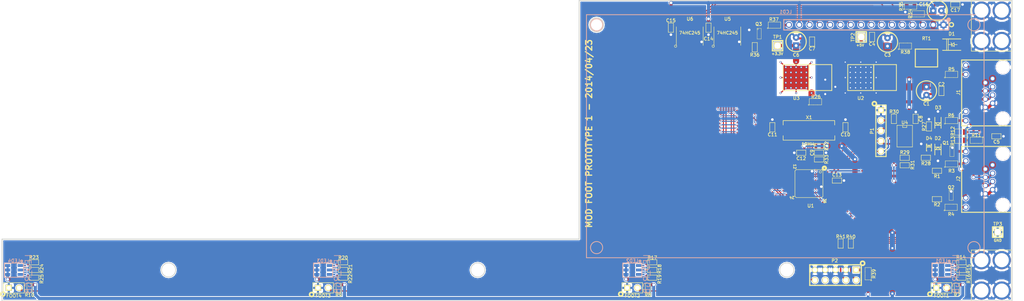
<source format=kicad_pcb>
(kicad_pcb (version 4) (host pcbnew "(2014-jul-16 BZR unknown)-product")
  (layers (0 F.Cu signal) (31 B.Cu signal) (34 B.Paste user) (35 F.Paste user) (36 B.SilkS user) (37 F.SilkS user) (38 B.Mask user) (39 F.Mask user) (44 Edge.Cuts user))
  (net 0 "")
  (net 1 +3.3V)
  (net 2 +5V)
  (net 3 +9V)
  (net 4 DGND)
  (net 5 EN_CHAIN)
  (net 6 FOOT_1)
  (net 7 FOOT_2)
  (net 8 FOOT_3)
  (net 9 FOOT_4)
  (net 10 LCD0)
  (net 11 LCD1)
  (net 12 LCD2)
  (net 13 LCD3)
  (net 14 LCD4)
  (net 15 LCD5)
  (net 16 LCD6)
  (net 17 LCD7)
  (net 18 LCD_E)
  (net 19 LCD_RS)
  (net 20 LCD_RW)
  (net 21 LED1_B)
  (net 22 LED1_G)
  (net 23 LED1_R)
  (net 24 LED2_B)
  (net 25 LED2_G)
  (net 26 LED2_R)
  (net 27 LED3_B)
  (net 28 LED3_G)
  (net 29 LED3_R)
  (net 30 LED4_B)
  (net 31 LED4_G)
  (net 32 LED4_R)
  (net 33 N-0000012)
  (net 34 RESET)
  (net 35 RS422_A)
  (net 36 RS422_B)
  (net 37 RX_CHAIN)
  (net 38 SWDCLK)
  (net 39 SWDIO)
  (net 40 UC_LCD0)
  (net 41 UC_LCD1)
  (net 42 UC_LCD2)
  (net 43 UC_LCD3)
  (net 44 UC_LCD4)
  (net 45 UC_LCD5)
  (net 46 UC_LCD6)
  (net 47 UC_LCD7)
  (net 48 UC_LCD_BACK)
  (net 49 UC_LCD_DIR)
  (net 50 UC_LCD_E)
  (net 51 UC_LCD_RS)
  (net 52 UC_LCD_RW)
  (net 53 VCC)
  (net 54 "Net-(C3-Pad1)")
  (net 55 "Net-(C6-Pad1)")
  (net 56 "Net-(C10-Pad2)")
  (net 57 "Net-(C11-Pad2)")
  (net 58 "Net-(D1-Pad2)")
  (net 59 "Net-(D2-Pad2)")
  (net 60 "Net-(D3-Pad2)")
  (net 61 "Net-(D4-Pad1)")
  (net 62 "Net-(J1-Pad9)")
  (net 63 "Net-(J1-Pad10)")
  (net 64 "Net-(J1-Pad11)")
  (net 65 "Net-(J1-Pad12)")
  (net 66 "Net-(J2-Pad10)")
  (net 67 "Net-(J2-Pad12)")
  (net 68 "Net-(LCD1-Pad16)")
  (net 69 "Net-(LCD1-Pad3)")
  (net 70 "Net-(LED1-Pad1)")
  (net 71 "Net-(LED1-Pad2)")
  (net 72 "Net-(LED1-Pad3)")
  (net 73 "Net-(LED2-Pad1)")
  (net 74 "Net-(LED2-Pad2)")
  (net 75 "Net-(LED2-Pad3)")
  (net 76 "Net-(LED3-Pad1)")
  (net 77 "Net-(LED3-Pad2)")
  (net 78 "Net-(LED3-Pad3)")
  (net 79 "Net-(LED4-Pad1)")
  (net 80 "Net-(LED4-Pad2)")
  (net 81 "Net-(LED4-Pad3)")
  (net 82 TX_CHAIN)
  (net 83 "Net-(P2-Pad1)")
  (net 84 "Net-(P2-Pad2)")
  (net 85 "Net-(P2-Pad4)")
  (net 86 "Net-(P2-Pad6)")
  (net 87 "Net-(P2-Pad8)")
  (net 88 "Net-(Q1-Pad2)")
  (net 89 "Net-(Q2-Pad2)")
  (net 90 "Net-(Q3-Pad3)")
  (net 91 "Net-(Q3-Pad2)")
  (net 92 LED5)
  (net 93 "Net-(R32-Pad2)")
  (net 94 "Net-(U1-Pad9)")
  (net 95 "Net-(U1-Pad10)")
  (net 96 "Net-(U1-Pad18)")
  (net 97 "Net-(U1-Pad21)")
  (net 98 "Net-(U1-Pad22)")
  (net 99 "Net-(U6-Pad5)")
  (net 100 "Net-(U6-Pad6)")
  (net 101 "Net-(U6-Pad2)")
  (net 102 "Net-(U6-Pad3)")
  (net 103 "Net-(U6-Pad4)")
  (net 104 "Net-(U6-Pad14)")
  (net 105 "Net-(U6-Pad15)")
  (net 106 "Net-(U6-Pad16)")
  (net 107 "Net-(U6-Pad17)")
  (net 108 "Net-(U6-Pad18)")
  (module MOD_Footprints_Lib:CAP_RAD_5MM (layer F.Cu) (at 355.219 189.484)
    (fp_text reference C1 (at 0 3.175) (layer F.SilkS) (effects (font (size 0.8128 0.8128) (thickness 0.1524))))
    (fp_text value 100uF hide)
    (pad 2 thru_hole circle (at 0 1 180) (size 1.6 1.6) (drill 0.7) (layers *.Cu *.Mask) (net 4 DGND))
    (pad 1 thru_hole rect (at 0 -1 180) (size 1.6 1.6) (drill 0.7) (layers *.Cu *.Mask) (net 3 +9V))
  )
  (module MOD_Footprints_Lib:SM0603 (layer F.Cu) (at 358.902 189.484 270)
    (fp_text reference C2 (at -1.651 0 360) (layer F.SilkS) (effects (font (size 0.8128 0.8128) (thickness 0.1524))))
    (fp_text value 100nF_X7R hide)
    (pad 1 smd rect (at -0.762 0 270) (size 0.635 1.143) (layers F.Cu F.Paste F.Mask) (net 3 +9V))
    (pad 2 smd rect (at 0.762 0 270) (size 0.635 1.143) (layers F.Cu F.Paste F.Mask) (net 4 DGND))
  )
  (module MOD_Footprints_Lib:CAP_RAD_5MM (layer F.Cu) (at 345.6178 177.419 180)
    (fp_text reference C3 (at 0 -3.175 180) (layer F.SilkS) (effects (font (size 0.8128 0.8128) (thickness 0.1524))))
    (fp_text value 100uF hide)
    (pad 2 thru_hole circle (at 0 1) (size 1.6 1.6) (drill 0.7) (layers *.Cu *.Mask) (net 4 DGND))
    (pad 1 thru_hole rect (at 0 -1) (size 1.6 1.6) (drill 0.7) (layers *.Cu *.Mask) (net 54 "Net-(C3-Pad1)"))
  )
  (module MOD_Footprints_Lib:SM0603 (layer F.Cu) (at 341.8078 176.149 90)
    (fp_text reference C4 (at -1.778 0 180) (layer F.SilkS) (effects (font (size 0.8128 0.8128) (thickness 0.1524))))
    (fp_text value 100nF_X7R hide)
    (pad 1 smd rect (at -0.762 0 90) (size 0.635 1.143) (layers F.Cu F.Paste F.Mask) (net 54 "Net-(C3-Pad1)"))
    (pad 2 smd rect (at 0.762 0 90) (size 0.635 1.143) (layers F.Cu F.Paste F.Mask) (net 4 DGND))
  )
  (module MOD_Footprints_Lib:SM0603 (layer F.Cu) (at 372.4529 200.6727)
    (fp_text reference C5 (at 0.0381 1.3843) (layer F.SilkS) (effects (font (size 0.8128 0.8128) (thickness 0.1524))))
    (fp_text value 100nF_X7R hide)
    (pad 1 smd rect (at -0.762 0) (size 0.635 1.143) (layers F.Cu F.Paste F.Mask) (net 53 VCC))
    (pad 2 smd rect (at 0.762 0) (size 0.635 1.143) (layers F.Cu F.Paste F.Mask) (net 4 DGND))
  )
  (module MOD_Footprints_Lib:CAP_RAD_5MM (layer F.Cu) (at 323.088 177.292 180)
    (fp_text reference C6 (at 0 -3.302 180) (layer F.SilkS) (effects (font (size 0.8128 0.8128) (thickness 0.1524))))
    (fp_text value 100uF hide)
    (pad 2 thru_hole circle (at 0 1) (size 1.6 1.6) (drill 0.7) (layers *.Cu *.Mask) (net 4 DGND))
    (pad 1 thru_hole rect (at 0 -1) (size 1.6 1.6) (drill 0.7) (layers *.Cu *.Mask) (net 55 "Net-(C6-Pad1)"))
  )
  (module MOD_Footprints_Lib:SM0603 (layer F.Cu) (at 327.025 177.292 90)
    (fp_text reference C7 (at -1.778 0 180) (layer F.SilkS) (effects (font (size 0.8128 0.8128) (thickness 0.1524))))
    (fp_text value 100nF_X7R hide)
    (pad 1 smd rect (at -0.762 0 90) (size 0.635 1.143) (layers F.Cu F.Paste F.Mask) (net 55 "Net-(C6-Pad1)"))
    (pad 2 smd rect (at 0.762 0 90) (size 0.635 1.143) (layers F.Cu F.Paste F.Mask) (net 4 DGND))
  )
  (module MOD_Footprints_Lib:SM0603 (layer F.Cu) (at 352.5393 196.3801 90)
    (fp_text reference C8 (at 0.0381 1.2827 90) (layer F.SilkS) (effects (font (size 0.8128 0.8128) (thickness 0.1524))))
    (fp_text value 100nF_X7R hide)
    (pad 1 smd rect (at -0.762 0 90) (size 0.635 1.143) (layers F.Cu F.Paste F.Mask) (net 2 +5V))
    (pad 2 smd rect (at 0.762 0 90) (size 0.635 1.143) (layers F.Cu F.Paste F.Mask) (net 4 DGND))
  )
  (module MOD_Footprints_Lib:SM0603 (layer F.Cu) (at 328.7395 204.7367)
    (fp_text reference C9 (at -1.7145 -0.0127 90) (layer F.SilkS) (effects (font (size 0.8128 0.8128) (thickness 0.1524))))
    (fp_text value 100nF_X7R hide)
    (pad 1 smd rect (at -0.762 0) (size 0.635 1.143) (layers F.Cu F.Paste F.Mask) (net 34 RESET))
    (pad 2 smd rect (at 0.762 0) (size 0.635 1.143) (layers F.Cu F.Paste F.Mask) (net 4 DGND))
  )
  (module MOD_Footprints_Lib:SM0603 (layer F.Cu) (at 335.2546 198.4502 270)
    (fp_text reference C10 (at 1.8161 0 360) (layer F.SilkS) (effects (font (size 0.8128 0.8128) (thickness 0.1524))))
    (fp_text value 18pF_NP0 hide)
    (pad 1 smd rect (at -0.762 0 270) (size 0.635 1.143) (layers F.Cu F.Paste F.Mask) (net 4 DGND))
    (pad 2 smd rect (at 0.762 0 270) (size 0.635 1.143) (layers F.Cu F.Paste F.Mask) (net 56 "Net-(C10-Pad2)"))
  )
  (module MOD_Footprints_Lib:SM0603 (layer F.Cu) (at 317.2333 198.4502 270)
    (fp_text reference C11 (at 1.8161 -0.0381 360) (layer F.SilkS) (effects (font (size 0.8128 0.8128) (thickness 0.1524))))
    (fp_text value 18pF_NP0 hide)
    (pad 1 smd rect (at -0.762 0 270) (size 0.635 1.143) (layers F.Cu F.Paste F.Mask) (net 4 DGND))
    (pad 2 smd rect (at 0.762 0 270) (size 0.635 1.143) (layers F.Cu F.Paste F.Mask) (net 57 "Net-(C11-Pad2)"))
  )
  (module MOD_Footprints_Lib:SM0603 (layer F.Cu) (at 324.3453 204.7494 180)
    (fp_text reference C12 (at 0 -1.397 180) (layer F.SilkS) (effects (font (size 0.8128 0.8128) (thickness 0.1524))))
    (fp_text value 100nF_X7R hide)
    (pad 1 smd rect (at -0.762 0 180) (size 0.635 1.143) (layers F.Cu F.Paste F.Mask) (net 1 +3.3V))
    (pad 2 smd rect (at 0.762 0 180) (size 0.635 1.143) (layers F.Cu F.Paste F.Mask) (net 4 DGND))
  )
  (module MOD_Footprints_Lib:SM0603 (layer F.Cu) (at 333.1591 211.6074)
    (fp_text reference C13 (at -0.0127 -1.4097) (layer F.SilkS) (effects (font (size 0.8128 0.8128) (thickness 0.1524))))
    (fp_text value 100nF_X7R hide)
    (pad 1 smd rect (at -0.762 0) (size 0.635 1.143) (layers F.Cu F.Paste F.Mask) (net 1 +3.3V))
    (pad 2 smd rect (at 0.762 0) (size 0.635 1.143) (layers F.Cu F.Paste F.Mask) (net 4 DGND))
  )
  (module MOD_Footprints_Lib:SM0603 (layer F.Cu) (at 301.498 173.863 90)
    (fp_text reference C14 (at -2.7432 0.0127 180) (layer F.SilkS) (effects (font (size 0.8128 0.8128) (thickness 0.1524))))
    (fp_text value 100nF_X7R hide)
    (pad 1 smd rect (at -0.762 0 90) (size 0.635 1.143) (layers F.Cu F.Paste F.Mask) (net 4 DGND))
    (pad 2 smd rect (at 0.762 0 90) (size 0.635 1.143) (layers F.Cu F.Paste F.Mask) (net 2 +5V))
  )
  (module MOD_Footprints_Lib:SM0603 (layer F.Cu) (at 292.227 173.863 90)
    (fp_text reference C15 (at 1.778 0 180) (layer F.SilkS) (effects (font (size 0.8128 0.8128) (thickness 0.1524))))
    (fp_text value 100nF_X7R hide)
    (pad 1 smd rect (at -0.762 0 90) (size 0.635 1.143) (layers F.Cu F.Paste F.Mask) (net 4 DGND))
    (pad 2 smd rect (at 0.762 0 90) (size 0.635 1.143) (layers F.Cu F.Paste F.Mask) (net 2 +5V))
  )
  (module MOD_Footprints_Lib:CAP_RAD_5MM (layer F.Cu) (at 357.886 169.672 90)
    (fp_text reference C16 (at 1.5621 -3.3147 180) (layer F.SilkS) (effects (font (size 0.8128 0.8128) (thickness 0.1524))))
    (fp_text value 100uF hide)
    (pad 2 thru_hole circle (at 0 1 270) (size 1.6 1.6) (drill 0.7) (layers *.Cu *.Mask) (net 4 DGND))
    (pad 1 thru_hole rect (at 0 -1 270) (size 1.6 1.6) (drill 0.7) (layers *.Cu *.Mask) (net 2 +5V))
  )
  (module MOD_Footprints_Lib:SM0603 (layer F.Cu) (at 362.331 168.148)
    (fp_text reference C17 (at 0 1.397) (layer F.SilkS) (effects (font (size 0.8128 0.8128) (thickness 0.1524))))
    (fp_text value 100nF_X7R hide)
    (pad 1 smd rect (at -0.762 0) (size 0.635 1.143) (layers F.Cu F.Paste F.Mask) (net 2 +5V))
    (pad 2 smd rect (at 0.762 0) (size 0.635 1.143) (layers F.Cu F.Paste F.Mask) (net 4 DGND))
  )
  (module MOD_Footprints_Lib:CONN_PANNEL (layer F.Cu) (at 371.2718 173.4058 90)
    (fp_text reference CN1 hide)
    (fp_text value CONN_PANNEL_2X2 hide)
    (pad 1 thru_hole circle (at 3.75 2.5 270) (size 4.5 4.5) (drill 3.5) (layers *.Cu *.Mask) (net 4 DGND))
    (pad 1 thru_hole circle (at -3.75 2.5 270) (size 4.5 4.5) (drill 3.5) (layers *.Cu *.Mask) (net 4 DGND))
    (pad 1 thru_hole circle (at 3.75 -2.5 270) (size 4.5 4.5) (drill 3.5) (layers *.Cu *.Mask) (net 4 DGND))
    (pad 1 thru_hole circle (at -3.75 -2.5 270) (size 4.5 4.5) (drill 3.5) (layers *.Cu *.Mask) (net 4 DGND))
  )
  (module MOD_Footprints_Lib:CONN_PANNEL (layer F.Cu) (at 371.2718 235.0135 90)
    (fp_text reference CN2 hide)
    (fp_text value CONN_PANNEL_2X2 hide)
    (pad 1 thru_hole circle (at 3.75 2.5 270) (size 4.5 4.5) (drill 3.5) (layers *.Cu *.Mask) (net 4 DGND))
    (pad 1 thru_hole circle (at -3.75 2.5 270) (size 4.5 4.5) (drill 3.5) (layers *.Cu *.Mask) (net 4 DGND))
    (pad 1 thru_hole circle (at 3.75 -2.5 270) (size 4.5 4.5) (drill 3.5) (layers *.Cu *.Mask) (net 4 DGND))
    (pad 1 thru_hole circle (at -3.75 -2.5 270) (size 4.5 4.5) (drill 3.5) (layers *.Cu *.Mask) (net 4 DGND))
  )
  (module "MOD_Footprints_Lib:DO-214AC(SMA)" (layer F.Cu) (at 361.442 178.054 180)
    (fp_text reference D1 (at 0 2.667 180) (layer F.SilkS) (effects (font (size 0.8128 0.8128) (thickness 0.1524))))
    (fp_text value CGRA4007-G hide)
    (pad 1 smd rect (at -2.25 0 180) (size 1.5 2.6) (layers F.Cu F.Paste F.Mask) (net 53 VCC))
    (pad 2 smd rect (at 2.25 0 180) (size 1.5 2.6) (layers F.Cu F.Paste F.Mask) (net 58 "Net-(D1-Pad2)"))
  )
  (module MOD_Footprints_Lib:SOD123 (layer F.Cu) (at 358.0511 203.9493 270)
    (fp_text reference D2 (at -2.7813 0.0381 360) (layer F.SilkS) (effects (font (size 0.8128 0.8128) (thickness 0.1524))))
    (fp_text value MMSZ5242B hide)
    (pad 2 smd rect (at -1.778 0 270) (size 1.016 0.8509) (layers F.Cu F.Paste F.Mask) (net 59 "Net-(D2-Pad2)"))
    (pad 1 smd rect (at 1.778 0 270) (size 1.016 0.8509) (layers F.Cu F.Paste F.Mask) (net 4 DGND))
  )
  (module MOD_Footprints_Lib:SOD123 (layer F.Cu) (at 358.0511 197.3453 90)
    (fp_text reference D3 (at 3.7453 0.0489 180) (layer F.SilkS) (effects (font (size 0.8128 0.8128) (thickness 0.1524))))
    (fp_text value MMSZ5242B hide)
    (pad 2 smd rect (at -1.778 0 90) (size 1.016 0.8509) (layers F.Cu F.Paste F.Mask) (net 60 "Net-(D3-Pad2)"))
    (pad 1 smd rect (at 1.778 0 90) (size 1.016 0.8509) (layers F.Cu F.Paste F.Mask) (net 4 DGND))
  )
  (module MOD_Footprints_Lib:SOD323 (layer F.Cu) (at 355.8286 203.4413 270)
    (fp_text reference D4 (at -2.2733 -0.0254 360) (layer F.SilkS) (effects (font (size 0.8128 0.8128) (thickness 0.1524))))
    (fp_text value 1N4148 hide)
    (pad 2 smd rect (at -1.1176 0 270) (size 0.6096 0.6858) (layers F.Cu F.Paste F.Mask) (net 59 "Net-(D2-Pad2)") (clearance 0.09906))
    (pad 1 smd rect (at 1.1176 0 270) (size 0.6096 0.6858) (layers F.Cu F.Paste F.Mask) (net 61 "Net-(D4-Pad1)") (clearance 0.09906))
  )
  (module MOD_Footprints_Lib:PIN_ARRAY_2X1 (layer F.Cu) (at 358.91978 238.0996)
    (fp_text reference FOOT1 (at 0 1.9558) (layer F.SilkS) (effects (font (size 0.8128 0.8128) (thickness 0.1524))))
    (fp_text value HEADER_2X1_180 hide)
    (pad 1 thru_hole rect (at -1.27 0) (size 1.524 1.524) (drill 1.016) (layers *.Cu *.Mask F.SilkS) (net 4 DGND))
    (pad 2 thru_hole circle (at 1.27 0) (size 1.524 1.524) (drill 1.016) (layers *.Cu *.Mask F.SilkS) (net 6 FOOT_1))
  )
  (module MOD_Footprints_Lib:PIN_ARRAY_2X1 (layer F.Cu) (at 282.71978 238.0996)
    (fp_text reference FOOT2 (at 0 1.9558) (layer F.SilkS) (effects (font (size 0.8128 0.8128) (thickness 0.1524))))
    (fp_text value HEADER_2X1_180 hide)
    (pad 1 thru_hole rect (at -1.27 0) (size 1.524 1.524) (drill 1.016) (layers *.Cu *.Mask F.SilkS) (net 4 DGND))
    (pad 2 thru_hole circle (at 1.27 0) (size 1.524 1.524) (drill 1.016) (layers *.Cu *.Mask F.SilkS) (net 7 FOOT_2))
  )
  (module MOD_Footprints_Lib:PIN_ARRAY_2X1 (layer F.Cu) (at 206.51978 238.0996)
    (fp_text reference FOOT3 (at 0 1.9558) (layer F.SilkS) (effects (font (size 0.8128 0.8128) (thickness 0.1524))))
    (fp_text value HEADER_2X1_180 hide)
    (pad 1 thru_hole rect (at -1.27 0) (size 1.524 1.524) (drill 1.016) (layers *.Cu *.Mask F.SilkS) (net 4 DGND))
    (pad 2 thru_hole circle (at 1.27 0) (size 1.524 1.524) (drill 1.016) (layers *.Cu *.Mask F.SilkS) (net 8 FOOT_3))
  )
  (module MOD_Footprints_Lib:PIN_ARRAY_2X1 (layer F.Cu) (at 130.31978 238.0996)
    (fp_text reference FOOT4 (at 0 1.9558) (layer F.SilkS) (effects (font (size 0.8128 0.8128) (thickness 0.1524))))
    (fp_text value HEADER_2X1_180 hide)
    (pad 1 thru_hole rect (at -1.27 0) (size 1.524 1.524) (drill 1.016) (layers *.Cu *.Mask F.SilkS) (net 4 DGND))
    (pad 2 thru_hole circle (at 1.27 0) (size 1.524 1.524) (drill 1.016) (layers *.Cu *.Mask F.SilkS) (net 9 FOOT_4))
  )
  (module MOD_Footprints_Lib:RJ45-RJHSE5084 (layer F.Cu) (at 371.5131 189.9793 90)
    (fp_text reference J1 (at 0.127 -8.4455 90) (layer F.SilkS) (effects (font (size 0.8128 0.8128) (thickness 0.1524))))
    (fp_text value RJ45_CHAIN hide)
    (pad 9 thru_hole circle (at 6.858 -6.604 270) (size 1.3208 1.3208) (drill 0.889) (layers *.Cu *.Mask) (net 62 "Net-(J1-Pad9)"))
    (pad 10 thru_hole circle (at 4.572 -6.604 270) (size 1.3208 1.3208) (drill 0.889) (layers *.Cu *.Mask) (net 63 "Net-(J1-Pad10)"))
    (pad 11 thru_hole circle (at -4.572 -6.604 270) (size 1.3208 1.3208) (drill 0.889) (layers *.Cu *.Mask) (net 64 "Net-(J1-Pad11)"))
    (pad 12 thru_hole circle (at -6.858 -6.604 270) (size 1.3208 1.3208) (drill 0.889) (layers *.Cu *.Mask) (net 65 "Net-(J1-Pad12)"))
    (pad 8 thru_hole circle (at -3.556 -1.778 270) (size 1.3208 1.3208) (drill 0.889) (layers *.Cu *.Mask) (net 4 DGND))
    (pad 6 thru_hole circle (at -1.524 -1.778 270) (size 1.3208 1.3208) (drill 0.889) (layers *.Cu *.Mask) (net 36 RS422_B))
    (pad 4 thru_hole circle (at 0.508 -1.778 270) (size 1.3208 1.3208) (drill 0.889) (layers *.Cu *.Mask) (net 35 RS422_A))
    (pad 2 thru_hole circle (at 2.54 -1.778 270) (size 1.3208 1.3208) (drill 0.889) (layers *.Cu *.Mask) (net 53 VCC))
    (pad 5 thru_hole circle (at -0.508 0 270) (size 1.3208 1.3208) (drill 0.889) (layers *.Cu *.Mask) (net 36 RS422_B))
    (pad 3 thru_hole circle (at 1.524 0 270) (size 1.3208 1.3208) (drill 0.889) (layers *.Cu *.Mask) (net 35 RS422_A))
    (pad 7 thru_hole circle (at -2.54 0 270) (size 1.3208 1.3208) (drill 0.889) (layers *.Cu *.Mask) (net 4 DGND))
    (pad 1 thru_hole circle (at 3.556 0 270) (size 1.3208 1.3208) (drill 0.889) (layers *.Cu *.Mask) (net 53 VCC))
    (pad 14 thru_hole circle (at 6.35 2.54 270) (size 3.2512 3.2512) (drill 3.2512) (layers *.Cu *.Mask))
    (pad 13 thru_hole circle (at -6.35 2.54 270) (size 3.2512 3.2512) (drill 3.2512) (layers *.Cu *.Mask))
  )
  (module MOD_Footprints_Lib:RJ45-RJHSE5084 (layer F.Cu) (at 371.5131 211.3153 90)
    (fp_text reference J2 (at 0.127 -8.4455 90) (layer F.SilkS) (effects (font (size 0.8128 0.8128) (thickness 0.1524))))
    (fp_text value RJ45_CHAIN hide)
    (pad 9 thru_hole circle (at 6.858 -6.604 270) (size 1.3208 1.3208) (drill 0.889) (layers *.Cu *.Mask) (net 62 "Net-(J1-Pad9)"))
    (pad 10 thru_hole circle (at 4.572 -6.604 270) (size 1.3208 1.3208) (drill 0.889) (layers *.Cu *.Mask) (net 66 "Net-(J2-Pad10)"))
    (pad 11 thru_hole circle (at -4.572 -6.604 270) (size 1.3208 1.3208) (drill 0.889) (layers *.Cu *.Mask) (net 64 "Net-(J1-Pad11)"))
    (pad 12 thru_hole circle (at -6.858 -6.604 270) (size 1.3208 1.3208) (drill 0.889) (layers *.Cu *.Mask) (net 67 "Net-(J2-Pad12)"))
    (pad 8 thru_hole circle (at -3.556 -1.778 270) (size 1.3208 1.3208) (drill 0.889) (layers *.Cu *.Mask) (net 4 DGND))
    (pad 6 thru_hole circle (at -1.524 -1.778 270) (size 1.3208 1.3208) (drill 0.889) (layers *.Cu *.Mask) (net 36 RS422_B))
    (pad 4 thru_hole circle (at 0.508 -1.778 270) (size 1.3208 1.3208) (drill 0.889) (layers *.Cu *.Mask) (net 35 RS422_A))
    (pad 2 thru_hole circle (at 2.54 -1.778 270) (size 1.3208 1.3208) (drill 0.889) (layers *.Cu *.Mask) (net 53 VCC))
    (pad 5 thru_hole circle (at -0.508 0 270) (size 1.3208 1.3208) (drill 0.889) (layers *.Cu *.Mask) (net 36 RS422_B))
    (pad 3 thru_hole circle (at 1.524 0 270) (size 1.3208 1.3208) (drill 0.889) (layers *.Cu *.Mask) (net 35 RS422_A))
    (pad 7 thru_hole circle (at -2.54 0 270) (size 1.3208 1.3208) (drill 0.889) (layers *.Cu *.Mask) (net 4 DGND))
    (pad 1 thru_hole circle (at 3.556 0 270) (size 1.3208 1.3208) (drill 0.889) (layers *.Cu *.Mask) (net 53 VCC))
    (pad 14 thru_hole circle (at 6.35 2.54 270) (size 3.2512 3.2512) (drill 3.2512) (layers *.Cu *.Mask))
    (pad 13 thru_hole circle (at -6.35 2.54 270) (size 3.2512 3.2512) (drill 3.2512) (layers *.Cu *.Mask))
  )
  (module MOD_Footprints_Lib:LCD-AGM-2004A-204 (layer B.Cu) (at 320.421 200.66 180)
    (fp_text reference LCD1 (at -0.1 30.7 180) (layer B.SilkS) (effects (font (size 0.8128 0.8128) (thickness 0.1524)) (justify mirror)))
    (fp_text value AGM-2004A-204 hide)
    (pad 15 thru_hole circle (at -3.44 27.5 180) (size 1.5 1.5) (drill 1) (layers *.Cu *.Mask) (net 2 +5V))
    (pad 16 thru_hole circle (at -0.9 27.5 180) (size 1.5 1.5) (drill 1) (layers *.Cu *.Mask) (net 68 "Net-(LCD1-Pad16)"))
    (pad 11 thru_hole circle (at -13.6 27.5 180) (size 1.5 1.5) (drill 1) (layers *.Cu *.Mask) (net 14 LCD4))
    (pad 12 thru_hole circle (at -11.06 27.5 180) (size 1.5 1.5) (drill 1) (layers *.Cu *.Mask) (net 15 LCD5))
    (pad 13 thru_hole circle (at -8.52 27.5 180) (size 1.5 1.5) (drill 1) (layers *.Cu *.Mask) (net 16 LCD6))
    (pad 8 thru_hole circle (at -21.22 27.5 180) (size 1.5 1.5) (drill 1) (layers *.Cu *.Mask) (net 11 LCD1))
    (pad 9 thru_hole circle (at -18.68 27.5 180) (size 1.5 1.5) (drill 1) (layers *.Cu *.Mask) (net 12 LCD2))
    (pad 10 thru_hole circle (at -16.14 27.5 180) (size 1.5 1.5) (drill 1) (layers *.Cu *.Mask) (net 13 LCD3))
    (pad 4 thru_hole circle (at -31.38 27.5 180) (size 1.5 1.5) (drill 1) (layers *.Cu *.Mask) (net 19 LCD_RS))
    (pad 5 thru_hole circle (at -28.84 27.5 180) (size 1.5 1.5) (drill 1) (layers *.Cu *.Mask) (net 20 LCD_RW))
    (pad 6 thru_hole circle (at -26.3 27.5 180) (size 1.5 1.5) (drill 1) (layers *.Cu *.Mask) (net 18 LCD_E))
    (pad 1 thru_hole rect (at -39 27.5 180) (size 1.5 1.5) (drill 1) (layers *.Cu *.Mask) (net 4 DGND))
    (pad 2 thru_hole circle (at -36.46 27.5 180) (size 1.5 1.5) (drill 1) (layers *.Cu *.Mask) (net 2 +5V))
    (pad 14 thru_hole circle (at -5.98 27.5 180) (size 1.5 1.5) (drill 1) (layers *.Cu *.Mask) (net 17 LCD7))
    (pad 3 thru_hole circle (at -33.92 27.5 180) (size 1.5 1.5) (drill 1) (layers *.Cu *.Mask) (net 69 "Net-(LCD1-Pad3)"))
    (pad 7 thru_hole circle (at -23.76 27.5 180) (size 1.5 1.5) (drill 1) (layers *.Cu *.Mask) (net 10 LCD0))
  )
  (module MOD_Footprints_Lib:LED_CLRTB_GFSF_1 (layer B.Cu) (at 358.91978 233.68 90)
    (fp_text reference LED1 (at 2.2479 -0.00508 180) (layer B.SilkS) (effects (font (size 0.8128 0.8128) (thickness 0.1524)) (justify mirror)))
    (fp_text value LED_RGB (at -1.016 3.556 90) (layer B.SilkS) (effects (justify mirror)))
    (pad 1 smd rect (at 1.1 1.55 90) (size 0.7 1.3) (layers B.Cu B.Paste B.Mask) (net 70 "Net-(LED1-Pad1)"))
    (pad 2 smd rect (at 0 1.55 90) (size 0.7 1.3) (layers B.Cu B.Paste B.Mask) (net 71 "Net-(LED1-Pad2)"))
    (pad 3 smd rect (at -1.1 1.55 90) (size 0.7 1.3) (layers B.Cu B.Paste B.Mask) (net 72 "Net-(LED1-Pad3)"))
    (pad 4 smd rect (at -1.1 -1.55 90) (size 0.7 1.3) (layers B.Cu B.Paste B.Mask) (net 1 +3.3V))
    (pad 5 smd rect (at 0 -1.55 90) (size 0.7 1.3) (layers B.Cu B.Paste B.Mask) (net 1 +3.3V))
    (pad 6 smd rect (at 1.1 -1.55 90) (size 0.7 1.3) (layers B.Cu B.Paste B.Mask) (net 1 +3.3V))
  )
  (module MOD_Footprints_Lib:LED_CLRTB_GFSF_1 (layer B.Cu) (at 282.71978 233.68 90)
    (fp_text reference LED2 (at 2.2733 -0.00508 180) (layer B.SilkS) (effects (font (size 0.8128 0.8128) (thickness 0.1524)) (justify mirror)))
    (fp_text value LED_RGB (at -1.016 3.556 90) (layer B.SilkS) (effects (justify mirror)))
    (pad 1 smd rect (at 1.1 1.55 90) (size 0.7 1.3) (layers B.Cu B.Paste B.Mask) (net 73 "Net-(LED2-Pad1)"))
    (pad 2 smd rect (at 0 1.55 90) (size 0.7 1.3) (layers B.Cu B.Paste B.Mask) (net 74 "Net-(LED2-Pad2)"))
    (pad 3 smd rect (at -1.1 1.55 90) (size 0.7 1.3) (layers B.Cu B.Paste B.Mask) (net 75 "Net-(LED2-Pad3)"))
    (pad 4 smd rect (at -1.1 -1.55 90) (size 0.7 1.3) (layers B.Cu B.Paste B.Mask) (net 1 +3.3V))
    (pad 5 smd rect (at 0 -1.55 90) (size 0.7 1.3) (layers B.Cu B.Paste B.Mask) (net 1 +3.3V))
    (pad 6 smd rect (at 1.1 -1.55 90) (size 0.7 1.3) (layers B.Cu B.Paste B.Mask) (net 1 +3.3V))
  )
  (module MOD_Footprints_Lib:LED_CLRTB_GFSF_1 (layer B.Cu) (at 206.51978 233.68 90)
    (fp_text reference LED3 (at 2.2606 0.00762 180) (layer B.SilkS) (effects (font (size 0.8128 0.8128) (thickness 0.1524)) (justify mirror)))
    (fp_text value LED_RGB (at -1.016 3.556 90) (layer B.SilkS) (effects (justify mirror)))
    (pad 1 smd rect (at 1.1 1.55 90) (size 0.7 1.3) (layers B.Cu B.Paste B.Mask) (net 76 "Net-(LED3-Pad1)"))
    (pad 2 smd rect (at 0 1.55 90) (size 0.7 1.3) (layers B.Cu B.Paste B.Mask) (net 77 "Net-(LED3-Pad2)"))
    (pad 3 smd rect (at -1.1 1.55 90) (size 0.7 1.3) (layers B.Cu B.Paste B.Mask) (net 78 "Net-(LED3-Pad3)"))
    (pad 4 smd rect (at -1.1 -1.55 90) (size 0.7 1.3) (layers B.Cu B.Paste B.Mask) (net 1 +3.3V))
    (pad 5 smd rect (at 0 -1.55 90) (size 0.7 1.3) (layers B.Cu B.Paste B.Mask) (net 1 +3.3V))
    (pad 6 smd rect (at 1.1 -1.55 90) (size 0.7 1.3) (layers B.Cu B.Paste B.Mask) (net 1 +3.3V))
  )
  (module MOD_Footprints_Lib:LED_CLRTB_GFSF_1 (layer B.Cu) (at 130.31978 233.68 90)
    (fp_text reference LED4 (at 2.2733 0.00762 180) (layer B.SilkS) (effects (font (size 0.8128 0.8128) (thickness 0.1524)) (justify mirror)))
    (fp_text value LED_RGB (at -1.016 3.556 90) (layer B.SilkS) (effects (justify mirror)))
    (pad 1 smd rect (at 1.1 1.55 90) (size 0.7 1.3) (layers B.Cu B.Paste B.Mask) (net 79 "Net-(LED4-Pad1)"))
    (pad 2 smd rect (at 0 1.55 90) (size 0.7 1.3) (layers B.Cu B.Paste B.Mask) (net 80 "Net-(LED4-Pad2)"))
    (pad 3 smd rect (at -1.1 1.55 90) (size 0.7 1.3) (layers B.Cu B.Paste B.Mask) (net 81 "Net-(LED4-Pad3)"))
    (pad 4 smd rect (at -1.1 -1.55 90) (size 0.7 1.3) (layers B.Cu B.Paste B.Mask) (net 1 +3.3V))
    (pad 5 smd rect (at 0 -1.55 90) (size 0.7 1.3) (layers B.Cu B.Paste B.Mask) (net 1 +3.3V))
    (pad 6 smd rect (at 1.1 -1.55 90) (size 0.7 1.3) (layers B.Cu B.Paste B.Mask) (net 1 +3.3V))
  )
  (module MOD_Footprints_Lib:PIN_ARRAY_5x1 (layer F.Cu) (at 344.0049 199.3138 270)
    (fp_text reference P1 (at 0.0635 2.2098 270) (layer F.SilkS) (effects (font (size 0.8128 0.8128) (thickness 0.1524))))
    (fp_text value HEADER_5X1 hide)
    (pad 1 thru_hole rect (at -5.08 0 270) (size 1.524 1.524) (drill 1.016) (layers *.Cu *.Mask F.SilkS) (net 4 DGND))
    (pad 2 thru_hole circle (at -2.54 0 270) (size 1.524 1.524) (drill 1.016) (layers *.Cu *.Mask F.SilkS) (net 2 +5V))
    (pad 3 thru_hole circle (at 0 0 270) (size 1.524 1.524) (drill 1.016) (layers *.Cu *.Mask F.SilkS) (net 37 RX_CHAIN))
    (pad 4 thru_hole circle (at 2.54 0 270) (size 1.524 1.524) (drill 1.016) (layers *.Cu *.Mask F.SilkS) (net 82 TX_CHAIN))
    (pad 5 thru_hole circle (at 5.08 0 270) (size 1.5 1.5) (drill 1) (layers *.Cu *.Mask F.SilkS) (net 5 EN_CHAIN))
  )
  (module MOD_Footprints_Lib:PIN_ARRAY_5x2 (layer F.Cu) (at 332.8035 234.9373 180)
    (fp_text reference P2 (at 0.2032 3.556 180) (layer F.SilkS) (effects (font (size 0.8128 0.8128) (thickness 0.1524))))
    (fp_text value HEADER_5X2 hide)
    (pad 1 thru_hole rect (at -5.08 1.27 180) (size 1.524 1.524) (drill 1.016) (layers *.Cu *.Mask F.SilkS) (net 83 "Net-(P2-Pad1)"))
    (pad 2 thru_hole circle (at -5.08 -1.27 180) (size 1.524 1.524) (drill 1.016) (layers *.Cu *.Mask F.SilkS) (net 84 "Net-(P2-Pad2)"))
    (pad 3 thru_hole circle (at -2.54 1.27 180) (size 1.524 1.524) (drill 1.016) (layers *.Cu *.Mask F.SilkS) (net 4 DGND))
    (pad 4 thru_hole circle (at -2.54 -1.27 180) (size 1.524 1.524) (drill 1.016) (layers *.Cu *.Mask F.SilkS) (net 85 "Net-(P2-Pad4)"))
    (pad 5 thru_hole circle (at 0 1.27 180) (size 1.524 1.524) (drill 1.016) (layers *.Cu *.Mask F.SilkS) (net 4 DGND))
    (pad 6 thru_hole circle (at 0 -1.27 180) (size 1.524 1.524) (drill 1.016) (layers *.Cu *.Mask F.SilkS) (net 86 "Net-(P2-Pad6)"))
    (pad 7 thru_hole circle (at 2.54 1.27 180) (size 1.524 1.524) (drill 1.016) (layers *.Cu *.Mask F.SilkS) (net 4 DGND))
    (pad 8 thru_hole circle (at 2.54 -1.27 180) (size 1.524 1.524) (drill 1.016) (layers *.Cu *.Mask F.SilkS) (net 87 "Net-(P2-Pad8)"))
    (pad 9 thru_hole circle (at 5.08 1.27 180) (size 1.524 1.524) (drill 1.016) (layers *.Cu *.Mask F.SilkS) (net 4 DGND))
    (pad 10 thru_hole circle (at 5.08 -1.27 180) (size 1.524 1.524) (drill 1.016) (layers *.Cu *.Mask F.SilkS) (net 34 RESET))
  )
  (module MOD_Footprints_Lib:SOT23 (layer F.Cu) (at 361.5 204.4 270)
    (fp_text reference Q1 (at -2.1 1.5 360) (layer F.SilkS) (effects (font (size 0.8128 0.8128) (thickness 0.1524))))
    (fp_text value MMBT3904 hide)
    (pad 3 smd rect (at 0 -1.09982 270) (size 0.8001 1.00076) (layers F.Cu F.Paste F.Mask) (net 62 "Net-(J1-Pad9)"))
    (pad 2 smd rect (at 0.9525 1.09982 270) (size 0.8001 1.00076) (layers F.Cu F.Paste F.Mask) (net 88 "Net-(Q1-Pad2)"))
    (pad 1 smd rect (at -0.9525 1.09982 270) (size 0.8001 1.00076) (layers F.Cu F.Paste F.Mask) (net 4 DGND))
  )
  (module MOD_Footprints_Lib:SOT23 (layer F.Cu) (at 361.3 215.2 270)
    (fp_text reference Q2 (at -1.9 0 360) (layer F.SilkS) (effects (font (size 0.8128 0.8128) (thickness 0.1524))))
    (fp_text value MMBT3904 hide)
    (pad 3 smd rect (at 0 -1.09982 270) (size 0.8001 1.00076) (layers F.Cu F.Paste F.Mask) (net 64 "Net-(J1-Pad11)"))
    (pad 2 smd rect (at 0.9525 1.09982 270) (size 0.8001 1.00076) (layers F.Cu F.Paste F.Mask) (net 89 "Net-(Q2-Pad2)"))
    (pad 1 smd rect (at -0.9525 1.09982 270) (size 0.8001 1.00076) (layers F.Cu F.Paste F.Mask) (net 4 DGND))
  )
  (module MOD_Footprints_Lib:SOT23 (layer F.Cu) (at 313.9821 175.3743 270)
    (fp_text reference Q3 (at -2.3968 0.1128 360) (layer F.SilkS) (effects (font (size 0.8128 0.8128) (thickness 0.1524))))
    (fp_text value MMBT3904 hide)
    (pad 3 smd rect (at 0 -1.09982 270) (size 0.8001 1.00076) (layers F.Cu F.Paste F.Mask) (net 90 "Net-(Q3-Pad3)"))
    (pad 2 smd rect (at 0.9525 1.09982 270) (size 0.8001 1.00076) (layers F.Cu F.Paste F.Mask) (net 91 "Net-(Q3-Pad2)"))
    (pad 1 smd rect (at -0.9525 1.09982 270) (size 0.8001 1.00076) (layers F.Cu F.Paste F.Mask) (net 4 DGND))
  )
  (module MOD_Footprints_Lib:SM0603 (layer F.Cu) (at 357.8098 209.1944)
    (fp_text reference R1 (at 0.0254 1.3462) (layer F.SilkS) (effects (font (size 0.8128 0.8128) (thickness 0.1524))))
    (fp_text value 1k hide)
    (pad 1 smd rect (at -0.762 0) (size 0.635 1.143) (layers F.Cu F.Paste F.Mask) (net 92 LED5))
    (pad 2 smd rect (at 0.762 0) (size 0.635 1.143) (layers F.Cu F.Paste F.Mask) (net 88 "Net-(Q1-Pad2)"))
  )
  (module MOD_Footprints_Lib:SM0603 (layer F.Cu) (at 357.8 216.2)
    (fp_text reference R2 (at 0.0254 1.3462) (layer F.SilkS) (effects (font (size 0.8128 0.8128) (thickness 0.1524))))
    (fp_text value 1k hide)
    (pad 1 smd rect (at -0.762 0) (size 0.635 1.143) (layers F.Cu F.Paste F.Mask) (net 82 TX_CHAIN))
    (pad 2 smd rect (at 0.762 0) (size 0.635 1.143) (layers F.Cu F.Paste F.Mask) (net 89 "Net-(Q2-Pad2)"))
  )
  (module MOD_Footprints_Lib:SM0805 (layer F.Cu) (at 361.4 207.5)
    (fp_text reference R3 (at 0 1.7) (layer F.SilkS) (effects (font (size 0.8128 0.8128) (thickness 0.1524))))
    (fp_text value 470R hide)
    (pad 1 smd rect (at -0.9525 0) (size 0.889 1.397) (layers F.Cu F.Paste F.Mask) (net 1 +3.3V))
    (pad 2 smd rect (at 0.9525 0) (size 0.889 1.397) (layers F.Cu F.Paste F.Mask) (net 66 "Net-(J2-Pad10)"))
  )
  (module MOD_Footprints_Lib:SM0805 (layer F.Cu) (at 361.3 218.2)
    (fp_text reference R4 (at 0 1.7) (layer F.SilkS) (effects (font (size 0.8128 0.8128) (thickness 0.1524))))
    (fp_text value 470R hide)
    (pad 1 smd rect (at -0.9525 0) (size 0.889 1.397) (layers F.Cu F.Paste F.Mask) (net 1 +3.3V))
    (pad 2 smd rect (at 0.9525 0) (size 0.889 1.397) (layers F.Cu F.Paste F.Mask) (net 67 "Net-(J2-Pad12)"))
  )
  (module MOD_Footprints_Lib:SM0805 (layer F.Cu) (at 361.4 185.4)
    (fp_text reference R5 (at -0.0381 -1.2573) (layer F.SilkS) (effects (font (size 0.8128 0.8128) (thickness 0.1524))))
    (fp_text value 470R hide)
    (pad 1 smd rect (at -0.9525 0) (size 0.889 1.397) (layers F.Cu F.Paste F.Mask) (net 1 +3.3V))
    (pad 2 smd rect (at 0.9525 0) (size 0.889 1.397) (layers F.Cu F.Paste F.Mask) (net 63 "Net-(J1-Pad10)"))
  )
  (module MOD_Footprints_Lib:SM0805 (layer F.Cu) (at 361.4 196.8)
    (fp_text reference R6 (at -0.1 -1.3) (layer F.SilkS) (effects (font (size 0.8128 0.8128) (thickness 0.1524))))
    (fp_text value 470R hide)
    (pad 1 smd rect (at -0.9525 0) (size 0.889 1.397) (layers F.Cu F.Paste F.Mask) (net 1 +3.3V))
    (pad 2 smd rect (at 0.9525 0) (size 0.889 1.397) (layers F.Cu F.Paste F.Mask) (net 65 "Net-(J1-Pad12)"))
  )
  (module MOD_Footprints_Lib:SM0603 (layer F.Cu) (at 362.72978 238.0996 270)
    (fp_text reference R7 (at 1.7653 -0.02032 360) (layer F.SilkS) (effects (font (size 0.8128 0.8128) (thickness 0.1524))))
    (fp_text value 10k hide)
    (pad 1 smd rect (at -0.762 0 270) (size 0.635 1.143) (layers F.Cu F.Paste F.Mask) (net 1 +3.3V))
    (pad 2 smd rect (at 0.762 0 270) (size 0.635 1.143) (layers F.Cu F.Paste F.Mask) (net 6 FOOT_1))
  )
  (module MOD_Footprints_Lib:SM0603 (layer F.Cu) (at 286.55518 238.0996 270)
    (fp_text reference R8 (at 1.7653 -0.02032 360) (layer F.SilkS) (effects (font (size 0.8128 0.8128) (thickness 0.1524))))
    (fp_text value 10k hide)
    (pad 1 smd rect (at -0.762 0 270) (size 0.635 1.143) (layers F.Cu F.Paste F.Mask) (net 1 +3.3V))
    (pad 2 smd rect (at 0.762 0 270) (size 0.635 1.143) (layers F.Cu F.Paste F.Mask) (net 7 FOOT_2))
  )
  (module MOD_Footprints_Lib:SM0603 (layer F.Cu) (at 210.35518 238.0996 270)
    (fp_text reference R9 (at 1.7653 0.01778 360) (layer F.SilkS) (effects (font (size 0.8128 0.8128) (thickness 0.1524))))
    (fp_text value 10k hide)
    (pad 1 smd rect (at -0.762 0 270) (size 0.635 1.143) (layers F.Cu F.Paste F.Mask) (net 1 +3.3V))
    (pad 2 smd rect (at 0.762 0 270) (size 0.635 1.143) (layers F.Cu F.Paste F.Mask) (net 8 FOOT_3))
  )
  (module MOD_Footprints_Lib:SM0603 (layer F.Cu) (at 134.15518 238.0996 270)
    (fp_text reference R10 (at 1.778 -0.00762 360) (layer F.SilkS) (effects (font (size 0.8128 0.8128) (thickness 0.1524))))
    (fp_text value 10k hide)
    (pad 1 smd rect (at -0.762 0 270) (size 0.635 1.143) (layers F.Cu F.Paste F.Mask) (net 1 +3.3V))
    (pad 2 smd rect (at 0.762 0 270) (size 0.635 1.143) (layers F.Cu F.Paste F.Mask) (net 9 FOOT_4))
  )
  (module MOD_Footprints_Lib:SM0805 (layer F.Cu) (at 367.5126 201.6633 180)
    (fp_text reference R11 (at 0 1.27 180) (layer F.SilkS) (effects (font (size 0.8128 0.8128) (thickness 0.1524))))
    (fp_text value 120R hide)
    (pad 1 smd rect (at -0.9525 0 180) (size 0.889 1.397) (layers F.Cu F.Paste F.Mask) (net 36 RS422_B))
    (pad 2 smd rect (at 0.9525 0 180) (size 0.889 1.397) (layers F.Cu F.Paste F.Mask) (net 35 RS422_A))
  )
  (module MOD_Footprints_Lib:SM0805 (layer F.Cu) (at 363.7026 199.6313 180)
    (fp_text reference R12 (at 2.0066 0.2413 270) (layer F.SilkS) (effects (font (size 0.8128 0.8128) (thickness 0.1524))))
    (fp_text value 10R hide)
    (pad 1 smd rect (at -0.9525 0 180) (size 0.889 1.397) (layers F.Cu F.Paste F.Mask) (net 36 RS422_B))
    (pad 2 smd rect (at 0.9525 0 180) (size 0.889 1.397) (layers F.Cu F.Paste F.Mask) (net 60 "Net-(D3-Pad2)"))
  )
  (module MOD_Footprints_Lib:SM0805 (layer F.Cu) (at 363.7026 201.6633 180)
    (fp_text reference R13 (at 2.0066 -0.1397 270) (layer F.SilkS) (effects (font (size 0.8128 0.8128) (thickness 0.1524))))
    (fp_text value 10R hide)
    (pad 1 smd rect (at -0.9525 0 180) (size 0.889 1.397) (layers F.Cu F.Paste F.Mask) (net 35 RS422_A))
    (pad 2 smd rect (at 0.9525 0 180) (size 0.889 1.397) (layers F.Cu F.Paste F.Mask) (net 59 "Net-(D2-Pad2)"))
  )
  (module MOD_Footprints_Lib:SM0603 (layer F.Cu) (at 363.8296 231.775)
    (fp_text reference R14 (at -0.1016 -1.27) (layer F.SilkS) (effects (font (size 0.8128 0.8128) (thickness 0.1524))))
    (fp_text value 1k hide)
    (pad 1 smd rect (at -0.762 0) (size 0.635 1.143) (layers F.Cu F.Paste F.Mask) (net 70 "Net-(LED1-Pad1)"))
    (pad 2 smd rect (at 0.762 0) (size 0.635 1.143) (layers F.Cu F.Paste F.Mask) (net 21 LED1_B))
  )
  (module MOD_Footprints_Lib:SM0603 (layer F.Cu) (at 363.8296 233.68)
    (fp_text reference R15 (at 1.8034 -0.254 90) (layer F.SilkS) (effects (font (size 0.8128 0.8128) (thickness 0.1524))))
    (fp_text value 1k hide)
    (pad 1 smd rect (at -0.762 0) (size 0.635 1.143) (layers F.Cu F.Paste F.Mask) (net 71 "Net-(LED1-Pad2)"))
    (pad 2 smd rect (at 0.762 0) (size 0.635 1.143) (layers F.Cu F.Paste F.Mask) (net 23 LED1_R))
  )
  (module MOD_Footprints_Lib:SM0603 (layer F.Cu) (at 363.8296 235.585)
    (fp_text reference R16 (at 1.8034 0.254 90) (layer F.SilkS) (effects (font (size 0.8128 0.8128) (thickness 0.1524))))
    (fp_text value 1k hide)
    (pad 1 smd rect (at -0.762 0) (size 0.635 1.143) (layers F.Cu F.Paste F.Mask) (net 72 "Net-(LED1-Pad3)"))
    (pad 2 smd rect (at 0.762 0) (size 0.635 1.143) (layers F.Cu F.Paste F.Mask) (net 22 LED1_G))
  )
  (module MOD_Footprints_Lib:SM0603 (layer F.Cu) (at 287.6296 231.775 180)
    (fp_text reference R17 (at -0.0254 1.143 180) (layer F.SilkS) (effects (font (size 0.8128 0.8128) (thickness 0.1524))))
    (fp_text value 1k hide)
    (pad 1 smd rect (at -0.762 0 180) (size 0.635 1.143) (layers F.Cu F.Paste F.Mask) (net 24 LED2_B))
    (pad 2 smd rect (at 0.762 0 180) (size 0.635 1.143) (layers F.Cu F.Paste F.Mask) (net 73 "Net-(LED2-Pad1)"))
  )
  (module MOD_Footprints_Lib:SM0603 (layer F.Cu) (at 287.6296 233.68 180)
    (fp_text reference R18 (at -1.8034 0.254 270) (layer F.SilkS) (effects (font (size 0.8128 0.8128) (thickness 0.1524))))
    (fp_text value 1k hide)
    (pad 1 smd rect (at -0.762 0 180) (size 0.635 1.143) (layers F.Cu F.Paste F.Mask) (net 26 LED2_R))
    (pad 2 smd rect (at 0.762 0 180) (size 0.635 1.143) (layers F.Cu F.Paste F.Mask) (net 74 "Net-(LED2-Pad2)"))
  )
  (module MOD_Footprints_Lib:SM0603 (layer F.Cu) (at 287.6296 235.585 180)
    (fp_text reference R19 (at -1.8034 -0.381 270) (layer F.SilkS) (effects (font (size 0.8128 0.8128) (thickness 0.1524))))
    (fp_text value 1k hide)
    (pad 1 smd rect (at -0.762 0 180) (size 0.635 1.143) (layers F.Cu F.Paste F.Mask) (net 25 LED2_G))
    (pad 2 smd rect (at 0.762 0 180) (size 0.635 1.143) (layers F.Cu F.Paste F.Mask) (net 75 "Net-(LED2-Pad3)"))
  )
  (module MOD_Footprints_Lib:SM0603 (layer F.Cu) (at 211.4296 231.775 180)
    (fp_text reference R20 (at -0.0254 1.143 180) (layer F.SilkS) (effects (font (size 0.8128 0.8128) (thickness 0.1524))))
    (fp_text value 1k hide)
    (pad 1 smd rect (at -0.762 0 180) (size 0.635 1.143) (layers F.Cu F.Paste F.Mask) (net 27 LED3_B))
    (pad 2 smd rect (at 0.762 0 180) (size 0.635 1.143) (layers F.Cu F.Paste F.Mask) (net 76 "Net-(LED3-Pad1)"))
  )
  (module MOD_Footprints_Lib:SM0603 (layer F.Cu) (at 211.4296 233.68 180)
    (fp_text reference R21 (at -1.8034 0.254 270) (layer F.SilkS) (effects (font (size 0.8128 0.8128) (thickness 0.1524))))
    (fp_text value 1k hide)
    (pad 1 smd rect (at -0.762 0 180) (size 0.635 1.143) (layers F.Cu F.Paste F.Mask) (net 29 LED3_R))
    (pad 2 smd rect (at 0.762 0 180) (size 0.635 1.143) (layers F.Cu F.Paste F.Mask) (net 77 "Net-(LED3-Pad2)"))
  )
  (module MOD_Footprints_Lib:SM0603 (layer F.Cu) (at 211.4296 235.585 180)
    (fp_text reference R22 (at -1.8034 -0.254 270) (layer F.SilkS) (effects (font (size 0.8128 0.8128) (thickness 0.1524))))
    (fp_text value 1k hide)
    (pad 1 smd rect (at -0.762 0 180) (size 0.635 1.143) (layers F.Cu F.Paste F.Mask) (net 28 LED3_G))
    (pad 2 smd rect (at 0.762 0 180) (size 0.635 1.143) (layers F.Cu F.Paste F.Mask) (net 78 "Net-(LED3-Pad3)"))
  )
  (module MOD_Footprints_Lib:SM0603 (layer F.Cu) (at 135.255 231.775 180)
    (fp_text reference R23 (at 0 1.2192 180) (layer F.SilkS) (effects (font (size 0.8128 0.8128) (thickness 0.1524))))
    (fp_text value 1k hide)
    (pad 1 smd rect (at -0.762 0 180) (size 0.635 1.143) (layers F.Cu F.Paste F.Mask) (net 30 LED4_B))
    (pad 2 smd rect (at 0.762 0 180) (size 0.635 1.143) (layers F.Cu F.Paste F.Mask) (net 79 "Net-(LED4-Pad1)"))
  )
  (module MOD_Footprints_Lib:SM0603 (layer F.Cu) (at 135.255 233.68 180)
    (fp_text reference R24 (at -1.905 0.3302 270) (layer F.SilkS) (effects (font (size 0.8128 0.8128) (thickness 0.1524))))
    (fp_text value 1k hide)
    (pad 1 smd rect (at -0.762 0 180) (size 0.635 1.143) (layers F.Cu F.Paste F.Mask) (net 32 LED4_R))
    (pad 2 smd rect (at 0.762 0 180) (size 0.635 1.143) (layers F.Cu F.Paste F.Mask) (net 80 "Net-(LED4-Pad2)"))
  )
  (module MOD_Footprints_Lib:SM0603 (layer F.Cu) (at 135.255 235.585 180)
    (fp_text reference R25 (at -1.905 -0.3048 270) (layer F.SilkS) (effects (font (size 0.8128 0.8128) (thickness 0.1524))))
    (fp_text value 1k hide)
    (pad 1 smd rect (at -0.762 0 180) (size 0.635 1.143) (layers F.Cu F.Paste F.Mask) (net 31 LED4_G))
    (pad 2 smd rect (at 0.762 0 180) (size 0.635 1.143) (layers F.Cu F.Paste F.Mask) (net 81 "Net-(LED4-Pad3)"))
  )
  (module MOD_Footprints_Lib:SM0805 (layer F.Cu) (at 327.8505 192.151)
    (fp_text reference R26 (at 0.1305 -1.219) (layer F.SilkS) (effects (font (size 0.8128 0.8128) (thickness 0.1524))))
    (fp_text value 0R hide)
    (pad 1 smd rect (at -0.9525 0) (size 0.889 1.397) (layers F.Cu F.Paste F.Mask) (net 55 "Net-(C6-Pad1)"))
    (pad 2 smd rect (at 0.9525 0) (size 0.889 1.397) (layers F.Cu F.Paste F.Mask) (net 1 +3.3V))
  )
  (module MOD_Footprints_Lib:SM0603 (layer F.Cu) (at 355.8286 198.2343 270)
    (fp_text reference R27 (at 0 1.2065 270) (layer F.SilkS) (effects (font (size 0.8128 0.8128) (thickness 0.1524))))
    (fp_text value 1k hide)
    (pad 1 smd rect (at -0.762 0 270) (size 0.635 1.143) (layers F.Cu F.Paste F.Mask) (net 4 DGND))
    (pad 2 smd rect (at 0.762 0 270) (size 0.635 1.143) (layers F.Cu F.Paste F.Mask) (net 60 "Net-(D3-Pad2)"))
  )
  (module MOD_Footprints_Lib:SM0603 (layer F.Cu) (at 355.0666 205.9813 180)
    (fp_text reference R28 (at -0.0254 -1.4097 180) (layer F.SilkS) (effects (font (size 0.8128 0.8128) (thickness 0.1524))))
    (fp_text value 1k hide)
    (pad 1 smd rect (at -0.762 0 180) (size 0.635 1.143) (layers F.Cu F.Paste F.Mask) (net 61 "Net-(D4-Pad1)"))
    (pad 2 smd rect (at 0.762 0 180) (size 0.635 1.143) (layers F.Cu F.Paste F.Mask) (net 2 +5V))
  )
  (module MOD_Footprints_Lib:SM0603 (layer F.Cu) (at 349.8596 205.9813 180)
    (fp_text reference R29 (at 0 1.3335 180) (layer F.SilkS) (effects (font (size 0.8128 0.8128) (thickness 0.1524))))
    (fp_text value 10k hide)
    (pad 1 smd rect (at -0.762 0 180) (size 0.635 1.143) (layers F.Cu F.Paste F.Mask) (net 2 +5V))
    (pad 2 smd rect (at 0.762 0 180) (size 0.635 1.143) (layers F.Cu F.Paste F.Mask) (net 5 EN_CHAIN))
  )
  (module MOD_Footprints_Lib:SM0603 (layer F.Cu) (at 347.1926 196.3801 270)
    (fp_text reference R30 (at -1.778 -0.0635 360) (layer F.SilkS) (effects (font (size 0.8128 0.8128) (thickness 0.1524))))
    (fp_text value 10k hide)
    (pad 1 smd rect (at -0.762 0 270) (size 0.635 1.143) (layers F.Cu F.Paste F.Mask) (net 2 +5V))
    (pad 2 smd rect (at 0.762 0 270) (size 0.635 1.143) (layers F.Cu F.Paste F.Mask) (net 37 RX_CHAIN))
  )
  (module MOD_Footprints_Lib:SM0603 (layer F.Cu) (at 349.8596 207.8228 180)
    (fp_text reference R31 (at -1.9304 0.0762 270) (layer F.SilkS) (effects (font (size 0.8128 0.8128) (thickness 0.1524))))
    (fp_text value 10k hide)
    (pad 1 smd rect (at -0.762 0 180) (size 0.635 1.143) (layers F.Cu F.Paste F.Mask) (net 2 +5V))
    (pad 2 smd rect (at 0.762 0 180) (size 0.635 1.143) (layers F.Cu F.Paste F.Mask) (net 82 TX_CHAIN))
  )
  (module MOD_Footprints_Lib:SM0603 (layer F.Cu) (at 328.7268 203.0857 180)
    (fp_text reference R32 (at -1.8542 0.0127 270) (layer F.SilkS) (effects (font (size 0.8128 0.8128) (thickness 0.1524))))
    (fp_text value 10k hide)
    (pad 1 smd rect (at -0.762 0 180) (size 0.635 1.143) (layers F.Cu F.Paste F.Mask) (net 1 +3.3V))
    (pad 2 smd rect (at 0.762 0 180) (size 0.635 1.143) (layers F.Cu F.Paste F.Mask) (net 93 "Net-(R32-Pad2)"))
  )
  (module MOD_Footprints_Lib:SM0603 (layer F.Cu) (at 328.7395 206.3877 180)
    (fp_text reference R33 (at -1.8415 0.0127 270) (layer F.SilkS) (effects (font (size 0.8128 0.8128) (thickness 0.1524))))
    (fp_text value 10k hide)
    (pad 1 smd rect (at -0.762 0 180) (size 0.635 1.143) (layers F.Cu F.Paste F.Mask) (net 1 +3.3V))
    (pad 2 smd rect (at 0.762 0 180) (size 0.635 1.143) (layers F.Cu F.Paste F.Mask) (net 34 RESET))
  )
  (module MOD_Footprints_Lib:SM0805 (layer F.Cu) (at 353.2 170.45)
    (fp_text reference R34 (at -2 0 90) (layer F.SilkS) (effects (font (size 0.8128 0.8128) (thickness 0.1524))))
    (fp_text value 3k hide)
    (pad 1 smd rect (at -0.9525 0) (size 0.889 1.397) (layers F.Cu F.Paste F.Mask) (net 69 "Net-(LCD1-Pad3)"))
    (pad 2 smd rect (at 0.9525 0) (size 0.889 1.397) (layers F.Cu F.Paste F.Mask) (net 2 +5V))
  )
  (module MOD_Footprints_Lib:SM0805 (layer F.Cu) (at 351.3 168.55)
    (fp_text reference R35 (at -2.3 0.05 90) (layer F.SilkS) (effects (font (size 0.8128 0.8128) (thickness 0.1524))))
    (fp_text value 330R hide)
    (pad 1 smd rect (at -0.9525 0) (size 0.889 1.397) (layers F.Cu F.Paste F.Mask) (net 4 DGND))
    (pad 2 smd rect (at 0.9525 0) (size 0.889 1.397) (layers F.Cu F.Paste F.Mask) (net 69 "Net-(LCD1-Pad3)"))
  )
  (module MOD_Footprints_Lib:SM0603 (layer F.Cu) (at 312.9026 178.6763 90)
    (fp_text reference R36 (at -1.905 0 180) (layer F.SilkS) (effects (font (size 0.8128 0.8128) (thickness 0.1524))))
    (fp_text value 1k hide)
    (pad 1 smd rect (at -0.762 0 90) (size 0.635 1.143) (layers F.Cu F.Paste F.Mask) (net 48 UC_LCD_BACK))
    (pad 2 smd rect (at 0.762 0 90) (size 0.635 1.143) (layers F.Cu F.Paste F.Mask) (net 91 "Net-(Q3-Pad2)"))
  )
  (module MOD_Footprints_Lib:SM0805 (layer F.Cu) (at 317.754 173.228)
    (fp_text reference R37 (at -0.127 -1.397) (layer F.SilkS) (effects (font (size 0.8128 0.8128) (thickness 0.1524))))
    (fp_text value 0R hide)
    (pad 1 smd rect (at -0.9525 0) (size 0.889 1.397) (layers F.Cu F.Paste F.Mask) (net 90 "Net-(Q3-Pad3)"))
    (pad 2 smd rect (at 0.9525 0) (size 0.889 1.397) (layers F.Cu F.Paste F.Mask) (net 68 "Net-(LCD1-Pad16)"))
  )
  (module MOD_Footprints_Lib:SM0805 (layer F.Cu) (at 350.012 178.4096)
    (fp_text reference R38 (at 0 1.4986) (layer F.SilkS) (effects (font (size 0.8128 0.8128) (thickness 0.1524))))
    (fp_text value 0R hide)
    (pad 1 smd rect (at -0.9525 0) (size 0.889 1.397) (layers F.Cu F.Paste F.Mask) (net 54 "Net-(C3-Pad1)"))
    (pad 2 smd rect (at 0.9525 0) (size 0.889 1.397) (layers F.Cu F.Paste F.Mask) (net 2 +5V))
  )
  (module MOD_Footprints_Lib:SM0805 (layer F.Cu) (at 340.8426 234.6071 90)
    (fp_text reference R39 (at -0.0249 1.4384 90) (layer F.SilkS) (effects (font (size 0.8128 0.8128) (thickness 0.1524))))
    (fp_text value 0R hide)
    (pad 1 smd rect (at -0.9525 0 90) (size 0.889 1.397) (layers F.Cu F.Paste F.Mask) (net 1 +3.3V))
    (pad 2 smd rect (at 0.9525 0 90) (size 0.889 1.397) (layers F.Cu F.Paste F.Mask) (net 83 "Net-(P2-Pad1)"))
  )
  (module MOD_Footprints_Lib:SM0603 (layer F.Cu) (at 336.5754 227.1522 270)
    (fp_text reference R40 (at -1.6891 0.0127 360) (layer F.SilkS) (effects (font (size 0.8128 0.8128) (thickness 0.1524))))
    (fp_text value 100R hide)
    (pad 1 smd rect (at -0.762 0 270) (size 0.635 1.143) (layers F.Cu F.Paste F.Mask) (net 39 SWDIO))
    (pad 2 smd rect (at 0.762 0 270) (size 0.635 1.143) (layers F.Cu F.Paste F.Mask) (net 84 "Net-(P2-Pad2)"))
  )
  (module MOD_Footprints_Lib:SM0603 (layer F.Cu) (at 334.0608 227.1522 270)
    (fp_text reference R41 (at -1.7399 -0.0381 360) (layer F.SilkS) (effects (font (size 0.8128 0.8128) (thickness 0.1524))))
    (fp_text value 100R hide)
    (pad 1 smd rect (at -0.762 0 270) (size 0.635 1.143) (layers F.Cu F.Paste F.Mask) (net 38 SWDCLK))
    (pad 2 smd rect (at 0.762 0 270) (size 0.635 1.143) (layers F.Cu F.Paste F.Mask) (net 85 "Net-(P2-Pad4)"))
  )
  (module MOD_Footprints_Lib:SM2920 (layer F.Cu) (at 355.219 181.356 270)
    (fp_text reference RT1 (at -4.826 0 360) (layer F.SilkS) (effects (font (size 0.8128 0.8128) (thickness 0.1524))))
    (fp_text value PTC_FUSE_500mA hide)
    (pad 1 smd rect (at -3.3 0 270) (size 2 5.4) (layers F.Cu F.Paste F.Mask) (net 58 "Net-(D1-Pad2)"))
    (pad 2 smd rect (at 3.3 0 270) (size 2 5.4) (layers F.Cu F.Paste F.Mask) (net 3 +9V))
  )
  (module MOD_Footprints_Lib:SIL-1 (layer F.Cu) (at 318.516 178.308 180)
    (fp_text reference TP1 (at 0 2.159 180) (layer F.SilkS) (effects (font (size 0.8128 0.8128) (thickness 0.1524))))
    (fp_text value CONN_1 hide)
    (pad 1 thru_hole rect (at 0 0 180) (size 1.7 1.7) (drill 1.5) (layers *.Cu *.Mask F.SilkS) (net 55 "Net-(C6-Pad1)"))
  )
  (module MOD_Footprints_Lib:SIL-1 (layer F.Cu) (at 339.1408 176.149 180)
    (fp_text reference TP2 (at 2.0574 -0.0762 270) (layer F.SilkS) (effects (font (size 0.8128 0.8128) (thickness 0.1524))))
    (fp_text value CONN_1 hide)
    (pad 1 thru_hole rect (at 0 0 180) (size 1.7 1.7) (drill 1.5) (layers *.Cu *.Mask F.SilkS) (net 54 "Net-(C3-Pad1)"))
  )
  (module MOD_Footprints_Lib:SIL-1 (layer F.Cu) (at 372.7704 224.3328)
    (fp_text reference TP3 (at 0 -2) (layer F.SilkS) (effects (font (size 0.8128 0.8128) (thickness 0.1524))))
    (fp_text value CONN_1 hide)
    (pad 1 thru_hole rect (at 0 0) (size 1.7 1.7) (drill 1.5) (layers *.Cu *.Mask F.SilkS) (net 4 DGND))
  )
  (module MOD_Footprints_Lib:LQFP48 (layer F.Cu) (at 326.2503 212.3567 180)
    (fp_text reference U1 (at -0.4318 -5.4737 180) (layer F.SilkS) (effects (font (size 0.8128 0.8128) (thickness 0.1524))))
    (fp_text value LPC111X_LQFP48 hide)
    (pad 25 smd rect (at 2.75082 -4.20116 90) (size 1.00076 0.26924) (layers F.Cu F.Paste F.Mask) (net 31 LED4_G))
    (pad 1 smd rect (at -2.75082 4.20116) (size 0.26924 1.00076) (layers F.Cu F.Paste F.Mask) (net 46 UC_LCD6))
    (pad 2 smd rect (at -2.25044 4.20116) (size 0.26924 1.00076) (layers F.Cu F.Paste F.Mask) (net 40 UC_LCD0))
    (pad 3 smd rect (at -1.75006 4.20116) (size 0.26924 1.00076) (layers F.Cu F.Paste F.Mask) (net 34 RESET))
    (pad 4 smd rect (at -1.24968 4.20116) (size 0.26924 1.00076) (layers F.Cu F.Paste F.Mask) (net 93 "Net-(R32-Pad2)"))
    (pad 5 smd rect (at -0.7493 4.20116) (size 0.26924 1.00076) (layers F.Cu F.Paste F.Mask) (net 4 DGND))
    (pad 6 smd rect (at -0.24892 4.20116) (size 0.26924 1.00076) (layers F.Cu F.Paste F.Mask) (net 56 "Net-(C10-Pad2)"))
    (pad 7 smd rect (at 0.24892 4.20116) (size 0.26924 1.00076) (layers F.Cu F.Paste F.Mask) (net 57 "Net-(C11-Pad2)"))
    (pad 8 smd rect (at 0.7493 4.20116) (size 0.26924 1.00076) (layers F.Cu F.Paste F.Mask) (net 1 +3.3V))
    (pad 9 smd rect (at 1.24968 4.20116) (size 0.26924 1.00076) (layers F.Cu F.Paste F.Mask) (net 94 "Net-(U1-Pad9)"))
    (pad 10 smd rect (at 1.75006 4.20116) (size 0.26924 1.00076) (layers F.Cu F.Paste F.Mask) (net 95 "Net-(U1-Pad10)"))
    (pad 11 smd rect (at 2.25044 4.20116) (size 0.26924 1.00076) (layers F.Cu F.Paste F.Mask) (net 47 UC_LCD7))
    (pad 12 smd rect (at 2.75082 4.20116) (size 0.26924 1.00076) (layers F.Cu F.Paste F.Mask) (net 48 UC_LCD_BACK))
    (pad 13 smd rect (at 4.20116 2.75082 90) (size 0.26924 1.00076) (layers F.Cu F.Paste F.Mask) (net 41 UC_LCD1))
    (pad 14 smd rect (at 4.20116 2.25044 90) (size 0.26924 1.00076) (layers F.Cu F.Paste F.Mask) (net 49 UC_LCD_DIR))
    (pad 15 smd rect (at 4.20116 1.75006 90) (size 0.26924 1.00076) (layers F.Cu F.Paste F.Mask) (net 50 UC_LCD_E))
    (pad 16 smd rect (at 4.20116 1.26238 90) (size 0.26924 1.00076) (layers F.Cu F.Paste F.Mask) (net 52 UC_LCD_RW))
    (pad 17 smd rect (at 4.20116 0.7493 90) (size 0.26924 1.00076) (layers F.Cu F.Paste F.Mask) (net 51 UC_LCD_RS))
    (pad 18 smd rect (at 4.20116 0.24892 90) (size 0.26924 1.00076) (layers F.Cu F.Paste F.Mask) (net 96 "Net-(U1-Pad18)"))
    (pad 19 smd rect (at 4.20116 -0.24892 90) (size 0.26924 1.00076) (layers F.Cu F.Paste F.Mask) (net 44 UC_LCD4))
    (pad 20 smd rect (at 4.20116 -0.7493 90) (size 0.26924 1.00076) (layers F.Cu F.Paste F.Mask) (net 45 UC_LCD5))
    (pad 21 smd rect (at 4.20116 -1.24968 90) (size 0.26924 1.00076) (layers F.Cu F.Paste F.Mask) (net 97 "Net-(U1-Pad21)"))
    (pad 22 smd rect (at 4.20116 -1.75006 90) (size 0.26924 1.00076) (layers F.Cu F.Paste F.Mask) (net 98 "Net-(U1-Pad22)"))
    (pad 23 smd rect (at 4.20116 -2.25044 90) (size 0.26924 1.00076) (layers F.Cu F.Paste F.Mask) (net 30 LED4_B))
    (pad 24 smd rect (at 4.20116 -2.75082 90) (size 0.26924 1.00076) (layers F.Cu F.Paste F.Mask) (net 32 LED4_R))
    (pad 26 smd rect (at 2.25044 -4.20116 90) (size 1.00076 0.26924) (layers F.Cu F.Paste F.Mask) (net 42 UC_LCD2))
    (pad 27 smd rect (at 1.75006 -4.20116 90) (size 1.00076 0.26924) (layers F.Cu F.Paste F.Mask) (net 9 FOOT_4))
    (pad 28 smd rect (at 1.24968 -4.20116 90) (size 1.00076 0.26924) (layers F.Cu F.Paste F.Mask) (net 27 LED3_B))
    (pad 29 smd rect (at 0.7493 -4.20116 90) (size 1.00076 0.26924) (layers F.Cu F.Paste F.Mask) (net 38 SWDCLK))
    (pad 30 smd rect (at 0.24892 -4.20116 90) (size 1.00076 0.26924) (layers F.Cu F.Paste F.Mask) (net 29 LED3_R))
    (pad 31 smd rect (at -0.24892 -4.20116 90) (size 1.00076 0.26924) (layers F.Cu F.Paste F.Mask) (net 28 LED3_G))
    (pad 32 smd rect (at -0.7493 -4.20116 90) (size 1.00076 0.26924) (layers F.Cu F.Paste F.Mask) (net 8 FOOT_3))
    (pad 33 smd rect (at -1.24968 -4.20116 90) (size 1.00076 0.26924) (layers F.Cu F.Paste F.Mask) (net 24 LED2_B))
    (pad 34 smd rect (at -1.75006 -4.20116 90) (size 1.00076 0.26924) (layers F.Cu F.Paste F.Mask) (net 26 LED2_R))
    (pad 35 smd rect (at -2.25044 -4.20116 90) (size 1.00076 0.26924) (layers F.Cu F.Paste F.Mask) (net 25 LED2_G))
    (pad 36 smd rect (at -2.75082 -4.20116 90) (size 1.00076 0.26924) (layers F.Cu F.Paste F.Mask) (net 7 FOOT_2))
    (pad 37 smd rect (at -4.20116 -2.75082 180) (size 1.00076 0.26924) (layers F.Cu F.Paste F.Mask) (net 6 FOOT_1))
    (pad 38 smd rect (at -4.20116 -2.25044 180) (size 1.00076 0.26924) (layers F.Cu F.Paste F.Mask) (net 43 UC_LCD3))
    (pad 39 smd rect (at -4.20116 -1.75006 180) (size 1.00076 0.26924) (layers F.Cu F.Paste F.Mask) (net 39 SWDIO))
    (pad 40 smd rect (at -4.20116 -1.24968 180) (size 1.00076 0.26924) (layers F.Cu F.Paste F.Mask) (net 21 LED1_B))
    (pad 41 smd rect (at -4.20116 -0.7493 180) (size 1.00076 0.26924) (layers F.Cu F.Paste F.Mask) (net 4 DGND))
    (pad 42 smd rect (at -4.20116 -0.24892 180) (size 1.00076 0.26924) (layers F.Cu F.Paste F.Mask) (net 23 LED1_R))
    (pad 43 smd rect (at -4.20116 0.24892 180) (size 1.00076 0.26924) (layers F.Cu F.Paste F.Mask) (net 22 LED1_G))
    (pad 44 smd rect (at -4.20116 0.7493 180) (size 1.00076 0.26924) (layers F.Cu F.Paste F.Mask) (net 1 +3.3V))
    (pad 45 smd rect (at -4.20116 1.24968 180) (size 1.00076 0.26924) (layers F.Cu F.Paste F.Mask) (net 5 EN_CHAIN))
    (pad 46 smd rect (at -4.20116 1.75006 180) (size 1.00076 0.26924) (layers F.Cu F.Paste F.Mask) (net 37 RX_CHAIN))
    (pad 47 smd rect (at -4.20116 2.25044 180) (size 1.00076 0.26924) (layers F.Cu F.Paste F.Mask) (net 82 TX_CHAIN))
    (pad 48 smd rect (at -4.20116 2.75082 180) (size 1.00076 0.26924) (layers F.Cu F.Paste F.Mask) (net 92 LED5))
  )
  (module "MOD_Footprints_Lib:DPAK(369C)" (layer F.Cu) (at 341.8078 186.182 90)
    (fp_text reference U2 (at -5.08 -2.794 180) (layer F.SilkS) (effects (font (size 0.8128 0.8128) (thickness 0.1524))))
    (fp_text value MC7805 hide)
    (pad 2 smd rect (at 0 -2.794 90) (size 5.7912 6.1976) (layers F.Cu F.Paste F.Mask) (net 4 DGND))
    (pad 1 smd rect (at -2.286 4.3942 90) (size 1.6002 2.9972) (layers F.Cu F.Paste F.Mask) (net 3 +9V))
    (pad 3 smd rect (at 2.286 4.3942 90) (size 1.6002 2.9972) (layers F.Cu F.Paste F.Mask) (net 54 "Net-(C3-Pad1)"))
  )
  (module "MOD_Footprints_Lib:DPAK(369C)" (layer F.Cu) (at 325.882 186.182 90)
    (fp_text reference U3 (at -5.08 -2.7432 180) (layer F.SilkS) (effects (font (size 0.8128 0.8128) (thickness 0.1524))))
    (fp_text value NCP1117DT33G hide)
    (pad 2 smd rect (at 0 -2.794 90) (size 5.7912 6.1976) (layers F.Cu F.Paste F.Mask) (net 55 "Net-(C6-Pad1)"))
    (pad 1 smd rect (at -2.286 4.3942 90) (size 1.6002 2.9972) (layers F.Cu F.Paste F.Mask) (net 4 DGND))
    (pad 3 smd rect (at 2.286 4.3942 90) (size 1.6002 2.9972) (layers F.Cu F.Paste F.Mask) (net 54 "Net-(C3-Pad1)"))
  )
  (module MOD_Footprints_Lib:SO8E (layer F.Cu) (at 349.8596 200.6473 270)
    (fp_text reference U4 (at -3.3655 0 360) (layer F.SilkS) (effects (font (size 0.8128 0.8128) (thickness 0.1524))))
    (fp_text value SN75176BDR hide)
    (pad 8 smd rect (at -1.905 -2.667 270) (size 0.59944 1.39954) (layers F.Cu F.Paste F.Mask) (net 2 +5V))
    (pad 1 smd rect (at -1.905 2.667 270) (size 0.59944 1.39954) (layers F.Cu F.Paste F.Mask) (net 37 RX_CHAIN))
    (pad 7 smd rect (at -0.635 -2.667 270) (size 0.59944 1.39954) (layers F.Cu F.Paste F.Mask) (net 60 "Net-(D3-Pad2)"))
    (pad 6 smd rect (at 0.635 -2.667 270) (size 0.59944 1.39954) (layers F.Cu F.Paste F.Mask) (net 59 "Net-(D2-Pad2)"))
    (pad 5 smd rect (at 1.905 -2.667 270) (size 0.59944 1.39954) (layers F.Cu F.Paste F.Mask) (net 4 DGND))
    (pad 2 smd rect (at -0.635 2.667 270) (size 0.59944 1.39954) (layers F.Cu F.Paste F.Mask) (net 5 EN_CHAIN))
    (pad 3 smd rect (at 0.635 2.667 270) (size 0.59944 1.39954) (layers F.Cu F.Paste F.Mask) (net 5 EN_CHAIN))
    (pad 4 smd rect (at 1.905 2.667 270) (size 0.59944 1.39954) (layers F.Cu F.Paste F.Mask) (net 82 TX_CHAIN))
  )
  (module MOD_Footprints_Lib:TSSOP20 (layer F.Cu) (at 306.1444 175.9458)
    (fp_text reference U5 (at 0.0526 -4.2418) (layer F.SilkS) (effects (font (size 0.8128 0.8128) (thickness 0.1524))))
    (fp_text value 74HC245 (at 0 -0.8001) (layer F.SilkS) (effects (font (size 0.762 0.762) (thickness 0.1524))))
    (pad 5 smd rect (at -0.32512 2.79908) (size 0.4191 1.47066) (layers F.Cu F.Paste F.Mask) (net 43 UC_LCD3))
    (pad 6 smd rect (at 0.32512 2.79908) (size 0.4191 1.47066) (layers F.Cu F.Paste F.Mask) (net 44 UC_LCD4))
    (pad 7 smd rect (at 0.97536 2.79908) (size 0.4191 1.47066) (layers F.Cu F.Paste F.Mask) (net 45 UC_LCD5))
    (pad 8 smd rect (at 1.6256 2.79908) (size 0.4191 1.47066) (layers F.Cu F.Paste F.Mask) (net 46 UC_LCD6))
    (pad 19 smd rect (at -2.26568 -2.794) (size 0.4191 1.47066) (layers F.Cu F.Paste F.Mask) (net 4 DGND))
    (pad 2 smd rect (at -2.27584 2.79908) (size 0.4191 1.47066) (layers F.Cu F.Paste F.Mask) (net 40 UC_LCD0))
    (pad 3 smd rect (at -1.6256 2.79908) (size 0.4191 1.47066) (layers F.Cu F.Paste F.Mask) (net 41 UC_LCD1))
    (pad 4 smd rect (at -0.97536 2.79908) (size 0.4191 1.47066) (layers F.Cu F.Paste F.Mask) (net 42 UC_LCD2))
    (pad 12 smd rect (at 2.27584 -2.79908) (size 0.4191 1.47066) (layers F.Cu F.Paste F.Mask) (net 16 LCD6))
    (pad 13 smd rect (at 1.6256 -2.79908) (size 0.4191 1.47066) (layers F.Cu F.Paste F.Mask) (net 15 LCD5))
    (pad 14 smd rect (at 0.97536 -2.79908) (size 0.4191 1.47066) (layers F.Cu F.Paste F.Mask) (net 14 LCD4))
    (pad 15 smd rect (at 0.32512 -2.79908) (size 0.4191 1.47066) (layers F.Cu F.Paste F.Mask) (net 13 LCD3))
    (pad 16 smd rect (at -0.32512 -2.79908) (size 0.4191 1.47066) (layers F.Cu F.Paste F.Mask) (net 12 LCD2))
    (pad 17 smd rect (at -0.97536 -2.79908) (size 0.4191 1.47066) (layers F.Cu F.Paste F.Mask) (net 11 LCD1))
    (pad 9 smd rect (at 2.27584 2.79908) (size 0.4191 1.47066) (layers F.Cu F.Paste F.Mask) (net 47 UC_LCD7))
    (pad 18 smd rect (at -1.6256 -2.794) (size 0.4191 1.47066) (layers F.Cu F.Paste F.Mask) (net 10 LCD0))
    (pad 1 smd rect (at -2.92608 2.79908) (size 0.4191 1.47066) (layers F.Cu F.Paste F.Mask) (net 49 UC_LCD_DIR))
    (pad 10 smd rect (at 2.92608 2.79908) (size 0.4191 1.47066) (layers F.Cu F.Paste F.Mask) (net 4 DGND))
    (pad 11 smd rect (at 2.92608 -2.79908) (size 0.4191 1.47066) (layers F.Cu F.Paste F.Mask) (net 17 LCD7))
    (pad 20 smd rect (at -2.92608 -2.79908) (size 0.4191 1.47066) (layers F.Cu F.Paste F.Mask) (net 2 +5V))
  )
  (module MOD_Footprints_Lib:TSSOP20 (layer F.Cu) (at 296.8734 175.9458)
    (fp_text reference U6 (at 0.0526 -4.2418) (layer F.SilkS) (effects (font (size 0.8128 0.8128) (thickness 0.1524))))
    (fp_text value 74HC245 (at 0 -0.8001) (layer F.SilkS) (effects (font (size 0.762 0.762) (thickness 0.1524))))
    (pad 5 smd rect (at -0.32512 2.79908) (size 0.4191 1.47066) (layers F.Cu F.Paste F.Mask) (net 99 "Net-(U6-Pad5)"))
    (pad 6 smd rect (at 0.32512 2.79908) (size 0.4191 1.47066) (layers F.Cu F.Paste F.Mask) (net 100 "Net-(U6-Pad6)"))
    (pad 7 smd rect (at 0.97536 2.79908) (size 0.4191 1.47066) (layers F.Cu F.Paste F.Mask) (net 51 UC_LCD_RS))
    (pad 8 smd rect (at 1.6256 2.79908) (size 0.4191 1.47066) (layers F.Cu F.Paste F.Mask) (net 52 UC_LCD_RW))
    (pad 19 smd rect (at -2.26568 -2.794) (size 0.4191 1.47066) (layers F.Cu F.Paste F.Mask) (net 4 DGND))
    (pad 2 smd rect (at -2.27584 2.79908) (size 0.4191 1.47066) (layers F.Cu F.Paste F.Mask) (net 101 "Net-(U6-Pad2)"))
    (pad 3 smd rect (at -1.6256 2.79908) (size 0.4191 1.47066) (layers F.Cu F.Paste F.Mask) (net 102 "Net-(U6-Pad3)"))
    (pad 4 smd rect (at -0.97536 2.79908) (size 0.4191 1.47066) (layers F.Cu F.Paste F.Mask) (net 103 "Net-(U6-Pad4)"))
    (pad 12 smd rect (at 2.27584 -2.79908) (size 0.4191 1.47066) (layers F.Cu F.Paste F.Mask) (net 20 LCD_RW))
    (pad 13 smd rect (at 1.6256 -2.79908) (size 0.4191 1.47066) (layers F.Cu F.Paste F.Mask) (net 19 LCD_RS))
    (pad 14 smd rect (at 0.97536 -2.79908) (size 0.4191 1.47066) (layers F.Cu F.Paste F.Mask) (net 104 "Net-(U6-Pad14)"))
    (pad 15 smd rect (at 0.32512 -2.79908) (size 0.4191 1.47066) (layers F.Cu F.Paste F.Mask) (net 105 "Net-(U6-Pad15)"))
    (pad 16 smd rect (at -0.32512 -2.79908) (size 0.4191 1.47066) (layers F.Cu F.Paste F.Mask) (net 106 "Net-(U6-Pad16)"))
    (pad 17 smd rect (at -0.97536 -2.79908) (size 0.4191 1.47066) (layers F.Cu F.Paste F.Mask) (net 107 "Net-(U6-Pad17)"))
    (pad 9 smd rect (at 2.27584 2.79908) (size 0.4191 1.47066) (layers F.Cu F.Paste F.Mask) (net 50 UC_LCD_E))
    (pad 18 smd rect (at -1.6256 -2.794) (size 0.4191 1.47066) (layers F.Cu F.Paste F.Mask) (net 108 "Net-(U6-Pad18)"))
    (pad 1 smd rect (at -2.92608 2.79908) (size 0.4191 1.47066) (layers F.Cu F.Paste F.Mask) (net 2 +5V))
    (pad 10 smd rect (at 2.92608 2.79908) (size 0.4191 1.47066) (layers F.Cu F.Paste F.Mask) (net 4 DGND))
    (pad 11 smd rect (at 2.92608 -2.79908) (size 0.4191 1.47066) (layers F.Cu F.Paste F.Mask) (net 18 LCD_E))
    (pad 20 smd rect (at -2.92608 -2.79908) (size 0.4191 1.47066) (layers F.Cu F.Paste F.Mask) (net 2 +5V))
  )
  (module MOD_Footprints_Lib:HC_49US (layer F.Cu) (at 326.2503 199.2122)
    (fp_text reference X1 (at 0.0254 -3.1877) (layer F.SilkS) (effects (font (size 0.8128 0.8128) (thickness 0.1524))))
    (fp_text value 10MHz (at 0.0254 3.4036) (layer F.SilkS) (effects (font (size 0.762 0.762) (thickness 0.1524))))
    (pad 1 smd rect (at -4.7498 0) (size 5.588 2.1082) (layers F.Cu F.Paste F.Mask) (net 57 "Net-(C11-Pad2)"))
    (pad 2 smd rect (at 4.7498 0) (size 5.588 2.1082) (layers F.Cu F.Paste F.Mask) (net 56 "Net-(C10-Pad2)"))
  )
  (gr_text "MOD FOOT PROTOTYPE 1 - 2014/04/23" (at 272.034 200.025 90) (layer F.SilkS) (effects (font (size 1.5 1.5) (thickness 0.3))))
  (gr_circle (center 127.581 239.632) (end 127.181 239.332) (layer F.SilkS) (width 0.4))
  (gr_circle (center 203.681 239.732) (end 203.281 239.432) (layer F.SilkS) (width 0.4))
  (gr_circle (center 279.881 239.632) (end 279.481 239.332) (layer F.SilkS) (width 0.4))
  (gr_circle (center 356.081 239.632) (end 355.681 239.332) (layer F.SilkS) (width 0.4))
  (gr_circle (center 339.481 232.032) (end 339.081 231.732) (layer F.SilkS) (width 0.4))
  (gr_circle (center 342.381 192.632) (end 341.981 192.332) (layer F.SilkS) (width 0.4))
  (gr_circle (center 361.381 173.132) (end 361.881 173.132) (layer F.SilkS) (width 0.3))
  (gr_circle (center 273.91868 173.1518) (end 275.66868 173.1518) (layer Edge.Cuts) (width 0.2))
  (gr_text +5V (at 338.8741 178.181) (layer F.SilkS) (effects (font (size 0.635 0.635) (thickness 0.1524))))
  (gr_text +3.3V (at 318.4652 180.3019) (layer F.SilkS) (effects (font (size 0.635 0.635) (thickness 0.1524))))
  (gr_text GND (at 372.7831 226.3775) (layer F.SilkS) (effects (font (size 0.635 0.635) (thickness 0.1524))))
  (gr_line (start 269.621 167.132) (end 269.621 226.06) (angle 90) (layer Edge.Cuts) (width 0.2))
  (gr_line (start 376.301 167.132) (end 376.301 241.3) (angle 90) (layer Edge.Cuts) (width 0.2))
  (gr_line (start 376.301 241.3) (end 127.381 241.3) (angle 90) (layer Edge.Cuts) (width 0.2))
  (gr_line (start 376.301 167.132) (end 269.621 167.132) (angle 90) (layer Edge.Cuts) (width 0.2))
  (gr_circle (center 168.4274 233.68) (end 170.1774 233.68) (layer Edge.Cuts) (width 0.2))
  (gr_circle (center 244.6274 233.68) (end 246.3774 233.68) (layer Edge.Cuts) (width 0.2))
  (gr_circle (center 320.802 233.68) (end 322.552 233.68) (layer Edge.Cuts) (width 0.2))
  (gr_line (start 127.381 226.06) (end 269.621 226.06) (angle 90) (layer Edge.Cuts) (width 0.2))
  (gr_line (start 127.381 241.3) (end 127.381 226.06) (angle 90) (layer Edge.Cuts) (width 0.2))
  (gr_circle (center 330.0603 208.5467) (end 329.6793 208.6737) (layer F.SilkS) (width 0.508))
  (gr_text 36 (at 330.1619 216.6239 270) (layer F.SilkS) (effects (font (size 0.635 0.635) (thickness 0.1524))))
  (gr_text 24 (at 322.0593 215.7857 180) (layer F.SilkS) (effects (font (size 0.635 0.635) (thickness 0.1524))))
  (gr_text 12 (at 322.7578 208.153 270) (layer F.SilkS) (effects (font (size 0.635 0.635) (thickness 0.1524))))
  (segment (start 330.45146 211.6074) (end 332.3971 211.6074) (width 0.3048) (layer F.Cu) (net 1))
  (segment (start 325.501 205.9559) (end 325.1073 205.5622) (width 0.3048) (layer F.Cu) (net 1))
  (segment (start 325.1073 205.5622) (end 325.1073 204.7494) (width 0.3048) (layer F.Cu) (net 1))
  (segment (start 325.501 208.15554) (end 325.501 205.9559) (width 0.3048) (layer F.Cu) (net 1))
  (segment (start 357.36978 232.58) (end 357.36978 233.68) (width 0.508) (layer B.Cu) (net 1))
  (segment (start 357.36978 233.68) (end 357.36978 234.78) (width 0.508) (layer B.Cu) (net 1))
  (segment (start 281.16978 232.58) (end 281.16978 233.68) (width 0.508) (layer B.Cu) (net 1))
  (segment (start 281.16978 233.68) (end 281.16978 234.78) (width 0.508) (layer B.Cu) (net 1))
  (segment (start 204.96978 232.58) (end 204.96978 233.68) (width 0.508) (layer B.Cu) (net 1))
  (segment (start 204.96978 233.68) (end 204.96978 234.78) (width 0.508) (layer B.Cu) (net 1))
  (segment (start 128.76978 232.58) (end 128.76978 233.68) (width 0.508) (layer B.Cu) (net 1))
  (segment (start 128.76978 233.68) (end 128.76978 234.78) (width 0.508) (layer B.Cu) (net 1))
  (segment (start 133.8961 237.3376) (end 132.5499 235.9914) (width 0.762) (layer F.Cu) (net 1))
  (segment (start 132.5499 235.9914) (end 128.7653 235.9914) (width 0.762) (layer F.Cu) (net 1))
  (via (at 128.7653 235.9914) (size 0.889) (layers F.Cu B.Cu) (net 1))
  (segment (start 128.7653 235.9914) (end 128.76978 235.98692) (width 0.762) (layer B.Cu) (net 1))
  (segment (start 128.76978 235.98692) (end 128.76978 234.78) (width 0.762) (layer B.Cu) (net 1))
  (segment (start 134.15518 237.3376) (end 133.8961 237.3376) (width 0.762) (layer F.Cu) (net 1))
  (segment (start 204.96978 235.98692) (end 204.96978 234.78) (width 0.762) (layer B.Cu) (net 1))
  (segment (start 204.9653 235.9914) (end 204.96978 235.98692) (width 0.762) (layer B.Cu) (net 1))
  (via (at 204.9653 235.9914) (size 0.889) (layers F.Cu B.Cu) (net 1))
  (segment (start 208.7499 235.9914) (end 204.9653 235.9914) (width 0.762) (layer F.Cu) (net 1))
  (segment (start 210.0961 237.3376) (end 208.7499 235.9914) (width 0.762) (layer F.Cu) (net 1))
  (segment (start 210.35518 237.3376) (end 210.0961 237.3376) (width 0.762) (layer F.Cu) (net 1))
  (segment (start 286.2961 237.3376) (end 284.9372 235.9787) (width 0.762) (layer F.Cu) (net 1))
  (segment (start 284.9372 235.9787) (end 281.1653 235.9787) (width 0.762) (layer F.Cu) (net 1))
  (via (at 281.1653 235.9787) (size 0.889) (layers F.Cu B.Cu) (net 1))
  (segment (start 281.1653 235.9787) (end 281.16978 235.97422) (width 0.762) (layer B.Cu) (net 1))
  (segment (start 281.16978 235.97422) (end 281.16978 234.78) (width 0.762) (layer B.Cu) (net 1))
  (segment (start 286.55518 237.3376) (end 286.2961 237.3376) (width 0.762) (layer F.Cu) (net 1))
  (segment (start 362.4707 237.3376) (end 361.1118 235.9787) (width 0.762) (layer F.Cu) (net 1))
  (segment (start 361.1118 235.9787) (end 357.378 235.9787) (width 0.762) (layer F.Cu) (net 1))
  (via (at 357.378 235.9787) (size 0.889) (layers F.Cu B.Cu) (net 1))
  (segment (start 357.378 235.9787) (end 357.36978 235.97048) (width 0.762) (layer B.Cu) (net 1))
  (segment (start 357.36978 235.97048) (end 357.36978 234.78) (width 0.762) (layer B.Cu) (net 1))
  (segment (start 362.72978 237.3376) (end 362.4707 237.3376) (width 0.762) (layer F.Cu) (net 1))
  (segment (start 134.15518 237.3376) (end 135.5852 237.3376) (width 0.762) (layer F.Cu) (net 1))
  (segment (start 135.5852 239.7506) (end 135.5852 237.3376) (width 0.762) (layer B.Cu) (net 1))
  (segment (start 136.5504 240.7158) (end 135.5852 239.7506) (width 0.762) (layer B.Cu) (net 1))
  (segment (start 211.7852 240.7158) (end 136.5504 240.7158) (width 0.762) (layer B.Cu) (net 1))
  (segment (start 287.9979 240.7158) (end 211.7852 240.7158) (width 0.762) (layer B.Cu) (net 1))
  (via (at 135.5852 237.3376) (size 0.889) (layers F.Cu B.Cu) (net 1))
  (segment (start 287.9852 240.7031) (end 287.9979 240.7158) (width 0.762) (layer B.Cu) (net 1))
  (segment (start 286.55518 237.3376) (end 287.9852 237.3376) (width 0.762) (layer F.Cu) (net 1))
  (via (at 287.9852 237.3376) (size 0.889) (layers F.Cu B.Cu) (net 1))
  (segment (start 287.9852 237.3376) (end 287.9852 240.7031) (width 0.762) (layer B.Cu) (net 1))
  (segment (start 211.7852 237.3376) (end 210.35518 237.3376) (width 0.762) (layer F.Cu) (net 1))
  (via (at 211.7852 237.3376) (size 0.889) (layers F.Cu B.Cu) (net 1))
  (segment (start 211.7852 240.7158) (end 211.7852 237.3376) (width 0.762) (layer B.Cu) (net 1))
  (segment (start 287.9979 240.7158) (end 287.9852 240.7031) (width 0.762) (layer B.Cu) (net 1))
  (segment (start 364.1598 239.9538) (end 363.3978 240.7158) (width 0.762) (layer B.Cu) (net 1))
  (segment (start 364.1598 237.3376) (end 364.1598 239.9538) (width 0.762) (layer B.Cu) (net 1))
  (segment (start 364.1598 237.3376) (end 362.72978 237.3376) (width 0.762) (layer F.Cu) (net 1))
  (via (at 364.1598 237.3376) (size 0.889) (layers F.Cu B.Cu) (net 1))
  (segment (start 346.5957 240.7158) (end 363.3978 240.7158) (width 0.762) (layer B.Cu) (net 1))
  (segment (start 340.8426 240.7158) (end 346.5957 240.7158) (width 0.762) (layer B.Cu) (net 1))
  (segment (start 287.9979 240.7158) (end 340.8426 240.7158) (width 0.762) (layer B.Cu) (net 1))
  (segment (start 330.6826 203.0857) (end 329.4888 203.0857) (width 0.635) (layer F.Cu) (net 1))
  (segment (start 331.8129 203.0857) (end 330.6826 203.0857) (width 1.27) (layer F.Cu) (net 1))
  (segment (start 331.089 206.3877) (end 331.8129 205.6638) (width 0.635) (layer F.Cu) (net 1))
  (segment (start 331.8129 205.6638) (end 331.8129 203.0857) (width 0.635) (layer F.Cu) (net 1))
  (segment (start 329.5015 206.3877) (end 331.089 206.3877) (width 0.635) (layer F.Cu) (net 1))
  (segment (start 325.1073 203.0857) (end 330.6826 203.0857) (width 0.635) (layer B.Cu) (net 1))
  (via (at 330.6826 203.0857) (size 1.27) (drill 0.508) (layers F.Cu B.Cu) (net 1))
  (via (at 325.1073 203.0857) (size 0.889) (layers F.Cu B.Cu) (net 1))
  (segment (start 325.1073 204.7494) (end 325.1073 203.0857) (width 0.508) (layer F.Cu) (net 1))
  (via (at 340.8426 239.6871) (size 0.889) (layers F.Cu B.Cu) (net 1))
  (segment (start 340.8426 239.6871) (end 340.8426 240.7158) (width 0.635) (layer B.Cu) (net 1))
  (segment (start 340.8426 235.5596) (end 340.8426 239.6871) (width 0.635) (layer F.Cu) (net 1))
  (segment (start 337.7565 199.675998) (end 334.346798 203.0857) (width 1.27) (layer F.Cu) (net 1))
  (segment (start 334.346798 203.0857) (end 331.8129 203.0857) (width 1.27) (layer F.Cu) (net 1))
  (segment (start 337.7565 192.1637) (end 337.7565 199.675998) (width 1.27) (layer F.Cu) (net 1))
  (via (at 334.346798 203.0857) (size 1.27) (drill 0.508) (layers F.Cu B.Cu) (net 1))
  (via (at 337.5914 206.3369) (size 1.27) (drill 0.508) (layers F.Cu B.Cu) (net 1))
  (segment (start 337.5914 206.3369) (end 337.5914 206.330302) (width 1.27) (layer B.Cu) (net 1))
  (segment (start 334.346798 203.0857) (end 337.5914 206.330302) (width 1.27) (layer B.Cu) (net 1))
  (segment (start 332.3971 212.0646) (end 333.3496 213.0171) (width 0.508) (layer F.Cu) (net 1))
  (segment (start 333.3496 213.0171) (end 337.5914 213.0171) (width 0.508) (layer F.Cu) (net 1))
  (segment (start 332.3971 211.6074) (end 332.3971 212.0646) (width 0.508) (layer F.Cu) (net 1))
  (segment (start 337.5914 210.439) (end 337.5914 213.0171) (width 1.27) (layer F.Cu) (net 1))
  (segment (start 337.5914 206.3369) (end 337.5914 210.439) (width 1.27) (layer F.Cu) (net 1))
  (via (at 346.8116 228.2825) (size 1.27) (drill 0.508) (layers F.Cu B.Cu) (net 1))
  (segment (start 346.8116 228.2825) (end 346.8116 239.4966) (width 1.27) (layer F.Cu) (net 1))
  (segment (start 346.8116 239.4966) (end 346.8116 240.4999) (width 0.762) (layer B.Cu) (net 1))
  (via (at 346.8116 239.4966) (size 1.27) (drill 0.508) (layers F.Cu B.Cu) (net 1))
  (segment (start 346.8116 240.4999) (end 346.5957 240.7158) (width 0.762) (layer B.Cu) (net 1))
  (segment (start 337.5914 213.0171) (end 337.5914 215.2396) (width 1.27) (layer F.Cu) (net 1))
  (segment (start 337.5914 215.2396) (end 346.8116 224.4598) (width 1.27) (layer F.Cu) (net 1))
  (segment (start 346.8116 224.4598) (end 346.8116 224.4725) (width 1.27) (layer F.Cu) (net 1))
  (via (at 346.8116 224.4725) (size 1.27) (drill 0.508) (layers F.Cu B.Cu) (net 1))
  (segment (start 346.8116 224.4725) (end 346.8116 228.2825) (width 1.27) (layer B.Cu) (net 1))
  (segment (start 337.7565 192.1637) (end 360.299 192.1637) (width 0.762) (layer F.Cu) (net 1))
  (segment (start 360.4006 192.2653) (end 360.299 192.1637) (width 0.508) (layer F.Cu) (net 1))
  (segment (start 337.7438 192.151) (end 337.7565 192.1637) (width 1.524) (layer F.Cu) (net 1))
  (segment (start 328.803 192.151) (end 337.7438 192.151) (width 1.524) (layer F.Cu) (net 1))
  (segment (start 360.4475 192.1168) (end 360.4006 192.1637) (width 0.762) (layer F.Cu) (net 1))
  (segment (start 360.4006 192.1637) (end 360.299 192.1637) (width 0.762) (layer F.Cu) (net 1))
  (segment (start 360.4475 192.1) (end 360.4475 192.1168) (width 0.762) (layer F.Cu) (net 1))
  (segment (start 360.4475 185.4) (end 360.4475 192.1) (width 0.635) (layer F.Cu) (net 1))
  (segment (start 360.4475 192.1) (end 360.4475 196.8) (width 0.635) (layer F.Cu) (net 1))
  (segment (start 355.9175 224.4725) (end 346.8116 224.4725) (width 0.635) (layer F.Cu) (net 1))
  (segment (start 355.9175 224.4725) (end 360.3475 220.0425) (width 0.635) (layer F.Cu) (net 1))
  (segment (start 360.3475 218.2) (end 360.3475 220.0425) (width 0.635) (layer F.Cu) (net 1))
  (segment (start 360.4475 209.9349) (end 359.8926 210.4898) (width 0.635) (layer F.Cu) (net 1))
  (segment (start 359.8926 210.4898) (end 337.6422 210.4898) (width 0.635) (layer F.Cu) (net 1))
  (segment (start 337.6422 210.4898) (end 337.5914 210.439) (width 0.635) (layer F.Cu) (net 1))
  (segment (start 360.4475 207.5) (end 360.4475 209.9349) (width 0.635) (layer F.Cu) (net 1))
  (segment (start 350.6216 205.9813) (end 350.6216 207.8228) (width 0.508) (layer F.Cu) (net 2))
  (segment (start 354.3046 205.9813) (end 350.6216 205.9813) (width 0.508) (layer F.Cu) (net 2))
  (segment (start 352.5266 198.7423) (end 352.5266 197.1548) (width 0.635) (layer F.Cu) (net 2))
  (segment (start 352.5266 197.1548) (end 352.5393 197.1421) (width 0.635) (layer F.Cu) (net 2))
  (segment (start 356.886 173.155) (end 356.881 173.16) (width 1.27) (layer F.Cu) (net 2))
  (segment (start 356.886 170.561) (end 356.886 173.155) (width 1.27) (layer F.Cu) (net 2))
  (segment (start 356.886 169.672) (end 356.886 170.561) (width 1.27) (layer F.Cu) (net 2))
  (segment (start 292.27272 173.14672) (end 292.227 173.101) (width 0.381) (layer F.Cu) (net 2))
  (segment (start 293.94732 173.14672) (end 292.27272 173.14672) (width 0.381) (layer F.Cu) (net 2))
  (segment (start 301.54372 173.14672) (end 301.498 173.101) (width 0.381) (layer F.Cu) (net 2))
  (segment (start 303.21832 173.14672) (end 301.54372 173.14672) (width 0.381) (layer F.Cu) (net 2))
  (segment (start 357.4161 168.148) (end 356.886 168.6781) (width 0.635) (layer F.Cu) (net 2))
  (segment (start 356.886 168.6781) (end 356.886 169.672) (width 0.635) (layer F.Cu) (net 2))
  (segment (start 361.569 168.148) (end 357.4161 168.148) (width 0.635) (layer F.Cu) (net 2))
  (segment (start 291.6174 173.101) (end 292.227 173.101) (width 0.381) (layer F.Cu) (net 2))
  (segment (start 290.7792 173.9392) (end 291.6174 173.101) (width 0.381) (layer F.Cu) (net 2))
  (segment (start 290.7792 177.8) (end 290.7792 173.9392) (width 0.381) (layer F.Cu) (net 2))
  (segment (start 291.72408 178.74488) (end 290.7792 177.8) (width 0.381) (layer F.Cu) (net 2))
  (segment (start 293.94732 178.74488) (end 291.72408 178.74488) (width 0.381) (layer F.Cu) (net 2))
  (segment (start 323.9262 167.7162) (end 301.4472 167.7162) (width 0.762) (layer B.Cu) (net 2))
  (segment (start 355.9429 167.7162) (end 323.9262 167.7162) (width 0.762) (layer B.Cu) (net 2))
  (segment (start 356.886 169.672) (end 356.886 168.6593) (width 0.762) (layer B.Cu) (net 2))
  (segment (start 356.886 168.6593) (end 355.9429 167.7162) (width 0.762) (layer B.Cu) (net 2))
  (segment (start 301.4472 167.7162) (end 292.2778 167.7162) (width 0.762) (layer B.Cu) (net 2))
  (via (at 292.2778 167.7162) (size 0.889) (layers F.Cu B.Cu) (net 2))
  (segment (start 292.2778 173.0502) (end 292.227 173.101) (width 0.762) (layer F.Cu) (net 2))
  (segment (start 292.2778 167.7162) (end 292.2778 173.0502) (width 0.762) (layer F.Cu) (net 2))
  (segment (start 301.498 167.767) (end 301.4472 167.7162) (width 0.762) (layer B.Cu) (net 2))
  (segment (start 301.498 173.101) (end 301.498 171.6913) (width 0.762) (layer F.Cu) (net 2))
  (via (at 301.498 171.6913) (size 0.889) (layers F.Cu B.Cu) (net 2))
  (segment (start 301.498 171.6913) (end 301.498 167.767) (width 0.762) (layer B.Cu) (net 2))
  (segment (start 323.861 167.7814) (end 323.9262 167.7162) (width 0.762) (layer B.Cu) (net 2))
  (segment (start 323.861 173.16) (end 323.861 167.7814) (width 0.762) (layer B.Cu) (net 2))
  (segment (start 355.854 175.133) (end 356.881 174.106) (width 1.27) (layer F.Cu) (net 2))
  (segment (start 356.881 173.16) (end 356.881 174.106) (width 1.27) (layer F.Cu) (net 2))
  (segment (start 350.9645 176.3141) (end 350.9645 178.4096) (width 1.27) (layer F.Cu) (net 2))
  (segment (start 352.1456 175.133) (end 350.9645 176.3141) (width 1.27) (layer F.Cu) (net 2))
  (segment (start 355.854 175.133) (end 352.1456 175.133) (width 1.27) (layer F.Cu) (net 2))
  (segment (start 350.9772 178.4223) (end 350.9645 178.4096) (width 0.762) (layer F.Cu) (net 2))
  (segment (start 346.1385 195.6181) (end 344.9828 196.7738) (width 0.508) (layer F.Cu) (net 2))
  (segment (start 344.9828 196.7738) (end 344.0049 196.7738) (width 0.508) (layer F.Cu) (net 2))
  (segment (start 347.1926 195.6181) (end 346.1385 195.6181) (width 0.508) (layer F.Cu) (net 2))
  (segment (start 350.9772 195.6181) (end 352.5012 197.1421) (width 0.508) (layer F.Cu) (net 2))
  (segment (start 352.5012 197.1421) (end 352.5393 197.1421) (width 0.508) (layer F.Cu) (net 2))
  (segment (start 347.1926 195.6181) (end 350.9772 195.6181) (width 0.508) (layer F.Cu) (net 2))
  (segment (start 350.9645 195.6054) (end 350.9772 195.6181) (width 0.508) (layer F.Cu) (net 2))
  (segment (start 350.6216 195.9483) (end 350.9645 195.6054) (width 0.508) (layer F.Cu) (net 2))
  (segment (start 350.6216 205.9813) (end 350.6216 196.2277) (width 0.508) (layer F.Cu) (net 2))
  (segment (start 350.6216 196.2277) (end 350.6216 195.9483) (width 0.508) (layer F.Cu) (net 2))
  (segment (start 350.9645 195.6054) (end 350.6216 195.9483) (width 0.508) (layer F.Cu) (net 2))
  (segment (start 350.9645 195.6054) (end 350.6216 195.9483) (width 0.635) (layer F.Cu) (net 2))
  (segment (start 350.9645 186.6519) (end 350.9645 193.4591) (width 1.016) (layer B.Cu) (net 2))
  (via (at 350.9645 186.6519) (size 0.889) (layers F.Cu B.Cu) (net 2))
  (segment (start 350.9645 186.6519) (end 350.9645 178.4096) (width 1.016) (layer F.Cu) (net 2))
  (via (at 350.9645 193.4591) (size 0.889) (layers F.Cu B.Cu) (net 2))
  (segment (start 350.9645 195.6054) (end 350.9645 193.4591) (width 0.762) (layer F.Cu) (net 2))
  (segment (start 356.775 170.45) (end 356.886 170.561) (width 0.635) (layer F.Cu) (net 2))
  (segment (start 354.1525 170.45) (end 356.775 170.45) (width 0.635) (layer F.Cu) (net 2))
  (segment (start 355.219 188.484) (end 355.219 184.656) (width 1.778) (layer F.Cu) (net 3))
  (segment (start 355.457 188.722) (end 355.219 188.484) (width 0.508) (layer F.Cu) (net 3))
  (segment (start 358.902 188.722) (end 355.457 188.722) (width 0.508) (layer F.Cu) (net 3))
  (segment (start 346.218 188.484) (end 346.202 188.468) (width 1.778) (layer F.Cu) (net 3))
  (segment (start 355.219 188.484) (end 346.218 188.484) (width 1.778) (layer F.Cu) (net 3))
  (via (at 335.2546 196.5452) (size 0.889) (layers F.Cu B.Cu) (net 4))
  (segment (start 335.2546 197.6882) (end 335.2546 196.5452) (width 0.508) (layer F.Cu) (net 4))
  (via (at 317.2333 196.5452) (size 0.889) (layers F.Cu B.Cu) (net 4))
  (segment (start 317.2333 197.6882) (end 317.2333 196.5452) (width 0.508) (layer F.Cu) (net 4))
  (segment (start 326.9996 209.296) (end 327.0123 209.3087) (width 0.3048) (layer F.Cu) (net 4))
  (via (at 327.0123 209.3087) (size 0.889) (layers F.Cu B.Cu) (net 4))
  (segment (start 326.9996 208.15554) (end 326.9996 209.296) (width 0.3048) (layer F.Cu) (net 4))
  (segment (start 329.311 213.106) (end 329.2983 213.1187) (width 0.3048) (layer F.Cu) (net 4))
  (via (at 329.2983 213.1187) (size 0.889) (layers F.Cu B.Cu) (net 4))
  (segment (start 330.45146 213.106) (end 329.311 213.106) (width 0.3048) (layer F.Cu) (net 4))
  (via (at 322.6308 204.7494) (size 0.889) (layers F.Cu B.Cu) (net 4))
  (segment (start 323.5833 204.7494) (end 322.6308 204.7494) (width 0.635) (layer F.Cu) (net 4))
  (via (at 330.4667 204.7367) (size 0.889) (layers F.Cu B.Cu) (net 4))
  (segment (start 329.5015 204.7367) (end 330.4667 204.7367) (width 0.508) (layer F.Cu) (net 4))
  (segment (start 352.5393 195.6181) (end 352.5393 194.7291) (width 0.635) (layer F.Cu) (net 4))
  (via (at 352.5901 194.6783) (size 0.889) (layers F.Cu B.Cu) (net 4))
  (segment (start 352.5393 194.7291) (end 352.5901 194.6783) (width 0.635) (layer F.Cu) (net 4))
  (segment (start 373.2149 200.6727) (end 374.2055 200.6727) (width 0.635) (layer F.Cu) (net 4))
  (via (at 374.2055 200.6727) (size 0.889) (layers F.Cu B.Cu) (net 4))
  (segment (start 358.0511 205.62316) (end 358.0511 206.7433) (width 0.508) (layer F.Cu) (net 4))
  (via (at 358.0511 206.7433) (size 0.889) (layers F.Cu B.Cu) (net 4))
  (segment (start 352.5266 202.5523) (end 353.9236 202.5523) (width 0.508) (layer F.Cu) (net 4))
  (via (at 353.9236 202.5523) (size 0.889) (layers F.Cu B.Cu) (net 4))
  (segment (start 358.0511 195.67144) (end 358.0511 194.5513) (width 0.762) (layer F.Cu) (net 4))
  (via (at 358.0511 194.5513) (size 0.889) (layers F.Cu B.Cu) (net 4))
  (segment (start 355.8286 197.4723) (end 355.8286 196.4563) (width 0.762) (layer F.Cu) (net 4))
  (via (at 355.8286 196.4563) (size 0.889) (layers F.Cu B.Cu) (net 4))
  (segment (start 369.7351 193.5353) (end 370.4971 193.5353) (width 0.762) (layer F.Cu) (net 4))
  (segment (start 370.4971 193.5353) (end 371.5131 192.5193) (width 0.762) (layer F.Cu) (net 4))
  (segment (start 369.7351 214.8713) (end 370.4971 214.8713) (width 0.762) (layer F.Cu) (net 4))
  (segment (start 370.4971 214.8713) (end 371.5131 213.8553) (width 0.762) (layer F.Cu) (net 4))
  (segment (start 355.457 190.246) (end 355.219 190.484) (width 0.508) (layer F.Cu) (net 4))
  (segment (start 358.902 190.246) (end 355.457 190.246) (width 0.508) (layer F.Cu) (net 4))
  (segment (start 344.5858 175.387) (end 345.6178 176.419) (width 0.635) (layer F.Cu) (net 4))
  (segment (start 341.8078 175.387) (end 344.5858 175.387) (width 0.635) (layer F.Cu) (net 4))
  (segment (start 323.326 176.53) (end 323.088 176.292) (width 0.508) (layer F.Cu) (net 4))
  (segment (start 327.025 176.53) (end 323.326 176.53) (width 0.508) (layer F.Cu) (net 4))
  (via (at 364.109 168.148) (size 0.889) (layers F.Cu B.Cu) (net 4))
  (segment (start 363.093 168.148) (end 364.109 168.148) (width 0.635) (layer F.Cu) (net 4))
  (segment (start 303.87872 174.08578) (end 303.3395 174.625) (width 0.3048) (layer F.Cu) (net 4))
  (segment (start 303.3395 174.625) (end 301.498 174.625) (width 0.3048) (layer F.Cu) (net 4))
  (segment (start 303.87872 173.1518) (end 303.87872 174.08578) (width 0.3048) (layer F.Cu) (net 4))
  (segment (start 294.60772 174.03498) (end 294.0177 174.625) (width 0.3048) (layer F.Cu) (net 4))
  (segment (start 294.0177 174.625) (end 292.227 174.625) (width 0.3048) (layer F.Cu) (net 4))
  (segment (start 294.60772 173.1518) (end 294.60772 174.03498) (width 0.3048) (layer F.Cu) (net 4))
  (segment (start 292.227 175.5775) (end 292.2397 175.5902) (width 0.635) (layer F.Cu) (net 4))
  (via (at 292.2397 175.5902) (size 0.889) (layers F.Cu B.Cu) (net 4))
  (segment (start 292.227 174.625) (end 292.227 175.5775) (width 0.635) (layer F.Cu) (net 4))
  (via (at 301.498 175.5902) (size 0.889) (layers F.Cu B.Cu) (net 4))
  (segment (start 301.498 174.625) (end 301.498 175.5902) (width 0.635) (layer F.Cu) (net 4))
  (segment (start 299.79948 177.37148) (end 299.7962 177.3682) (width 0.381) (layer F.Cu) (net 4))
  (via (at 299.7962 177.3682) (size 0.889) (layers F.Cu B.Cu) (net 4))
  (segment (start 299.79948 178.74488) (end 299.79948 177.37148) (width 0.381) (layer F.Cu) (net 4))
  (segment (start 309.07048 177.35878) (end 309.0672 177.3555) (width 0.381) (layer F.Cu) (net 4))
  (via (at 309.0672 177.3555) (size 0.889) (layers F.Cu B.Cu) (net 4))
  (segment (start 309.07048 178.74488) (end 309.07048 177.35878) (width 0.381) (layer F.Cu) (net 4))
  (via (at 339.0138 186.182) (size 0.508) (drill 0.3048) (layers F.Cu B.Cu) (net 4))
  (segment (start 330.2762 190.246) (end 330.2635 190.2587) (width 1.524) (layer F.Cu) (net 4))
  (via (at 330.2635 190.2587) (size 1.27) (drill 0.508) (layers F.Cu B.Cu) (net 4))
  (segment (start 330.2762 188.468) (end 330.2762 190.246) (width 1.524) (layer F.Cu) (net 4))
  (via (at 332.7527 188.468) (size 1.27) (drill 0.508) (layers F.Cu B.Cu) (net 4))
  (segment (start 330.2762 188.468) (end 332.7527 188.468) (width 1.524) (layer F.Cu) (net 4))
  (via (at 330.2762 186.7027) (size 1.27) (drill 0.508) (layers F.Cu B.Cu) (net 4))
  (segment (start 330.2762 188.468) (end 330.2762 186.7027) (width 1.524) (layer F.Cu) (net 4))
  (via (at 311.531 174.4218) (size 0.889) (layers F.Cu B.Cu) (net 4))
  (segment (start 312.88228 174.4218) (end 311.531 174.4218) (width 0.635) (layer F.Cu) (net 4))
  (via (at 334.8863 211.6074) (size 0.889) (layers F.Cu B.Cu) (net 4))
  (segment (start 333.9211 211.6074) (end 334.8863 211.6074) (width 0.635) (layer F.Cu) (net 4))
  (segment (start 350.3475 169.6525) (end 350 170) (width 0.635) (layer F.Cu) (net 4))
  (via (at 350 170) (size 0.889) (layers F.Cu B.Cu) (net 4))
  (segment (start 350.3475 168.55) (end 350.3475 169.6525) (width 0.635) (layer F.Cu) (net 4))
  (via (at 341.5538 186.182) (size 0.508) (drill 0.3048) (layers F.Cu B.Cu) (net 4))
  (segment (start 339.0138 186.182) (end 341.5538 186.182) (width 0.254) (layer F.Cu) (net 4))
  (via (at 339.0138 183.642) (size 0.508) (drill 0.3048) (layers F.Cu B.Cu) (net 4))
  (segment (start 339.0138 186.182) (end 339.0138 183.642) (width 0.254) (layer F.Cu) (net 4))
  (via (at 337.7438 184.912) (size 0.508) (drill 0.3048) (layers F.Cu B.Cu) (net 4))
  (segment (start 339.0138 186.182) (end 337.7438 184.912) (width 0.254) (layer F.Cu) (net 4))
  (via (at 336.4738 183.642) (size 0.508) (drill 0.3048) (layers F.Cu B.Cu) (net 4))
  (segment (start 339.0138 186.182) (end 336.4738 183.642) (width 0.254) (layer F.Cu) (net 4))
  (segment (start 339.0138 184.912) (end 337.7438 183.642) (width 0.254) (layer F.Cu) (net 4))
  (via (at 337.7438 183.642) (size 0.508) (drill 0.3048) (layers F.Cu B.Cu) (net 4))
  (via (at 336.4738 186.182) (size 0.508) (drill 0.3048) (layers F.Cu B.Cu) (net 4))
  (segment (start 339.0138 186.182) (end 336.4738 186.182) (width 0.254) (layer F.Cu) (net 4))
  (segment (start 339.0138 186.182) (end 337.7438 186.182) (width 0.254) (layer F.Cu) (net 4))
  (via (at 337.7438 186.182) (size 0.508) (drill 0.3048) (layers F.Cu B.Cu) (net 4))
  (via (at 340.2838 184.912) (size 0.508) (drill 0.3048) (layers F.Cu B.Cu) (net 4))
  (segment (start 339.0138 186.182) (end 340.2838 184.912) (width 0.254) (layer F.Cu) (net 4))
  (via (at 340.2838 183.642) (size 0.508) (drill 0.3048) (layers F.Cu B.Cu) (net 4))
  (segment (start 339.0138 184.912) (end 340.2838 183.642) (width 0.254) (layer F.Cu) (net 4))
  (via (at 341.5538 183.642) (size 0.508) (drill 0.3048) (layers F.Cu B.Cu) (net 4))
  (segment (start 339.0138 186.182) (end 341.5538 183.642) (width 0.254) (layer F.Cu) (net 4))
  (segment (start 339.0138 186.182) (end 340.2838 186.182) (width 0.254) (layer F.Cu) (net 4))
  (via (at 340.2838 186.182) (size 0.508) (drill 0.3048) (layers F.Cu B.Cu) (net 4))
  (via (at 339.0138 188.722) (size 0.508) (drill 0.3048) (layers F.Cu B.Cu) (net 4))
  (segment (start 339.0138 186.182) (end 339.0138 188.722) (width 0.254) (layer F.Cu) (net 4))
  (via (at 341.5538 188.722) (size 0.508) (drill 0.3048) (layers F.Cu B.Cu) (net 4))
  (segment (start 339.0138 186.182) (end 341.5538 188.722) (width 0.254) (layer F.Cu) (net 4))
  (via (at 336.4738 188.722) (size 0.508) (drill 0.3048) (layers F.Cu B.Cu) (net 4))
  (segment (start 339.0138 186.182) (end 336.4738 188.722) (width 0.254) (layer F.Cu) (net 4))
  (via (at 337.7438 187.452) (size 0.508) (drill 0.3048) (layers F.Cu B.Cu) (net 4))
  (segment (start 339.0138 186.182) (end 337.7438 187.452) (width 0.254) (layer F.Cu) (net 4))
  (via (at 340.2838 187.452) (size 0.508) (drill 0.3048) (layers F.Cu B.Cu) (net 4))
  (segment (start 339.0138 186.182) (end 340.2838 187.452) (width 0.254) (layer F.Cu) (net 4))
  (segment (start 339.0138 187.452) (end 337.7438 188.722) (width 0.254) (layer F.Cu) (net 4))
  (via (at 337.7438 188.722) (size 0.508) (drill 0.3048) (layers F.Cu B.Cu) (net 4))
  (via (at 340.2838 188.722) (size 0.508) (drill 0.3048) (layers F.Cu B.Cu) (net 4))
  (segment (start 339.0138 187.452) (end 340.2838 188.722) (width 0.254) (layer F.Cu) (net 4))
  (segment (start 339.0138 186.182) (end 339.0138 187.452) (width 0.254) (layer F.Cu) (net 4))
  (segment (start 339.0138 186.182) (end 339.0138 184.912) (width 0.254) (layer F.Cu) (net 4))
  (segment (start 337.693 186.182) (end 336.423 187.452) (width 0.254) (layer F.Cu) (net 4))
  (via (at 336.423 187.452) (size 0.508) (drill 0.3048) (layers F.Cu B.Cu) (net 4))
  (via (at 336.423 184.912) (size 0.508) (drill 0.3048) (layers F.Cu B.Cu) (net 4))
  (segment (start 337.693 186.182) (end 336.423 184.912) (width 0.254) (layer F.Cu) (net 4))
  (segment (start 339.0138 186.182) (end 337.693 186.182) (width 0.254) (layer F.Cu) (net 4))
  (segment (start 340.233 186.182) (end 341.503 184.912) (width 0.254) (layer F.Cu) (net 4))
  (via (at 341.503 184.912) (size 0.508) (drill 0.3048) (layers F.Cu B.Cu) (net 4))
  (via (at 341.503 187.452) (size 0.508) (drill 0.3048) (layers F.Cu B.Cu) (net 4))
  (segment (start 340.233 186.182) (end 341.503 187.452) (width 0.254) (layer F.Cu) (net 4))
  (segment (start 339.0138 186.182) (end 340.233 186.182) (width 0.254) (layer F.Cu) (net 4))
  (segment (start 339.0138 184.9628) (end 338.963 184.912) (width 0.254) (layer F.Cu) (net 4))
  (via (at 338.963 184.912) (size 0.508) (drill 0.3048) (layers F.Cu B.Cu) (net 4))
  (segment (start 339.0138 186.182) (end 339.0138 184.9628) (width 0.254) (layer F.Cu) (net 4))
  (segment (start 339.0138 187.4012) (end 338.963 187.452) (width 0.254) (layer F.Cu) (net 4))
  (via (at 338.963 187.452) (size 0.508) (drill 0.3048) (layers F.Cu B.Cu) (net 4))
  (segment (start 339.0138 186.182) (end 339.0138 187.4012) (width 0.254) (layer F.Cu) (net 4))
  (via (at 335.2038 182.372) (size 0.508) (drill 0.3048) (layers F.Cu B.Cu) (net 4))
  (segment (start 339.0138 186.182) (end 335.2038 182.372) (width 0.3048) (layer F.Cu) (net 4))
  (via (at 335.2038 186.182) (size 0.508) (drill 0.3048) (layers F.Cu B.Cu) (net 4))
  (segment (start 339.0138 186.182) (end 335.2038 186.182) (width 0.3048) (layer F.Cu) (net 4))
  (via (at 335.2038 189.992) (size 0.508) (drill 0.3048) (layers F.Cu B.Cu) (net 4))
  (segment (start 339.0138 186.182) (end 335.2038 189.992) (width 0.3048) (layer F.Cu) (net 4))
  (via (at 339.0138 189.992) (size 0.508) (drill 0.3048) (layers F.Cu B.Cu) (net 4))
  (segment (start 339.0138 186.182) (end 339.0138 189.992) (width 0.3048) (layer F.Cu) (net 4))
  (via (at 342.8238 189.992) (size 0.508) (drill 0.3048) (layers F.Cu B.Cu) (net 4))
  (segment (start 339.0138 186.182) (end 342.8238 189.992) (width 0.3048) (layer F.Cu) (net 4))
  (via (at 342.8238 186.182) (size 0.508) (drill 0.3048) (layers F.Cu B.Cu) (net 4))
  (segment (start 339.0138 186.182) (end 342.8238 186.182) (width 0.3048) (layer F.Cu) (net 4))
  (via (at 339.0138 182.372) (size 0.508) (drill 0.3048) (layers F.Cu B.Cu) (net 4))
  (segment (start 339.0138 186.182) (end 339.0138 182.372) (width 0.3048) (layer F.Cu) (net 4))
  (via (at 342.8238 182.372) (size 0.508) (drill 0.3048) (layers F.Cu B.Cu) (net 4))
  (segment (start 339.0138 186.182) (end 342.8238 182.372) (width 0.3048) (layer F.Cu) (net 4))
  (segment (start 361.5475 203.4475) (end 361.6 203.5) (width 0.508) (layer F.Cu) (net 4))
  (via (at 361.6 203.5) (size 0.889) (layers F.Cu B.Cu) (net 4))
  (segment (start 360.40018 203.4475) (end 361.5475 203.4475) (width 0.508) (layer F.Cu) (net 4))
  (segment (start 361.2627 214.2475) (end 361.315 214.2998) (width 0.508) (layer F.Cu) (net 4))
  (via (at 361.315 214.2998) (size 0.889) (layers F.Cu B.Cu) (net 4))
  (segment (start 360.20018 214.2475) (end 361.2627 214.2475) (width 0.508) (layer F.Cu) (net 4))
  (segment (start 347.1926 200.0123) (end 347.1926 201.2823) (width 0.381) (layer F.Cu) (net 5))
  (segment (start 349.0976 202.1078) (end 349.0976 205.9813) (width 0.381) (layer F.Cu) (net 5))
  (segment (start 347.1926 201.2823) (end 348.2721 201.2823) (width 0.381) (layer F.Cu) (net 5))
  (segment (start 348.2721 201.2823) (end 349.0976 202.1078) (width 0.381) (layer F.Cu) (net 5))
  (segment (start 331.25918 211.10702) (end 337.9724 204.3938) (width 0.254) (layer F.Cu) (net 5))
  (segment (start 337.9724 204.3938) (end 344.0049 204.3938) (width 0.254) (layer F.Cu) (net 5))
  (segment (start 330.45146 211.10702) (end 331.25918 211.10702) (width 0.254) (layer F.Cu) (net 5))
  (segment (start 344.805 204.3938) (end 345.8337 203.3651) (width 0.381) (layer B.Cu) (net 5))
  (segment (start 345.8337 203.3651) (end 345.8337 201.2823) (width 0.381) (layer B.Cu) (net 5))
  (via (at 345.8337 201.2823) (size 0.508) (drill 0.3048) (layers F.Cu B.Cu) (net 5))
  (segment (start 345.8337 201.2823) (end 347.1926 201.2823) (width 0.381) (layer F.Cu) (net 5))
  (segment (start 344.0049 204.3938) (end 344.805 204.3938) (width 0.381) (layer B.Cu) (net 5))
  (segment (start 360.95178 238.8616) (end 360.18978 238.0996) (width 0.508) (layer F.Cu) (net 6))
  (segment (start 362.72978 238.8616) (end 360.95178 238.8616) (width 0.508) (layer F.Cu) (net 6))
  (segment (start 331.63002 215.10752) (end 335.9785 219.456) (width 0.254) (layer F.Cu) (net 6))
  (via (at 335.9785 219.456) (size 0.508) (drill 0.3048) (layers F.Cu B.Cu) (net 6))
  (segment (start 335.9785 219.456) (end 337.185 220.6625) (width 0.254) (layer B.Cu) (net 6))
  (via (at 337.185 220.6625) (size 0.508) (drill 0.3048) (layers F.Cu B.Cu) (net 6))
  (segment (start 337.185 220.6625) (end 343.573106 227.050606) (width 0.254) (layer F.Cu) (net 6))
  (segment (start 343.573106 227.050606) (end 355.104706 227.050606) (width 0.254) (layer F.Cu) (net 6))
  (segment (start 355.104706 227.050606) (end 356.1842 228.1301) (width 0.254) (layer F.Cu) (net 6))
  (segment (start 356.1842 228.1301) (end 356.1842 236.1438) (width 0.254) (layer F.Cu) (net 6))
  (segment (start 356.1842 236.1438) (end 356.9208 236.8804) (width 0.254) (layer F.Cu) (net 6))
  (segment (start 356.9208 236.8804) (end 358.97058 236.8804) (width 0.254) (layer F.Cu) (net 6))
  (segment (start 358.97058 236.8804) (end 360.18978 238.0996) (width 0.254) (layer F.Cu) (net 6))
  (segment (start 330.45146 215.10752) (end 331.63002 215.10752) (width 0.254) (layer F.Cu) (net 6))
  (segment (start 284.75178 238.8616) (end 283.98978 238.0996) (width 0.508) (layer F.Cu) (net 7))
  (segment (start 286.55518 238.8616) (end 284.75178 238.8616) (width 0.508) (layer F.Cu) (net 7))
  (segment (start 329.00112 218.62288) (end 308.7624 238.8616) (width 0.254) (layer F.Cu) (net 7))
  (segment (start 308.7624 238.8616) (end 286.55518 238.8616) (width 0.254) (layer F.Cu) (net 7))
  (segment (start 329.00112 216.55786) (end 329.00112 218.62288) (width 0.254) (layer F.Cu) (net 7))
  (segment (start 208.55178 238.8616) (end 207.78978 238.0996) (width 0.508) (layer F.Cu) (net 8))
  (segment (start 210.35518 238.8616) (end 208.55178 238.8616) (width 0.508) (layer F.Cu) (net 8))
  (segment (start 326.9996 218.038072) (end 314.367572 230.6701) (width 0.254) (layer F.Cu) (net 8))
  (segment (start 314.367572 230.6701) (end 275.8313 230.6701) (width 0.254) (layer F.Cu) (net 8))
  (segment (start 275.8313 230.6701) (end 267.6398 238.8616) (width 0.254) (layer F.Cu) (net 8))
  (segment (start 267.6398 238.8616) (end 210.35518 238.8616) (width 0.254) (layer F.Cu) (net 8))
  (segment (start 326.9996 216.55786) (end 326.9996 218.038072) (width 0.254) (layer F.Cu) (net 8))
  (segment (start 132.35178 238.8616) (end 131.58978 238.0996) (width 0.508) (layer F.Cu) (net 9))
  (segment (start 134.15518 238.8616) (end 132.35178 238.8616) (width 0.508) (layer F.Cu) (net 9))
  (segment (start 324.50024 217.951104) (end 313.610052 228.841292) (width 0.254) (layer F.Cu) (net 9))
  (segment (start 313.610052 228.841292) (end 169.316408 228.841292) (width 0.254) (layer F.Cu) (net 9))
  (segment (start 169.316408 228.841292) (end 159.2961 238.8616) (width 0.254) (layer F.Cu) (net 9))
  (segment (start 159.2961 238.8616) (end 134.15518 238.8616) (width 0.254) (layer F.Cu) (net 9))
  (segment (start 324.50024 216.55786) (end 324.50024 217.951104) (width 0.254) (layer F.Cu) (net 9))
  (segment (start 304.5188 172.360208) (end 308.007122 168.871886) (width 0.254) (layer F.Cu) (net 10))
  (segment (start 308.007122 168.871886) (end 339.892886 168.871886) (width 0.254) (layer F.Cu) (net 10))
  (segment (start 339.892886 168.871886) (end 344.181 173.16) (width 0.254) (layer F.Cu) (net 10))
  (segment (start 304.5188 173.1518) (end 304.5188 172.360208) (width 0.254) (layer F.Cu) (net 10))
  (segment (start 305.16904 172.35655) (end 308.196502 169.329088) (width 0.254) (layer F.Cu) (net 11))
  (segment (start 308.196502 169.329088) (end 337.810088 169.329088) (width 0.254) (layer F.Cu) (net 11))
  (segment (start 337.810088 169.329088) (end 341.641 173.16) (width 0.254) (layer F.Cu) (net 11))
  (segment (start 305.16904 173.14672) (end 305.16904 172.35655) (width 0.254) (layer F.Cu) (net 11))
  (segment (start 305.81928 172.352892) (end 308.385882 169.78629) (width 0.254) (layer F.Cu) (net 12))
  (segment (start 308.385882 169.78629) (end 335.72729 169.78629) (width 0.254) (layer F.Cu) (net 12))
  (segment (start 335.72729 169.78629) (end 339.101 173.16) (width 0.254) (layer F.Cu) (net 12))
  (segment (start 305.81928 173.14672) (end 305.81928 172.352892) (width 0.254) (layer F.Cu) (net 12))
  (segment (start 306.46952 172.349234) (end 308.575262 170.243492) (width 0.254) (layer F.Cu) (net 13))
  (segment (start 308.575262 170.243492) (end 333.644492 170.243492) (width 0.254) (layer F.Cu) (net 13))
  (segment (start 333.644492 170.243492) (end 336.561 173.16) (width 0.254) (layer F.Cu) (net 13))
  (segment (start 306.46952 173.14672) (end 306.46952 172.349234) (width 0.254) (layer F.Cu) (net 13))
  (segment (start 307.11976 172.345576) (end 308.764642 170.700694) (width 0.254) (layer F.Cu) (net 14))
  (segment (start 308.764642 170.700694) (end 331.561694 170.700694) (width 0.254) (layer F.Cu) (net 14))
  (segment (start 331.561694 170.700694) (end 334.021 173.16) (width 0.254) (layer F.Cu) (net 14))
  (segment (start 307.11976 173.14672) (end 307.11976 172.345576) (width 0.254) (layer F.Cu) (net 14))
  (segment (start 307.77 172.341918) (end 308.954022 171.157896) (width 0.254) (layer F.Cu) (net 15))
  (segment (start 308.954022 171.157896) (end 329.478896 171.157896) (width 0.254) (layer F.Cu) (net 15))
  (segment (start 329.478896 171.157896) (end 331.481 173.16) (width 0.254) (layer F.Cu) (net 15))
  (segment (start 307.77 173.14672) (end 307.77 172.341918) (width 0.254) (layer F.Cu) (net 15))
  (segment (start 308.42024 172.33826) (end 309.143402 171.615098) (width 0.254) (layer F.Cu) (net 16))
  (segment (start 309.143402 171.615098) (end 327.396098 171.615098) (width 0.254) (layer F.Cu) (net 16))
  (segment (start 327.396098 171.615098) (end 328.941 173.16) (width 0.254) (layer F.Cu) (net 16))
  (segment (start 308.42024 173.14672) (end 308.42024 172.33826) (width 0.254) (layer F.Cu) (net 16))
  (segment (start 326.401 172.6548) (end 325.8185 172.0723) (width 0.254) (layer F.Cu) (net 17))
  (segment (start 325.8185 172.0723) (end 310.1449 172.0723) (width 0.254) (layer F.Cu) (net 17))
  (segment (start 310.1449 172.0723) (end 309.07048 173.14672) (width 0.254) (layer F.Cu) (net 17))
  (segment (start 326.401 173.16) (end 326.401 172.6548) (width 0.254) (layer F.Cu) (net 17))
  (segment (start 299.79948 172.15792) (end 303.542716 168.414684) (width 0.254) (layer F.Cu) (net 18))
  (segment (start 303.542716 168.414684) (end 341.975684 168.414684) (width 0.254) (layer F.Cu) (net 18))
  (segment (start 341.975684 168.414684) (end 346.721 173.16) (width 0.254) (layer F.Cu) (net 18))
  (segment (start 299.79948 173.14672) (end 299.79948 172.15792) (width 0.254) (layer F.Cu) (net 18))
  (segment (start 298.499 172.165236) (end 303.163956 167.50028) (width 0.254) (layer F.Cu) (net 19))
  (segment (start 303.163956 167.50028) (end 346.14128 167.50028) (width 0.254) (layer F.Cu) (net 19))
  (segment (start 346.14128 167.50028) (end 351.801 173.16) (width 0.254) (layer F.Cu) (net 19))
  (segment (start 298.499 173.14672) (end 298.499 172.165236) (width 0.254) (layer F.Cu) (net 19))
  (segment (start 299.14924 172.161578) (end 303.353336 167.957482) (width 0.254) (layer F.Cu) (net 20))
  (segment (start 303.353336 167.957482) (end 344.058482 167.957482) (width 0.254) (layer F.Cu) (net 20))
  (segment (start 344.058482 167.957482) (end 349.261 173.16) (width 0.254) (layer F.Cu) (net 20))
  (segment (start 299.14924 173.14672) (end 299.14924 172.161578) (width 0.254) (layer F.Cu) (net 20))
  (segment (start 364.5916 231.775) (end 364.5916 231.3559) (width 0.254) (layer F.Cu) (net 21))
  (segment (start 331.629716 213.60638) (end 344.61674 226.593404) (width 0.254) (layer F.Cu) (net 21))
  (segment (start 344.61674 226.593404) (end 360.439822 226.593404) (width 0.254) (layer F.Cu) (net 21))
  (segment (start 360.439822 226.593404) (end 364.5916 230.745182) (width 0.254) (layer F.Cu) (net 21))
  (segment (start 364.5916 230.745182) (end 364.5916 231.775) (width 0.254) (layer F.Cu) (net 21))
  (segment (start 330.45146 213.60638) (end 331.629716 213.60638) (width 0.254) (layer F.Cu) (net 21))
  (segment (start 365.709202 230.56962) (end 360.818582 225.679) (width 0.254) (layer F.Cu) (net 22))
  (segment (start 331.42428 212.10778) (end 330.45146 212.10778) (width 0.254) (layer F.Cu) (net 22))
  (segment (start 364.8964 235.585) (end 365.709202 234.772198) (width 0.254) (layer F.Cu) (net 22))
  (segment (start 364.5916 235.585) (end 364.8964 235.585) (width 0.254) (layer F.Cu) (net 22))
  (segment (start 344.9955 225.679) (end 360.818582 225.679) (width 0.254) (layer F.Cu) (net 22))
  (segment (start 331.42428 212.10778) (end 344.9955 225.679) (width 0.254) (layer F.Cu) (net 22))
  (segment (start 365.709202 234.772198) (end 365.709202 230.56962) (width 0.254) (layer F.Cu) (net 22))
  (segment (start 365.252 230.759) (end 360.629202 226.136202) (width 0.254) (layer F.Cu) (net 23))
  (segment (start 360.629202 226.136202) (end 344.80612 226.136202) (width 0.254) (layer F.Cu) (net 23))
  (segment (start 344.80612 226.136202) (end 331.275538 212.60562) (width 0.254) (layer F.Cu) (net 23))
  (segment (start 331.275538 212.60562) (end 330.45146 212.60562) (width 0.254) (layer F.Cu) (net 23))
  (segment (start 364.5916 233.68) (end 364.9853 233.68) (width 0.254) (layer F.Cu) (net 23))
  (segment (start 364.9853 233.68) (end 365.252 233.4133) (width 0.254) (layer F.Cu) (net 23))
  (segment (start 365.252 233.4133) (end 365.252 230.759) (width 0.254) (layer F.Cu) (net 23))
  (segment (start 327.49998 218.184274) (end 313.909254 231.775) (width 0.254) (layer F.Cu) (net 24))
  (segment (start 313.909254 231.775) (end 288.3916 231.775) (width 0.254) (layer F.Cu) (net 24))
  (segment (start 327.49998 216.55786) (end 327.49998 218.184274) (width 0.254) (layer F.Cu) (net 24))
  (segment (start 328.50074 218.476678) (end 311.392418 235.585) (width 0.254) (layer F.Cu) (net 25))
  (segment (start 311.392418 235.585) (end 288.3916 235.585) (width 0.254) (layer F.Cu) (net 25))
  (segment (start 328.50074 216.55786) (end 328.50074 218.476678) (width 0.254) (layer F.Cu) (net 25))
  (segment (start 328.00036 218.330476) (end 312.650836 233.68) (width 0.254) (layer F.Cu) (net 26))
  (segment (start 312.650836 233.68) (end 288.3916 233.68) (width 0.254) (layer F.Cu) (net 26))
  (segment (start 328.00036 216.55786) (end 328.00036 218.330476) (width 0.254) (layer F.Cu) (net 26))
  (segment (start 325.00062 218.097306) (end 313.799432 229.298494) (width 0.254) (layer F.Cu) (net 27))
  (segment (start 313.799432 229.298494) (end 275.26316 229.298494) (width 0.254) (layer F.Cu) (net 27))
  (segment (start 275.26316 229.298494) (end 268.59566 235.965994) (width 0.254) (layer F.Cu) (net 27))
  (segment (start 268.59566 235.965994) (end 216.382594 235.965994) (width 0.254) (layer F.Cu) (net 27))
  (segment (start 216.382594 235.965994) (end 212.1916 231.775) (width 0.254) (layer F.Cu) (net 27))
  (segment (start 325.00062 216.55786) (end 325.00062 218.097306) (width 0.254) (layer F.Cu) (net 27))
  (segment (start 326.49922 217.89187) (end 314.178192 230.212898) (width 0.254) (layer F.Cu) (net 28))
  (segment (start 314.178192 230.212898) (end 275.64192 230.212898) (width 0.254) (layer F.Cu) (net 28))
  (segment (start 275.64192 230.212898) (end 268.97442 236.880398) (width 0.254) (layer F.Cu) (net 28))
  (segment (start 268.97442 236.880398) (end 213.486998 236.880398) (width 0.254) (layer F.Cu) (net 28))
  (segment (start 213.486998 236.880398) (end 212.1916 235.585) (width 0.254) (layer F.Cu) (net 28))
  (segment (start 326.49922 216.55786) (end 326.49922 217.89187) (width 0.254) (layer F.Cu) (net 28))
  (segment (start 326.00138 217.743128) (end 313.988812 229.755696) (width 0.254) (layer F.Cu) (net 29))
  (segment (start 313.988812 229.755696) (end 275.45254 229.755696) (width 0.254) (layer F.Cu) (net 29))
  (segment (start 275.45254 229.755696) (end 268.78504 236.423196) (width 0.254) (layer F.Cu) (net 29))
  (segment (start 268.78504 236.423196) (end 214.934796 236.423196) (width 0.254) (layer F.Cu) (net 29))
  (segment (start 214.934796 236.423196) (end 212.1916 233.68) (width 0.254) (layer F.Cu) (net 29))
  (segment (start 326.00138 216.55786) (end 326.00138 217.743128) (width 0.254) (layer F.Cu) (net 29))
  (segment (start 317.246 223.265598) (end 313.041912 227.469686) (width 0.254) (layer F.Cu) (net 30))
  (segment (start 313.041912 227.469686) (end 168.748268 227.469686) (width 0.254) (layer F.Cu) (net 30))
  (segment (start 168.748268 227.469686) (end 164.442954 231.775) (width 0.254) (layer F.Cu) (net 30))
  (segment (start 164.442954 231.775) (end 136.017 231.775) (width 0.254) (layer F.Cu) (net 30))
  (segment (start 322.04914 214.60714) (end 321.14744 214.60714) (width 0.254) (layer F.Cu) (net 30))
  (via (at 319.5701 214.0585) (size 0.508) (drill 0.3048) (layers F.Cu B.Cu) (net 30))
  (via (at 317.246 214.0585) (size 0.508) (drill 0.3048) (layers F.Cu B.Cu) (net 30))
  (segment (start 319.5701 214.0585) (end 317.246 214.0585) (width 0.254) (layer B.Cu) (net 30))
  (segment (start 320.5988 214.0585) (end 319.5701 214.0585) (width 0.254) (layer F.Cu) (net 30))
  (segment (start 321.14744 214.60714) (end 320.5988 214.0585) (width 0.254) (layer F.Cu) (net 30))
  (segment (start 317.246 214.0585) (end 317.246 223.265598) (width 0.254) (layer F.Cu) (net 30))
  (segment (start 323.49948 218.305282) (end 313.420672 228.38409) (width 0.254) (layer F.Cu) (net 31))
  (segment (start 313.420672 228.38409) (end 169.127028 228.38409) (width 0.254) (layer F.Cu) (net 31))
  (segment (start 169.127028 228.38409) (end 161.926118 235.585) (width 0.254) (layer F.Cu) (net 31))
  (segment (start 161.926118 235.585) (end 136.017 235.585) (width 0.254) (layer F.Cu) (net 31))
  (segment (start 323.49948 216.55786) (end 323.49948 218.305282) (width 0.254) (layer F.Cu) (net 31))
  (segment (start 318.0715 223.08668) (end 313.231292 227.926888) (width 0.254) (layer F.Cu) (net 32))
  (segment (start 313.231292 227.926888) (end 168.937648 227.926888) (width 0.254) (layer F.Cu) (net 32))
  (segment (start 168.937648 227.926888) (end 163.184536 233.68) (width 0.254) (layer F.Cu) (net 32))
  (segment (start 163.184536 233.68) (end 136.017 233.68) (width 0.254) (layer F.Cu) (net 32))
  (segment (start 318.0715 214.8967) (end 320.4083 214.8967) (width 0.254) (layer B.Cu) (net 32))
  (segment (start 320.61912 215.10752) (end 320.4083 214.8967) (width 0.254) (layer F.Cu) (net 32))
  (via (at 320.4083 214.8967) (size 0.508) (drill 0.3048) (layers F.Cu B.Cu) (net 32))
  (segment (start 322.04914 215.10752) (end 320.61912 215.10752) (width 0.254) (layer F.Cu) (net 32))
  (via (at 318.0715 214.8967) (size 0.508) (drill 0.3048) (layers F.Cu B.Cu) (net 32))
  (segment (start 318.0715 214.8967) (end 318.0715 223.08668) (width 0.254) (layer F.Cu) (net 32))
  (segment (start 328.00036 206.41056) (end 327.9775 206.3877) (width 0.254) (layer F.Cu) (net 34))
  (segment (start 328.00036 208.15554) (end 328.00036 206.41056) (width 0.254) (layer F.Cu) (net 34))
  (segment (start 327.9775 206.3877) (end 327.9775 204.7367) (width 0.381) (layer F.Cu) (net 34))
  (segment (start 327.0631 236.2073) (end 325.7804 234.9246) (width 0.381) (layer F.Cu) (net 34))
  (segment (start 325.7804 234.9246) (end 325.7804 222.579984) (width 0.381) (layer F.Cu) (net 34))
  (segment (start 325.7804 222.579984) (end 329.6666 218.693784) (width 0.381) (layer F.Cu) (net 34))
  (segment (start 329.6666 218.693784) (end 329.6666 216.6239) (width 0.381) (layer F.Cu) (net 34))
  (segment (start 327.914 214.8713) (end 329.6666 216.6239) (width 0.254) (layer B.Cu) (net 34))
  (via (at 329.6666 216.6239) (size 0.508) (drill 0.3048) (layers F.Cu B.Cu) (net 34))
  (segment (start 327.914 211.1502) (end 327.914 214.0077) (width 0.254) (layer F.Cu) (net 34))
  (via (at 327.914 211.1502) (size 0.508) (drill 0.3048) (layers F.Cu B.Cu) (net 34))
  (segment (start 328.00036 209.22234) (end 328.00036 208.15554) (width 0.254) (layer F.Cu) (net 34))
  (via (at 327.914 209.3087) (size 0.508) (drill 0.3048) (layers F.Cu B.Cu) (net 34))
  (segment (start 328.00036 209.22234) (end 327.914 209.3087) (width 0.254) (layer F.Cu) (net 34))
  (segment (start 327.914 211.1502) (end 327.914 209.3087) (width 0.254) (layer B.Cu) (net 34))
  (via (at 327.914 214.0077) (size 0.508) (drill 0.3048) (layers F.Cu B.Cu) (net 34))
  (segment (start 327.914 214.0077) (end 327.914 214.8713) (width 0.254) (layer B.Cu) (net 34))
  (segment (start 327.7235 236.2073) (end 327.0631 236.2073) (width 0.381) (layer F.Cu) (net 34))
  (segment (start 366.5601 201.6633) (end 364.6551 201.6633) (width 0.508) (layer F.Cu) (net 35))
  (segment (start 366.8141 200.7108) (end 366.8141 210.8073) (width 0.508) (layer F.Cu) (net 35))
  (segment (start 366.8141 210.8073) (end 369.7351 210.8073) (width 0.508) (layer B.Cu) (net 35))
  (via (at 366.8141 210.8073) (size 0.889) (layers F.Cu B.Cu) (net 35))
  (segment (start 366.8141 191.1223) (end 366.8141 200.7108) (width 0.508) (layer F.Cu) (net 35))
  (segment (start 366.8141 200.7108) (end 366.8141 200.5203) (width 0.508) (layer F.Cu) (net 35))
  (segment (start 366.8141 200.5203) (end 366.8141 201.4093) (width 0.508) (layer F.Cu) (net 35))
  (segment (start 369.7351 189.4713) (end 368.4651 189.4713) (width 0.508) (layer F.Cu) (net 35))
  (segment (start 368.4651 189.4713) (end 366.8141 191.1223) (width 0.508) (layer F.Cu) (net 35))
  (segment (start 366.8141 201.4093) (end 366.5601 201.6633) (width 0.508) (layer F.Cu) (net 35))
  (segment (start 369.7351 189.4713) (end 370.4971 189.4713) (width 0.508) (layer F.Cu) (net 35))
  (segment (start 370.4971 189.4713) (end 371.5131 188.4553) (width 0.508) (layer F.Cu) (net 35))
  (segment (start 369.7351 210.8073) (end 370.4971 210.8073) (width 0.508) (layer F.Cu) (net 35))
  (segment (start 370.4971 210.8073) (end 371.5131 209.7913) (width 0.508) (layer F.Cu) (net 35))
  (segment (start 368.2111 200.5838) (end 368.2111 211.3153) (width 0.508) (layer F.Cu) (net 36))
  (segment (start 368.2111 211.3153) (end 369.7351 212.8393) (width 0.508) (layer F.Cu) (net 36))
  (segment (start 369.7351 191.5033) (end 369.0366 191.5033) (width 0.508) (layer F.Cu) (net 36))
  (segment (start 368.2111 192.3288) (end 369.0366 191.5033) (width 0.508) (layer F.Cu) (net 36))
  (segment (start 368.2111 192.3288) (end 368.2111 199.6313) (width 0.508) (layer F.Cu) (net 36))
  (segment (start 369.7351 191.5033) (end 370.4971 191.5033) (width 0.508) (layer F.Cu) (net 36))
  (segment (start 370.4971 191.5033) (end 370.7511 191.2493) (width 0.508) (layer F.Cu) (net 36))
  (segment (start 368.2111 199.6313) (end 368.2111 200.5838) (width 0.508) (layer F.Cu) (net 36))
  (segment (start 368.2111 200.5838) (end 368.2111 201.4093) (width 0.508) (layer F.Cu) (net 36))
  (segment (start 368.2111 201.4093) (end 368.4651 201.6633) (width 0.508) (layer F.Cu) (net 36))
  (segment (start 364.6551 199.6313) (end 365.7346 199.6313) (width 0.508) (layer F.Cu) (net 36))
  (via (at 365.7346 199.6313) (size 0.508) (drill 0.3048) (layers F.Cu B.Cu) (net 36))
  (segment (start 365.7346 199.6313) (end 368.2111 199.6313) (width 0.508) (layer B.Cu) (net 36))
  (via (at 368.2111 199.6313) (size 0.508) (drill 0.3048) (layers F.Cu B.Cu) (net 36))
  (segment (start 370.4971 191.5033) (end 370.7511 191.2493) (width 0.508) (layer F.Cu) (net 36))
  (segment (start 370.7511 191.2493) (end 371.5131 190.4873) (width 0.508) (layer F.Cu) (net 36))
  (segment (start 369.7351 212.8393) (end 370.4971 212.8393) (width 0.508) (layer F.Cu) (net 36))
  (segment (start 370.4971 212.8393) (end 371.5131 211.8233) (width 0.508) (layer F.Cu) (net 36))
  (segment (start 339.4837 199.3138) (end 344.0049 199.3138) (width 0.254) (layer F.Cu) (net 37))
  (segment (start 329.4634 209.3341) (end 339.4837 199.3138) (width 0.254) (layer F.Cu) (net 37))
  (segment (start 329.4634 210.3247) (end 329.4634 209.3341) (width 0.254) (layer F.Cu) (net 37))
  (segment (start 329.74534 210.60664) (end 329.4634 210.3247) (width 0.254) (layer F.Cu) (net 37))
  (segment (start 330.45146 210.60664) (end 329.74534 210.60664) (width 0.254) (layer F.Cu) (net 37))
  (segment (start 344.5764 198.7423) (end 344.0049 199.3138) (width 0.381) (layer F.Cu) (net 37))
  (segment (start 347.1926 198.7423) (end 344.5764 198.7423) (width 0.381) (layer F.Cu) (net 37))
  (segment (start 347.1926 197.1421) (end 347.1926 198.7423) (width 0.381) (layer F.Cu) (net 37))
  (segment (start 325.501 215.9) (end 325.882 215.519) (width 0.254) (layer F.Cu) (net 38))
  (segment (start 325.882 215.519) (end 329.565 215.519) (width 0.254) (layer F.Cu) (net 38))
  (segment (start 329.565 215.519) (end 334.0608 220.0148) (width 0.254) (layer F.Cu) (net 38))
  (segment (start 334.0608 220.0148) (end 334.0608 226.3902) (width 0.254) (layer F.Cu) (net 38))
  (segment (start 325.501 216.55786) (end 325.501 215.9) (width 0.254) (layer F.Cu) (net 38))
  (segment (start 331.483514 214.10676) (end 336.5754 219.198646) (width 0.254) (layer F.Cu) (net 39))
  (segment (start 336.5754 219.198646) (end 336.5754 226.3902) (width 0.254) (layer F.Cu) (net 39))
  (segment (start 330.45146 214.10676) (end 331.483514 214.10676) (width 0.254) (layer F.Cu) (net 39))
  (segment (start 303.86856 193.95006) (end 303.8729 193.9544) (width 0.254) (layer F.Cu) (net 40))
  (segment (start 303.8729 193.9544) (end 308.3814 193.9544) (width 0.254) (layer B.Cu) (net 40))
  (via (at 308.3814 193.9544) (size 0.508) (drill 0.3048) (layers F.Cu B.Cu) (net 40))
  (segment (start 328.041 210.0961) (end 324.3326 210.0961) (width 0.254) (layer F.Cu) (net 40))
  (segment (start 328.50074 209.63636) (end 328.041 210.0961) (width 0.254) (layer F.Cu) (net 40))
  (segment (start 328.50074 209.63636) (end 328.50074 208.15554) (width 0.254) (layer F.Cu) (net 40))
  (segment (start 324.3326 210.0961) (end 308.3814 194.1449) (width 0.254) (layer F.Cu) (net 40))
  (segment (start 308.3814 193.9544) (end 308.3814 194.1449) (width 0.254) (layer F.Cu) (net 40))
  (via (at 303.8729 193.9544) (size 0.508) (drill 0.3048) (layers F.Cu B.Cu) (net 40))
  (segment (start 303.86856 178.74488) (end 303.86856 193.95006) (width 0.254) (layer F.Cu) (net 40))
  (segment (start 322.04914 209.59064) (end 308.3433 195.8848) (width 0.254) (layer F.Cu) (net 41))
  (segment (start 308.3433 195.8848) (end 308.3433 195.6181) (width 0.254) (layer F.Cu) (net 41))
  (via (at 304.5333 195.6181) (size 0.508) (drill 0.3048) (layers F.Cu B.Cu) (net 41))
  (segment (start 304.5333 195.6181) (end 304.5188 195.6036) (width 0.254) (layer F.Cu) (net 41))
  (segment (start 304.5188 195.6036) (end 304.5188 178.74488) (width 0.254) (layer F.Cu) (net 41))
  (via (at 308.3433 195.6181) (size 0.508) (drill 0.3048) (layers F.Cu B.Cu) (net 41))
  (segment (start 308.3433 195.6181) (end 304.5333 195.6181) (width 0.254) (layer B.Cu) (net 41))
  (segment (start 322.04914 209.60588) (end 322.04914 209.59064) (width 0.254) (layer F.Cu) (net 41))
  (segment (start 305.16904 201.142222) (end 320.06652 216.039702) (width 0.254) (layer F.Cu) (net 42))
  (segment (start 320.06652 216.039702) (end 322.87098 216.039702) (width 0.254) (layer F.Cu) (net 42))
  (segment (start 322.87098 216.039702) (end 323.188482 215.7222) (width 0.254) (layer F.Cu) (net 42))
  (segment (start 323.188482 215.7222) (end 323.8119 215.7222) (width 0.254) (layer F.Cu) (net 42))
  (segment (start 323.8119 215.7222) (end 323.99986 215.91016) (width 0.254) (layer F.Cu) (net 42))
  (segment (start 323.99986 215.91016) (end 323.99986 216.55786) (width 0.254) (layer F.Cu) (net 42))
  (segment (start 305.16904 178.74488) (end 305.16904 201.142222) (width 0.254) (layer F.Cu) (net 42))
  (segment (start 305.81928 201.14588) (end 320.2559 215.5825) (width 0.254) (layer F.Cu) (net 43))
  (segment (start 320.2559 215.5825) (end 322.6816 215.5825) (width 0.254) (layer F.Cu) (net 43))
  (segment (start 322.6816 215.5825) (end 323.65696 214.60714) (width 0.254) (layer F.Cu) (net 43))
  (segment (start 323.65696 214.60714) (end 330.45146 214.60714) (width 0.254) (layer F.Cu) (net 43))
  (segment (start 305.81928 178.74488) (end 305.81928 201.14588) (width 0.254) (layer F.Cu) (net 43))
  (segment (start 320.491002 212.60562) (end 307.721 199.835618) (width 0.254) (layer F.Cu) (net 44))
  (segment (start 307.721 199.835618) (end 307.721 194.9831) (width 0.254) (layer F.Cu) (net 44))
  (via (at 307.721 194.9831) (size 0.508) (drill 0.3048) (layers F.Cu B.Cu) (net 44))
  (segment (start 307.721 194.9831) (end 306.4891 194.9831) (width 0.254) (layer B.Cu) (net 44))
  (via (at 306.4891 194.9831) (size 0.508) (drill 0.3048) (layers F.Cu B.Cu) (net 44))
  (segment (start 306.4891 194.9831) (end 306.46952 194.96352) (width 0.254) (layer F.Cu) (net 44))
  (segment (start 306.46952 194.96352) (end 306.46952 178.74488) (width 0.254) (layer F.Cu) (net 44))
  (segment (start 322.04914 212.60562) (end 320.491002 212.60562) (width 0.254) (layer F.Cu) (net 44))
  (segment (start 307.11976 199.88096) (end 320.3448 213.106) (width 0.254) (layer F.Cu) (net 45))
  (segment (start 320.3448 213.106) (end 322.04914 213.106) (width 0.254) (layer F.Cu) (net 45))
  (segment (start 307.11976 178.74488) (end 307.11976 199.88096) (width 0.254) (layer F.Cu) (net 45))
  (segment (start 307.77 194.180082) (end 324.14322 210.553302) (width 0.254) (layer F.Cu) (net 46))
  (segment (start 329.00112 209.858762) (end 329.00112 208.15554) (width 0.254) (layer F.Cu) (net 46))
  (segment (start 328.30658 210.553302) (end 324.14322 210.553302) (width 0.254) (layer F.Cu) (net 46))
  (segment (start 329.00112 209.858762) (end 328.30658 210.553302) (width 0.254) (layer F.Cu) (net 46))
  (segment (start 307.77 178.74488) (end 307.77 194.180082) (width 0.254) (layer F.Cu) (net 46))
  (segment (start 323.99986 207.51546) (end 308.42024 191.93584) (width 0.254) (layer F.Cu) (net 47))
  (segment (start 308.42024 191.93584) (end 308.42024 178.74488) (width 0.254) (layer F.Cu) (net 47))
  (segment (start 323.99986 208.15554) (end 323.99986 207.51546) (width 0.254) (layer F.Cu) (net 47))
  (via (at 312.9026 195.5038) (size 0.508) (drill 0.3048) (layers F.Cu B.Cu) (net 48))
  (segment (start 323.49948 208.11998) (end 323.49948 208.15554) (width 0.254) (layer F.Cu) (net 48))
  (via (at 312.9026 197.5231) (size 0.508) (drill 0.3048) (layers F.Cu B.Cu) (net 48))
  (segment (start 323.49948 208.11998) (end 312.9026 197.5231) (width 0.254) (layer F.Cu) (net 48))
  (segment (start 312.9026 197.5231) (end 312.9026 195.5038) (width 0.254) (layer B.Cu) (net 48))
  (segment (start 312.9026 179.4383) (end 312.9026 195.5038) (width 0.254) (layer F.Cu) (net 48))
  (segment (start 303.21832 195.63662) (end 304.5714 196.9897) (width 0.254) (layer F.Cu) (net 49))
  (via (at 304.5714 196.9897) (size 0.508) (drill 0.3048) (layers F.Cu B.Cu) (net 49))
  (segment (start 321.44716 210.10626) (end 322.04914 210.10626) (width 0.254) (layer F.Cu) (net 49))
  (via (at 308.3306 196.9897) (size 0.508) (drill 0.3048) (layers F.Cu B.Cu) (net 49))
  (segment (start 321.44716 210.10626) (end 308.3306 196.9897) (width 0.254) (layer F.Cu) (net 49))
  (segment (start 304.5714 196.9897) (end 308.3306 196.9897) (width 0.254) (layer B.Cu) (net 49))
  (segment (start 303.21832 178.74488) (end 303.21832 195.63662) (width 0.254) (layer F.Cu) (net 49))
  (segment (start 299.14924 192.40574) (end 304.5714 197.8279) (width 0.254) (layer F.Cu) (net 50))
  (via (at 304.5714 197.8279) (size 0.508) (drill 0.3048) (layers F.Cu B.Cu) (net 50))
  (segment (start 321.10934 210.60664) (end 322.04914 210.60664) (width 0.254) (layer F.Cu) (net 50))
  (via (at 308.3306 197.8279) (size 0.508) (drill 0.3048) (layers F.Cu B.Cu) (net 50))
  (segment (start 321.10934 210.60664) (end 308.3306 197.8279) (width 0.254) (layer F.Cu) (net 50))
  (segment (start 304.5714 197.8279) (end 308.3306 197.8279) (width 0.254) (layer B.Cu) (net 50))
  (segment (start 299.14924 178.74488) (end 299.14924 192.40574) (width 0.254) (layer F.Cu) (net 50))
  (segment (start 297.84876 192.80706) (end 304.5714 199.5297) (width 0.254) (layer F.Cu) (net 51))
  (segment (start 304.5714 199.5297) (end 308.3179 199.5297) (width 0.254) (layer B.Cu) (net 51))
  (segment (start 320.3956 211.6074) (end 308.3179 199.5297) (width 0.254) (layer F.Cu) (net 51))
  (via (at 308.3179 199.5297) (size 0.508) (drill 0.3048) (layers F.Cu B.Cu) (net 51))
  (segment (start 320.3956 211.6074) (end 322.04914 211.6074) (width 0.254) (layer F.Cu) (net 51))
  (via (at 304.5714 199.5297) (size 0.508) (drill 0.3048) (layers F.Cu B.Cu) (net 51))
  (segment (start 297.84876 178.74488) (end 297.84876 192.80706) (width 0.254) (layer F.Cu) (net 51))
  (segment (start 298.499 192.5937) (end 304.5714 198.6661) (width 0.254) (layer F.Cu) (net 52))
  (via (at 304.5714 198.6661) (size 0.508) (drill 0.3048) (layers F.Cu B.Cu) (net 52))
  (segment (start 320.75882 211.09432) (end 322.04914 211.09432) (width 0.254) (layer F.Cu) (net 52))
  (via (at 308.3306 198.6661) (size 0.508) (drill 0.3048) (layers F.Cu B.Cu) (net 52))
  (segment (start 320.75882 211.09432) (end 308.3306 198.6661) (width 0.254) (layer F.Cu) (net 52))
  (segment (start 304.5714 198.6661) (end 308.3306 198.6661) (width 0.254) (layer B.Cu) (net 52))
  (segment (start 298.499 178.74488) (end 298.499 192.5937) (width 0.254) (layer F.Cu) (net 52))
  (segment (start 371.6909 200.6727) (end 370.5225 200.6727) (width 0.635) (layer F.Cu) (net 53))
  (segment (start 370.5225 200.6727) (end 370.1669 200.3171) (width 0.635) (layer F.Cu) (net 53))
  (segment (start 370.1669 196.3547) (end 370.1669 200.3171) (width 1.524) (layer F.Cu) (net 53))
  (segment (start 370.1669 200.3171) (end 370.1669 207.1751) (width 1.524) (layer F.Cu) (net 53))
  (segment (start 370.1669 207.1751) (end 370.7511 207.7593) (width 1.524) (layer F.Cu) (net 53))
  (segment (start 371.5131 207.7593) (end 370.7511 207.7593) (width 1.778) (layer F.Cu) (net 53))
  (segment (start 370.7511 207.7593) (end 369.7351 208.7753) (width 1.778) (layer F.Cu) (net 53))
  (segment (start 371.5131 186.4233) (end 372.2751 186.4233) (width 1.778) (layer F.Cu) (net 53))
  (segment (start 373.4816 193.04) (end 370.1669 196.3547) (width 1.524) (layer F.Cu) (net 53))
  (segment (start 370.1669 196.3547) (end 370.1161 196.4055) (width 0.635) (layer F.Cu) (net 53))
  (segment (start 373.4816 187.6298) (end 373.4816 193.04) (width 1.524) (layer F.Cu) (net 53))
  (segment (start 372.2751 186.4233) (end 373.4816 187.6298) (width 1.524) (layer F.Cu) (net 53))
  (segment (start 371.5131 186.4233) (end 370.7511 186.4233) (width 1.778) (layer F.Cu) (net 53))
  (segment (start 370.7511 186.4233) (end 369.7351 187.4393) (width 1.778) (layer F.Cu) (net 53))
  (segment (start 363.34192 178.25212) (end 371.5131 186.4233) (width 1.778) (layer F.Cu) (net 53))
  (segment (start 363.34192 178.054) (end 363.34192 178.25212) (width 1.524) (layer F.Cu) (net 53))
  (segment (start 345.6178 183.3118) (end 346.202 183.896) (width 1.778) (layer F.Cu) (net 54))
  (segment (start 345.6178 178.419) (end 345.6178 183.3118) (width 1.778) (layer F.Cu) (net 54))
  (segment (start 345.6653 178.3715) (end 345.6178 178.419) (width 1.524) (layer F.Cu) (net 54))
  (segment (start 345.6272 178.4096) (end 345.6178 178.419) (width 1.524) (layer F.Cu) (net 54))
  (segment (start 349.0595 178.4096) (end 345.6272 178.4096) (width 1.524) (layer F.Cu) (net 54))
  (segment (start 330.2762 180.8988) (end 330.2762 183.896) (width 1.778) (layer F.Cu) (net 54))
  (segment (start 332.756 178.419) (end 330.2762 180.8988) (width 1.778) (layer F.Cu) (net 54))
  (segment (start 339.0298 178.419) (end 332.756 178.419) (width 1.778) (layer F.Cu) (net 54))
  (segment (start 341.9442 178.419) (end 339.0298 178.419) (width 1.778) (layer F.Cu) (net 54))
  (segment (start 345.6178 178.419) (end 341.9442 178.419) (width 1.778) (layer F.Cu) (net 54))
  (segment (start 339.1408 178.308) (end 339.0298 178.419) (width 0.762) (layer F.Cu) (net 54))
  (segment (start 339.1408 176.149) (end 339.1408 178.308) (width 0.762) (layer F.Cu) (net 54))
  (segment (start 341.8078 178.2826) (end 341.9442 178.419) (width 0.635) (layer F.Cu) (net 54))
  (segment (start 341.8078 176.911) (end 341.8078 178.2826) (width 0.635) (layer F.Cu) (net 54))
  (segment (start 323.326 178.054) (end 323.088 178.292) (width 0.508) (layer F.Cu) (net 55))
  (segment (start 327.025 178.054) (end 323.326 178.054) (width 0.508) (layer F.Cu) (net 55))
  (segment (start 318.532 178.292) (end 318.516 178.308) (width 0.762) (layer F.Cu) (net 55))
  (segment (start 323.088 178.292) (end 318.532 178.292) (width 0.762) (layer F.Cu) (net 55))
  (via (at 325.628 186.182) (size 0.508) (drill 0.3048) (layers F.Cu B.Cu) (net 55))
  (segment (start 323.088 186.182) (end 325.628 186.182) (width 0.254) (layer F.Cu) (net 55))
  (segment (start 323.088 186.182) (end 320.548 186.182) (width 0.254) (layer F.Cu) (net 55))
  (via (at 323.088 183.642) (size 0.508) (drill 0.3048) (layers F.Cu B.Cu) (net 55))
  (segment (start 323.088 186.182) (end 323.088 183.642) (width 0.254) (layer F.Cu) (net 55))
  (segment (start 323.088 186.182) (end 323.088 188.722) (width 0.254) (layer F.Cu) (net 55))
  (via (at 321.818 184.912) (size 0.508) (drill 0.3048) (layers F.Cu B.Cu) (net 55))
  (segment (start 323.088 186.182) (end 321.818 184.912) (width 0.254) (layer F.Cu) (net 55))
  (via (at 320.548 183.642) (size 0.508) (drill 0.3048) (layers F.Cu B.Cu) (net 55))
  (segment (start 323.088 186.182) (end 320.548 183.642) (width 0.254) (layer F.Cu) (net 55))
  (segment (start 323.088 184.912) (end 321.818 183.642) (width 0.254) (layer F.Cu) (net 55))
  (via (at 321.818 183.642) (size 0.508) (drill 0.3048) (layers F.Cu B.Cu) (net 55))
  (via (at 324.358 184.912) (size 0.508) (drill 0.3048) (layers F.Cu B.Cu) (net 55))
  (segment (start 323.088 186.182) (end 324.358 184.912) (width 0.254) (layer F.Cu) (net 55))
  (via (at 325.628 183.642) (size 0.508) (drill 0.3048) (layers F.Cu B.Cu) (net 55))
  (segment (start 323.088 186.182) (end 325.628 183.642) (width 0.254) (layer F.Cu) (net 55))
  (via (at 324.358 183.642) (size 0.508) (drill 0.3048) (layers F.Cu B.Cu) (net 55))
  (segment (start 323.088 184.912) (end 324.358 183.642) (width 0.254) (layer F.Cu) (net 55))
  (via (at 324.358 187.452) (size 0.508) (drill 0.3048) (layers F.Cu B.Cu) (net 55))
  (segment (start 323.088 186.182) (end 324.358 187.452) (width 0.254) (layer F.Cu) (net 55))
  (via (at 321.818 187.452) (size 0.508) (drill 0.3048) (layers F.Cu B.Cu) (net 55))
  (segment (start 323.088 186.182) (end 321.818 187.452) (width 0.254) (layer F.Cu) (net 55))
  (via (at 320.548 188.722) (size 0.508) (drill 0.3048) (layers F.Cu B.Cu) (net 55))
  (segment (start 323.088 186.182) (end 320.548 188.722) (width 0.254) (layer F.Cu) (net 55))
  (via (at 325.628 188.722) (size 0.508) (drill 0.3048) (layers F.Cu B.Cu) (net 55))
  (segment (start 323.088 186.182) (end 325.628 188.722) (width 0.254) (layer F.Cu) (net 55))
  (segment (start 323.088 187.452) (end 324.358 188.722) (width 0.254) (layer F.Cu) (net 55))
  (via (at 324.358 188.722) (size 0.508) (drill 0.3048) (layers F.Cu B.Cu) (net 55))
  (via (at 321.818 188.722) (size 0.508) (drill 0.3048) (layers F.Cu B.Cu) (net 55))
  (segment (start 323.088 187.452) (end 321.818 188.722) (width 0.254) (layer F.Cu) (net 55))
  (segment (start 323.088 186.182) (end 324.358 186.182) (width 0.254) (layer F.Cu) (net 55))
  (via (at 324.358 186.182) (size 0.508) (drill 0.3048) (layers F.Cu B.Cu) (net 55))
  (segment (start 321.818 186.182) (end 320.548 184.912) (width 0.254) (layer F.Cu) (net 55))
  (via (at 320.548 184.912) (size 0.508) (drill 0.3048) (layers F.Cu B.Cu) (net 55))
  (via (at 325.628 187.452) (size 0.508) (drill 0.3048) (layers F.Cu B.Cu) (net 55))
  (segment (start 324.358 186.182) (end 325.628 187.452) (width 0.254) (layer F.Cu) (net 55))
  (segment (start 323.088 186.182) (end 324.358 186.182) (width 0.254) (layer F.Cu) (net 55))
  (via (at 325.628 184.912) (size 0.508) (drill 0.3048) (layers F.Cu B.Cu) (net 55))
  (segment (start 324.358 186.182) (end 325.628 184.912) (width 0.254) (layer F.Cu) (net 55))
  (segment (start 323.088 186.182) (end 324.358 186.182) (width 0.254) (layer F.Cu) (net 55))
  (segment (start 321.818 186.182) (end 320.548 187.452) (width 0.254) (layer F.Cu) (net 55))
  (via (at 320.548 187.452) (size 0.508) (drill 0.3048) (layers F.Cu B.Cu) (net 55))
  (segment (start 323.088 186.182) (end 321.818 186.182) (width 0.254) (layer F.Cu) (net 55))
  (via (at 321.818 186.182) (size 0.508) (drill 0.3048) (layers F.Cu B.Cu) (net 55))
  (via (at 320.548 186.182) (size 0.508) (drill 0.3048) (layers F.Cu B.Cu) (net 55))
  (segment (start 323.088 186.182) (end 323.088 184.912) (width 0.254) (layer F.Cu) (net 55))
  (via (at 323.088 184.912) (size 0.508) (drill 0.3048) (layers F.Cu B.Cu) (net 55))
  (via (at 323.088 186.182) (size 0.508) (drill 0.3048) (layers F.Cu B.Cu) (net 55))
  (segment (start 323.088 186.182) (end 323.088 187.452) (width 0.254) (layer F.Cu) (net 55))
  (via (at 323.088 188.722) (size 0.508) (drill 0.3048) (layers F.Cu B.Cu) (net 55))
  (via (at 323.088 187.452) (size 0.508) (drill 0.3048) (layers F.Cu B.Cu) (net 55))
  (segment (start 326.898 192.151) (end 326.898 189.865) (width 1.524) (layer F.Cu) (net 55))
  (segment (start 323.088 178.292) (end 323.088 182.1561) (width 1.524) (layer F.Cu) (net 55))
  (via (at 319.278 182.372) (size 0.508) (drill 0.3048) (layers F.Cu B.Cu) (net 55))
  (segment (start 323.088 186.182) (end 319.278 182.372) (width 0.3048) (layer F.Cu) (net 55))
  (via (at 319.278 186.182) (size 0.508) (drill 0.3048) (layers F.Cu B.Cu) (net 55))
  (segment (start 323.088 186.182) (end 319.278 186.182) (width 0.3048) (layer F.Cu) (net 55))
  (via (at 319.278 189.992) (size 0.508) (drill 0.3048) (layers F.Cu B.Cu) (net 55))
  (segment (start 323.088 186.182) (end 319.278 189.992) (width 0.3048) (layer F.Cu) (net 55))
  (via (at 323.088 189.992) (size 0.508) (drill 0.3048) (layers F.Cu B.Cu) (net 55))
  (segment (start 323.088 186.182) (end 323.088 189.992) (width 0.3048) (layer F.Cu) (net 55))
  (via (at 326.898 189.992) (size 0.508) (drill 0.3048) (layers F.Cu B.Cu) (net 55))
  (segment (start 323.088 186.182) (end 326.898 189.992) (width 0.3048) (layer F.Cu) (net 55))
  (via (at 326.898 186.182) (size 0.508) (drill 0.3048) (layers F.Cu B.Cu) (net 55))
  (segment (start 323.088 186.182) (end 326.898 186.182) (width 0.3048) (layer F.Cu) (net 55))
  (via (at 326.898 182.372) (size 0.508) (drill 0.3048) (layers F.Cu B.Cu) (net 55))
  (segment (start 323.088 186.182) (end 326.898 182.372) (width 0.3048) (layer F.Cu) (net 55))
  (via (at 323.088 182.372) (size 0.508) (drill 0.3048) (layers F.Cu B.Cu) (net 55))
  (segment (start 323.088 186.182) (end 323.088 182.372) (width 0.3048) (layer F.Cu) (net 55))
  (segment (start 326.49922 201.97318) (end 329.2602 199.2122) (width 0.254) (layer F.Cu) (net 56))
  (segment (start 329.2602 199.2122) (end 331.0001 199.2122) (width 0.254) (layer F.Cu) (net 56))
  (segment (start 326.49922 208.15554) (end 326.49922 201.97318) (width 0.254) (layer F.Cu) (net 56))
  (segment (start 335.2546 199.2122) (end 331.0001 199.2122) (width 0.508) (layer F.Cu) (net 56))
  (segment (start 326.00138 208.137762) (end 325.983602 208.15554) (width 0.254) (layer F.Cu) (net 57))
  (segment (start 325.983602 208.15554) (end 326.00138 208.15554) (width 0.254) (layer F.Cu) (net 57))
  (segment (start 326.00138 201.97318) (end 323.2404 199.2122) (width 0.254) (layer F.Cu) (net 57))
  (segment (start 323.2404 199.2122) (end 321.5005 199.2122) (width 0.254) (layer F.Cu) (net 57))
  (segment (start 326.00138 208.15554) (end 326.00138 201.97318) (width 0.254) (layer F.Cu) (net 57))
  (segment (start 317.2333 199.2122) (end 321.5005 199.2122) (width 0.508) (layer F.Cu) (net 57))
  (segment (start 355.221 178.054) (end 355.219 178.056) (width 1.778) (layer F.Cu) (net 58))
  (segment (start 359.54208 178.054) (end 355.221 178.054) (width 1.778) (layer F.Cu) (net 58))
  (segment (start 355.8286 202.3237) (end 355.8286 201.3458) (width 0.508) (layer F.Cu) (net 59))
  (segment (start 355.8286 201.3458) (end 355.7651 201.2823) (width 0.508) (layer F.Cu) (net 59))
  (segment (start 358.0511 202.27544) (end 358.0511 201.3458) (width 0.508) (layer F.Cu) (net 59))
  (segment (start 358.0511 201.3458) (end 357.9876 201.2823) (width 0.508) (layer F.Cu) (net 59))
  (segment (start 352.5266 201.2823) (end 355.7651 201.2823) (width 0.508) (layer F.Cu) (net 59))
  (segment (start 355.7651 201.2823) (end 357.9876 201.2823) (width 0.508) (layer F.Cu) (net 59))
  (segment (start 357.9876 201.2823) (end 362.3691 201.2823) (width 0.508) (layer F.Cu) (net 59))
  (segment (start 362.3691 201.2823) (end 362.7501 201.6633) (width 0.508) (layer F.Cu) (net 59))
  (segment (start 355.8286 198.9963) (end 355.8286 200.0123) (width 0.508) (layer F.Cu) (net 60))
  (segment (start 355.8286 200.0123) (end 355.8921 200.0123) (width 0.508) (layer F.Cu) (net 60))
  (segment (start 358.0511 199.01916) (end 358.0511 200.0123) (width 0.508) (layer F.Cu) (net 60))
  (segment (start 358.0511 200.0123) (end 357.9876 200.0123) (width 0.508) (layer F.Cu) (net 60))
  (segment (start 352.5266 200.0123) (end 355.8921 200.0123) (width 0.508) (layer F.Cu) (net 60))
  (segment (start 355.8921 200.0123) (end 357.9876 200.0123) (width 0.508) (layer F.Cu) (net 60))
  (segment (start 357.9876 200.0123) (end 362.3691 200.0123) (width 0.508) (layer F.Cu) (net 60))
  (segment (start 362.3691 200.0123) (end 362.7501 199.6313) (width 0.508) (layer F.Cu) (net 60))
  (segment (start 355.8286 204.5589) (end 355.8286 205.9813) (width 0.508) (layer F.Cu) (net 61))
  (segment (start 364.8518 204.4) (end 364.9091 204.4573) (width 0.635) (layer F.Cu) (net 62))
  (segment (start 362.59982 204.4) (end 364.8518 204.4) (width 0.635) (layer F.Cu) (net 62))
  (segment (start 364.9091 198.9201) (end 365.7092 198.12) (width 0.508) (layer B.Cu) (net 62))
  (segment (start 365.1631 183.1213) (end 364.9091 183.1213) (width 0.508) (layer F.Cu) (net 62))
  (via (at 365.7092 198.12) (size 0.889) (layers F.Cu B.Cu) (net 62))
  (segment (start 366.102898 197.726302) (end 365.7092 198.12) (width 0.508) (layer F.Cu) (net 62))
  (segment (start 366.102898 184.061098) (end 366.102898 197.726302) (width 0.508) (layer F.Cu) (net 62))
  (segment (start 365.1631 183.1213) (end 366.102898 184.061098) (width 0.508) (layer F.Cu) (net 62))
  (segment (start 364.9091 204.4573) (end 364.9091 198.9201) (width 0.508) (layer B.Cu) (net 62))
  (segment (start 364.9018 185.4) (end 364.9091 185.4073) (width 0.635) (layer F.Cu) (net 63))
  (segment (start 362.3525 185.4) (end 364.9018 185.4) (width 0.635) (layer F.Cu) (net 63))
  (segment (start 364.2218 215.2) (end 364.9091 215.8873) (width 0.635) (layer F.Cu) (net 64))
  (segment (start 362.39982 215.2) (end 364.2218 215.2) (width 0.635) (layer F.Cu) (net 64))
  (segment (start 364.4265 194.5513) (end 363.6518 195.326) (width 0.508) (layer B.Cu) (net 64))
  (segment (start 363.6518 195.326) (end 363.6518 208.7626) (width 0.508) (layer B.Cu) (net 64))
  (via (at 363.6518 208.7626) (size 0.889) (layers F.Cu B.Cu) (net 64))
  (segment (start 363.6518 208.7626) (end 364.9091 210.0199) (width 0.508) (layer F.Cu) (net 64))
  (segment (start 364.9091 210.0199) (end 364.9091 215.8873) (width 0.508) (layer F.Cu) (net 64))
  (segment (start 364.9091 194.5513) (end 364.4265 194.5513) (width 0.508) (layer B.Cu) (net 64))
  (segment (start 364.8718 196.8) (end 364.9091 196.8373) (width 0.635) (layer F.Cu) (net 65))
  (segment (start 362.3525 196.8) (end 364.8718 196.8) (width 0.635) (layer F.Cu) (net 65))
  (segment (start 364.1524 207.5) (end 364.9091 206.7433) (width 0.635) (layer F.Cu) (net 66))
  (segment (start 362.3525 207.5) (end 364.1524 207.5) (width 0.635) (layer F.Cu) (net 66))
  (segment (start 364.8824 218.2) (end 364.9091 218.1733) (width 0.635) (layer F.Cu) (net 67))
  (segment (start 362.2525 218.2) (end 364.8824 218.2) (width 0.635) (layer F.Cu) (net 67))
  (segment (start 321.253 173.228) (end 321.321 173.16) (width 0.635) (layer F.Cu) (net 68))
  (segment (start 318.7065 173.228) (end 321.253 173.228) (width 0.635) (layer F.Cu) (net 68))
  (segment (start 352.2525 170.445) (end 352.2475 170.45) (width 0.635) (layer F.Cu) (net 69))
  (segment (start 352.2525 168.55) (end 352.2525 170.445) (width 0.635) (layer F.Cu) (net 69))
  (segment (start 352.2475 171.0665) (end 354.341 173.16) (width 0.635) (layer F.Cu) (net 69))
  (segment (start 352.2475 170.45) (end 352.2475 171.0665) (width 0.635) (layer F.Cu) (net 69))
  (segment (start 362.8898 231.775) (end 362.0897 232.5751) (width 0.381) (layer F.Cu) (net 70))
  (via (at 362.0897 232.5751) (size 0.508) (drill 0.3048) (layers F.Cu B.Cu) (net 70))
  (segment (start 362.0897 232.5751) (end 362.0848 232.58) (width 0.381) (layer B.Cu) (net 70))
  (segment (start 362.0848 232.58) (end 360.46978 232.58) (width 0.381) (layer B.Cu) (net 70))
  (segment (start 363.0676 231.775) (end 362.8898 231.775) (width 0.381) (layer F.Cu) (net 70))
  (via (at 362.0897 233.68) (size 0.508) (drill 0.3048) (layers F.Cu B.Cu) (net 71))
  (segment (start 362.0897 233.68) (end 360.46978 233.68) (width 0.381) (layer B.Cu) (net 71))
  (segment (start 363.0676 233.68) (end 362.0897 233.68) (width 0.381) (layer F.Cu) (net 71))
  (segment (start 362.9025 235.585) (end 362.0897 234.7722) (width 0.381) (layer F.Cu) (net 72))
  (via (at 362.0897 234.7722) (size 0.508) (drill 0.3048) (layers F.Cu B.Cu) (net 72))
  (segment (start 362.0897 234.7722) (end 362.0819 234.78) (width 0.381) (layer B.Cu) (net 72))
  (segment (start 362.0819 234.78) (end 360.46978 234.78) (width 0.381) (layer B.Cu) (net 72))
  (segment (start 363.0676 235.585) (end 362.9025 235.585) (width 0.381) (layer F.Cu) (net 72))
  (segment (start 286.6898 231.775) (end 285.8897 232.5751) (width 0.381) (layer F.Cu) (net 73))
  (via (at 285.8897 232.5751) (size 0.508) (drill 0.3048) (layers F.Cu B.Cu) (net 73))
  (segment (start 285.8897 232.5751) (end 285.8848 232.58) (width 0.381) (layer B.Cu) (net 73))
  (segment (start 285.8848 232.58) (end 284.26978 232.58) (width 0.381) (layer B.Cu) (net 73))
  (segment (start 286.8676 231.775) (end 286.6898 231.775) (width 0.381) (layer F.Cu) (net 73))
  (via (at 285.8897 233.68) (size 0.508) (drill 0.3048) (layers F.Cu B.Cu) (net 74))
  (segment (start 285.8897 233.68) (end 284.26978 233.68) (width 0.381) (layer B.Cu) (net 74))
  (segment (start 286.8676 233.68) (end 285.8897 233.68) (width 0.381) (layer F.Cu) (net 74))
  (segment (start 286.7025 235.585) (end 285.8897 234.7722) (width 0.381) (layer F.Cu) (net 75))
  (via (at 285.8897 234.7722) (size 0.508) (drill 0.3048) (layers F.Cu B.Cu) (net 75))
  (segment (start 285.8897 234.7722) (end 285.8819 234.78) (width 0.381) (layer B.Cu) (net 75))
  (segment (start 285.8819 234.78) (end 284.26978 234.78) (width 0.381) (layer B.Cu) (net 75))
  (segment (start 286.8676 235.585) (end 286.7025 235.585) (width 0.381) (layer F.Cu) (net 75))
  (segment (start 210.4898 231.775) (end 209.6897 232.5751) (width 0.381) (layer F.Cu) (net 76))
  (via (at 209.6897 232.5751) (size 0.508) (drill 0.3048) (layers F.Cu B.Cu) (net 76))
  (segment (start 209.6897 232.5751) (end 209.6848 232.58) (width 0.381) (layer B.Cu) (net 76))
  (segment (start 209.6848 232.58) (end 208.06978 232.58) (width 0.381) (layer B.Cu) (net 76))
  (segment (start 210.6676 231.775) (end 210.4898 231.775) (width 0.381) (layer F.Cu) (net 76))
  (via (at 209.6897 233.68) (size 0.508) (drill 0.3048) (layers F.Cu B.Cu) (net 77))
  (segment (start 209.6897 233.68) (end 208.06978 233.68) (width 0.381) (layer B.Cu) (net 77))
  (segment (start 210.6676 233.68) (end 209.6897 233.68) (width 0.381) (layer F.Cu) (net 77))
  (segment (start 210.4898 235.585) (end 209.6897 234.7849) (width 0.381) (layer F.Cu) (net 78))
  (via (at 209.6897 234.7849) (size 0.508) (drill 0.3048) (layers F.Cu B.Cu) (net 78))
  (segment (start 209.6897 234.7849) (end 209.6848 234.78) (width 0.381) (layer B.Cu) (net 78))
  (segment (start 209.6848 234.78) (end 208.06978 234.78) (width 0.381) (layer B.Cu) (net 78))
  (segment (start 210.6676 235.585) (end 210.4898 235.585) (width 0.381) (layer F.Cu) (net 78))
  (segment (start 134.3279 231.775) (end 133.5151 232.5878) (width 0.381) (layer F.Cu) (net 79))
  (via (at 133.5151 232.5878) (size 0.508) (drill 0.3048) (layers F.Cu B.Cu) (net 79))
  (segment (start 133.5151 232.5878) (end 133.5073 232.58) (width 0.381) (layer B.Cu) (net 79))
  (segment (start 133.5073 232.58) (end 131.86978 232.58) (width 0.381) (layer B.Cu) (net 79))
  (segment (start 134.493 231.775) (end 134.3279 231.775) (width 0.381) (layer F.Cu) (net 79))
  (via (at 133.5151 233.68) (size 0.508) (drill 0.3048) (layers F.Cu B.Cu) (net 80))
  (segment (start 133.5151 233.68) (end 131.86978 233.68) (width 0.381) (layer B.Cu) (net 80))
  (segment (start 134.493 233.68) (end 133.5151 233.68) (width 0.381) (layer F.Cu) (net 80))
  (segment (start 134.3152 235.585) (end 133.5151 234.7849) (width 0.381) (layer F.Cu) (net 81))
  (via (at 133.5151 234.7849) (size 0.508) (drill 0.3048) (layers F.Cu B.Cu) (net 81))
  (segment (start 133.5151 234.7849) (end 133.5102 234.78) (width 0.381) (layer B.Cu) (net 81))
  (segment (start 133.5102 234.78) (end 131.86978 234.78) (width 0.381) (layer B.Cu) (net 81))
  (segment (start 134.493 235.585) (end 134.3152 235.585) (width 0.381) (layer F.Cu) (net 81))
  (segment (start 339.5599 201.8538) (end 344.0049 201.8538) (width 0.254) (layer F.Cu) (net 82))
  (segment (start 331.30744 210.10626) (end 339.5599 201.8538) (width 0.254) (layer F.Cu) (net 82))
  (segment (start 330.45146 210.10626) (end 331.30744 210.10626) (width 0.254) (layer F.Cu) (net 82))
  (segment (start 344.7034 202.5523) (end 344.0049 201.8538) (width 0.381) (layer F.Cu) (net 82))
  (segment (start 347.1926 202.5523) (end 344.7034 202.5523) (width 0.381) (layer F.Cu) (net 82))
  (segment (start 347.1926 202.5523) (end 347.1926 207.8228) (width 0.381) (layer F.Cu) (net 82))
  (segment (start 349.0976 207.8228) (end 347.1926 207.8228) (width 0.381) (layer F.Cu) (net 82))
  (segment (start 351.7344 216.2) (end 347.1926 211.6582) (width 0.381) (layer F.Cu) (net 82))
  (segment (start 347.1926 211.6582) (end 347.1926 207.8228) (width 0.381) (layer B.Cu) (net 82))
  (via (at 347.1926 207.8228) (size 0.889) (layers F.Cu B.Cu) (net 82))
  (via (at 347.1926 211.6582) (size 0.889) (layers F.Cu B.Cu) (net 82))
  (segment (start 357.038 216.2) (end 351.7344 216.2) (width 0.381) (layer F.Cu) (net 82))
  (segment (start 340.8299 233.6673) (end 340.8426 233.6546) (width 0.635) (layer F.Cu) (net 83))
  (segment (start 337.8835 233.6673) (end 340.8299 233.6673) (width 0.635) (layer F.Cu) (net 83))
  (segment (start 336.5754 234.8992) (end 337.8835 236.2073) (width 0.381) (layer F.Cu) (net 84))
  (segment (start 336.5754 227.9142) (end 336.5754 234.8992) (width 0.381) (layer F.Cu) (net 84))
  (segment (start 334.0608 234.9246) (end 335.3435 236.2073) (width 0.381) (layer F.Cu) (net 85))
  (segment (start 334.0608 227.9142) (end 334.0608 234.9246) (width 0.381) (layer F.Cu) (net 85))
  (segment (start 359.6959 205.3525) (end 359.3338 205.7146) (width 0.381) (layer F.Cu) (net 88))
  (segment (start 359.3338 205.7146) (end 359.3338 208.9404) (width 0.381) (layer F.Cu) (net 88))
  (segment (start 359.3338 208.9404) (end 359.0798 209.1944) (width 0.381) (layer F.Cu) (net 88))
  (segment (start 359.0798 209.1944) (end 358.5718 209.1944) (width 0.381) (layer F.Cu) (net 88))
  (segment (start 360.40018 205.3525) (end 359.6959 205.3525) (width 0.381) (layer F.Cu) (net 88))
  (segment (start 358.6095 216.1525) (end 358.562 216.2) (width 0.508) (layer F.Cu) (net 89))
  (segment (start 360.20018 216.1525) (end 358.6095 216.1525) (width 0.508) (layer F.Cu) (net 89))
  (segment (start 315.6585 173.228) (end 315.08192 173.80458) (width 0.635) (layer F.Cu) (net 90))
  (segment (start 315.08192 173.80458) (end 315.08192 175.3743) (width 0.635) (layer F.Cu) (net 90))
  (segment (start 316.8015 173.228) (end 315.6585 173.228) (width 0.635) (layer F.Cu) (net 90))
  (segment (start 312.9026 176.34712) (end 312.88228 176.3268) (width 0.381) (layer F.Cu) (net 91))
  (segment (start 312.9026 177.9143) (end 312.9026 176.34712) (width 0.381) (layer F.Cu) (net 91))
  (segment (start 357.0351 209.2071) (end 357.0478 209.1944) (width 0.381) (layer F.Cu) (net 92))
  (segment (start 339.0138 209.2071) (end 331.1271 209.2071) (width 0.381) (layer B.Cu) (net 92))
  (segment (start 330.72832 209.60588) (end 331.1271 209.2071) (width 0.254) (layer F.Cu) (net 92))
  (via (at 331.1271 209.2071) (size 0.508) (drill 0.3048) (layers F.Cu B.Cu) (net 92))
  (segment (start 330.45146 209.60588) (end 330.72832 209.60588) (width 0.254) (layer F.Cu) (net 92))
  (via (at 339.0138 209.2071) (size 0.508) (drill 0.3048) (layers F.Cu B.Cu) (net 92))
  (segment (start 339.0138 209.2071) (end 357.0351 209.2071) (width 0.381) (layer F.Cu) (net 92))
  (segment (start 327.49998 207.44688) (end 327.0123 206.9592) (width 0.254) (layer F.Cu) (net 93))
  (segment (start 327.49998 208.15554) (end 327.49998 207.44688) (width 0.254) (layer F.Cu) (net 93))
  (segment (start 327.0123 206.9592) (end 327.0123 203.5302) (width 0.254) (layer F.Cu) (net 93))
  (segment (start 327.0123 203.5302) (end 327.4568 203.0857) (width 0.254) (layer F.Cu) (net 93))
  (segment (start 327.4568 203.0857) (end 327.9648 203.0857) (width 0.254) (layer F.Cu) (net 93))
  (zone (net 4) (net_name DGND) (layer B.Cu) (connect_pads (clearance 0.2032)) (min_thickness 0.1524) (fill yes (arc_segments 16) (thermal_gap 0.508) (thermal_bridge_width 0.508))
    (polygon (pts (xy 376.301 241.3) (xy 127.381 241.3) (xy 127.381 226.06) (xy 269.621 226.06) (xy 269.621 167.132) (xy 376.301 167.132)))
    (polygon (pts (xy 327.8632 190.754) (xy 327.8632 181.61) (xy 318.3128 181.61) (xy 318.3128 190.754)))
  )
  (zone (net 4) (net_name DGND) (layer F.Cu) (connect_pads (clearance 0.2032)) (min_thickness 0.2032) (fill yes (arc_segments 16) (thermal_gap 0.2032) (thermal_bridge_width 2.032))
    (polygon (pts (xy 343.5858 190.5508) (xy 334.4418 190.5508) (xy 334.4418 181.8132) (xy 343.5858 181.8132)))
  )
)
</source>
